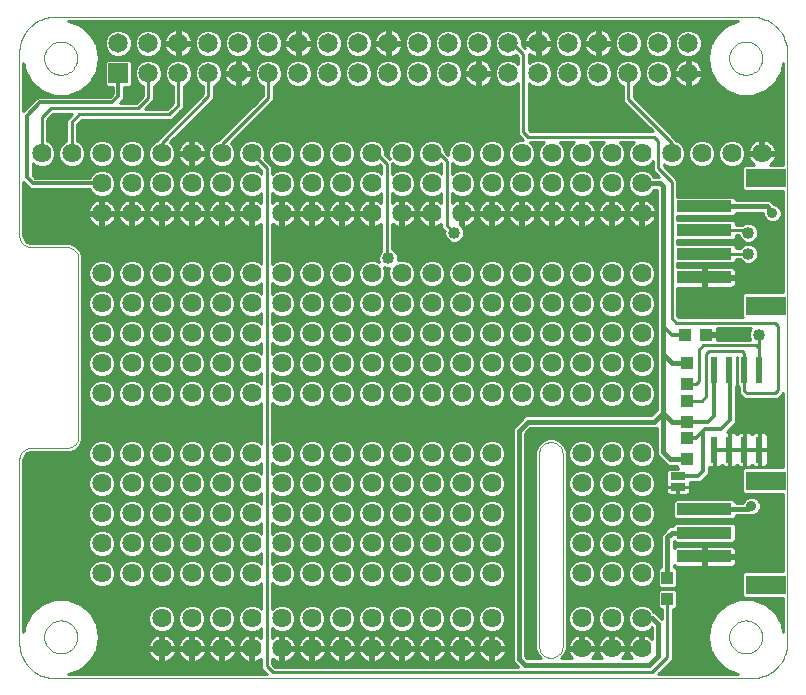
<source format=gtl>
G75*
%MOIN*%
%OFA0B0*%
%FSLAX24Y24*%
%IPPOS*%
%LPD*%
%AMOC8*
5,1,8,0,0,1.08239X$1,22.5*
%
%ADD10C,0.0010*%
%ADD11C,0.0000*%
%ADD12C,0.0650*%
%ADD13R,0.0650X0.0650*%
%ADD14R,0.0240X0.0870*%
%ADD15R,0.0394X0.0433*%
%ADD16R,0.0433X0.0394*%
%ADD17C,0.0640*%
%ADD18R,0.1811X0.0394*%
%ADD19R,0.1339X0.0630*%
%ADD20R,0.0500X0.0250*%
%ADD21C,0.0100*%
%ADD22C,0.0400*%
%ADD23C,0.0120*%
%ADD24C,0.0160*%
%ADD25C,0.0350*%
D10*
X000150Y001331D02*
X000150Y007433D01*
X000152Y007472D01*
X000158Y007510D01*
X000167Y007547D01*
X000180Y007584D01*
X000197Y007619D01*
X000216Y007652D01*
X000239Y007683D01*
X000265Y007712D01*
X000294Y007738D01*
X000325Y007761D01*
X000358Y007780D01*
X000393Y007797D01*
X000430Y007810D01*
X000467Y007819D01*
X000505Y007825D01*
X000544Y007827D01*
X001725Y007827D01*
X001764Y007829D01*
X001802Y007835D01*
X001839Y007844D01*
X001876Y007857D01*
X001911Y007874D01*
X001944Y007893D01*
X001975Y007916D01*
X002004Y007942D01*
X002030Y007971D01*
X002053Y008002D01*
X002072Y008035D01*
X002089Y008070D01*
X002102Y008107D01*
X002111Y008144D01*
X002117Y008182D01*
X002119Y008221D01*
X002119Y014126D01*
X002117Y014165D01*
X002111Y014203D01*
X002102Y014240D01*
X002089Y014277D01*
X002072Y014312D01*
X002053Y014345D01*
X002030Y014376D01*
X002004Y014405D01*
X001975Y014431D01*
X001944Y014454D01*
X001911Y014473D01*
X001876Y014490D01*
X001839Y014503D01*
X001802Y014512D01*
X001764Y014518D01*
X001725Y014520D01*
X000544Y014520D01*
X000505Y014522D01*
X000467Y014528D01*
X000430Y014537D01*
X000393Y014550D01*
X000358Y014567D01*
X000325Y014586D01*
X000294Y014609D01*
X000265Y014635D01*
X000239Y014664D01*
X000216Y014695D01*
X000197Y014728D01*
X000180Y014763D01*
X000167Y014800D01*
X000158Y014837D01*
X000152Y014875D01*
X000150Y014914D01*
X000150Y021016D01*
X000152Y021082D01*
X000157Y021148D01*
X000167Y021214D01*
X000180Y021279D01*
X000196Y021343D01*
X000216Y021406D01*
X000240Y021468D01*
X000267Y021528D01*
X000297Y021587D01*
X000331Y021644D01*
X000368Y021699D01*
X000408Y021752D01*
X000450Y021803D01*
X000496Y021851D01*
X000544Y021897D01*
X000595Y021939D01*
X000648Y021979D01*
X000703Y022016D01*
X000760Y022050D01*
X000819Y022080D01*
X000879Y022107D01*
X000941Y022131D01*
X001004Y022151D01*
X001068Y022167D01*
X001133Y022180D01*
X001199Y022190D01*
X001265Y022195D01*
X001331Y022197D01*
X024559Y022197D01*
X024625Y022195D01*
X024691Y022190D01*
X024757Y022180D01*
X024822Y022167D01*
X024886Y022151D01*
X024949Y022131D01*
X025011Y022107D01*
X025071Y022080D01*
X025130Y022050D01*
X025187Y022016D01*
X025242Y021979D01*
X025295Y021939D01*
X025346Y021897D01*
X025394Y021851D01*
X025440Y021803D01*
X025482Y021752D01*
X025522Y021699D01*
X025559Y021644D01*
X025593Y021587D01*
X025623Y021528D01*
X025650Y021468D01*
X025674Y021406D01*
X025694Y021343D01*
X025710Y021279D01*
X025723Y021214D01*
X025733Y021148D01*
X025738Y021082D01*
X025740Y021016D01*
X025741Y021016D02*
X025741Y001331D01*
X025740Y001331D02*
X025738Y001265D01*
X025733Y001199D01*
X025723Y001133D01*
X025710Y001068D01*
X025694Y001004D01*
X025674Y000941D01*
X025650Y000879D01*
X025623Y000819D01*
X025593Y000760D01*
X025559Y000703D01*
X025522Y000648D01*
X025482Y000595D01*
X025440Y000544D01*
X025394Y000496D01*
X025346Y000450D01*
X025295Y000408D01*
X025242Y000368D01*
X025187Y000331D01*
X025130Y000297D01*
X025071Y000267D01*
X025011Y000240D01*
X024949Y000216D01*
X024886Y000196D01*
X024822Y000180D01*
X024757Y000167D01*
X024691Y000157D01*
X024625Y000152D01*
X024559Y000150D01*
X001331Y000150D01*
X001265Y000152D01*
X001199Y000157D01*
X001133Y000167D01*
X001068Y000180D01*
X001004Y000196D01*
X000941Y000216D01*
X000879Y000240D01*
X000819Y000267D01*
X000760Y000297D01*
X000703Y000331D01*
X000648Y000368D01*
X000595Y000408D01*
X000544Y000450D01*
X000496Y000496D01*
X000450Y000544D01*
X000408Y000595D01*
X000368Y000648D01*
X000331Y000703D01*
X000297Y000760D01*
X000267Y000819D01*
X000240Y000879D01*
X000216Y000941D01*
X000196Y001004D01*
X000180Y001068D01*
X000167Y001133D01*
X000157Y001199D01*
X000152Y001265D01*
X000150Y001331D01*
D11*
X000977Y001528D02*
X000979Y001575D01*
X000985Y001621D01*
X000995Y001667D01*
X001008Y001712D01*
X001026Y001755D01*
X001047Y001797D01*
X001071Y001837D01*
X001099Y001874D01*
X001130Y001909D01*
X001164Y001942D01*
X001200Y001971D01*
X001239Y001997D01*
X001280Y002020D01*
X001323Y002039D01*
X001367Y002055D01*
X001412Y002067D01*
X001458Y002075D01*
X001505Y002079D01*
X001551Y002079D01*
X001598Y002075D01*
X001644Y002067D01*
X001689Y002055D01*
X001733Y002039D01*
X001776Y002020D01*
X001817Y001997D01*
X001856Y001971D01*
X001892Y001942D01*
X001926Y001909D01*
X001957Y001874D01*
X001985Y001837D01*
X002009Y001797D01*
X002030Y001755D01*
X002048Y001712D01*
X002061Y001667D01*
X002071Y001621D01*
X002077Y001575D01*
X002079Y001528D01*
X002077Y001481D01*
X002071Y001435D01*
X002061Y001389D01*
X002048Y001344D01*
X002030Y001301D01*
X002009Y001259D01*
X001985Y001219D01*
X001957Y001182D01*
X001926Y001147D01*
X001892Y001114D01*
X001856Y001085D01*
X001817Y001059D01*
X001776Y001036D01*
X001733Y001017D01*
X001689Y001001D01*
X001644Y000989D01*
X001598Y000981D01*
X001551Y000977D01*
X001505Y000977D01*
X001458Y000981D01*
X001412Y000989D01*
X001367Y001001D01*
X001323Y001017D01*
X001280Y001036D01*
X001239Y001059D01*
X001200Y001085D01*
X001164Y001114D01*
X001130Y001147D01*
X001099Y001182D01*
X001071Y001219D01*
X001047Y001259D01*
X001026Y001301D01*
X001008Y001344D01*
X000995Y001389D01*
X000985Y001435D01*
X000979Y001481D01*
X000977Y001528D01*
X017473Y001225D02*
X017473Y007630D01*
X017475Y007669D01*
X017481Y007707D01*
X017490Y007744D01*
X017503Y007781D01*
X017520Y007816D01*
X017539Y007849D01*
X017562Y007880D01*
X017588Y007909D01*
X017617Y007935D01*
X017648Y007958D01*
X017681Y007977D01*
X017716Y007994D01*
X017753Y008007D01*
X017790Y008016D01*
X017828Y008022D01*
X017867Y008024D01*
X017906Y008022D01*
X017944Y008016D01*
X017981Y008007D01*
X018018Y007994D01*
X018053Y007977D01*
X018086Y007958D01*
X018117Y007935D01*
X018146Y007909D01*
X018172Y007880D01*
X018195Y007849D01*
X018214Y007816D01*
X018231Y007781D01*
X018244Y007744D01*
X018253Y007707D01*
X018259Y007669D01*
X018261Y007630D01*
X018260Y007630D02*
X018260Y001225D01*
X017867Y000831D02*
X017828Y000833D01*
X017790Y000839D01*
X017753Y000848D01*
X017716Y000861D01*
X017681Y000878D01*
X017648Y000897D01*
X017617Y000920D01*
X017588Y000946D01*
X017562Y000975D01*
X017539Y001006D01*
X017520Y001039D01*
X017503Y001074D01*
X017490Y001111D01*
X017481Y001148D01*
X017475Y001186D01*
X017473Y001225D01*
X017867Y000831D02*
X017906Y000833D01*
X017944Y000839D01*
X017981Y000848D01*
X018018Y000861D01*
X018053Y000878D01*
X018086Y000897D01*
X018117Y000920D01*
X018146Y000946D01*
X018172Y000975D01*
X018195Y001006D01*
X018214Y001039D01*
X018231Y001074D01*
X018244Y001111D01*
X018253Y001148D01*
X018259Y001186D01*
X018261Y001225D01*
X023812Y001528D02*
X023814Y001575D01*
X023820Y001621D01*
X023830Y001667D01*
X023843Y001712D01*
X023861Y001755D01*
X023882Y001797D01*
X023906Y001837D01*
X023934Y001874D01*
X023965Y001909D01*
X023999Y001942D01*
X024035Y001971D01*
X024074Y001997D01*
X024115Y002020D01*
X024158Y002039D01*
X024202Y002055D01*
X024247Y002067D01*
X024293Y002075D01*
X024340Y002079D01*
X024386Y002079D01*
X024433Y002075D01*
X024479Y002067D01*
X024524Y002055D01*
X024568Y002039D01*
X024611Y002020D01*
X024652Y001997D01*
X024691Y001971D01*
X024727Y001942D01*
X024761Y001909D01*
X024792Y001874D01*
X024820Y001837D01*
X024844Y001797D01*
X024865Y001755D01*
X024883Y001712D01*
X024896Y001667D01*
X024906Y001621D01*
X024912Y001575D01*
X024914Y001528D01*
X024912Y001481D01*
X024906Y001435D01*
X024896Y001389D01*
X024883Y001344D01*
X024865Y001301D01*
X024844Y001259D01*
X024820Y001219D01*
X024792Y001182D01*
X024761Y001147D01*
X024727Y001114D01*
X024691Y001085D01*
X024652Y001059D01*
X024611Y001036D01*
X024568Y001017D01*
X024524Y001001D01*
X024479Y000989D01*
X024433Y000981D01*
X024386Y000977D01*
X024340Y000977D01*
X024293Y000981D01*
X024247Y000989D01*
X024202Y001001D01*
X024158Y001017D01*
X024115Y001036D01*
X024074Y001059D01*
X024035Y001085D01*
X023999Y001114D01*
X023965Y001147D01*
X023934Y001182D01*
X023906Y001219D01*
X023882Y001259D01*
X023861Y001301D01*
X023843Y001344D01*
X023830Y001389D01*
X023820Y001435D01*
X023814Y001481D01*
X023812Y001528D01*
X023812Y020819D02*
X023814Y020866D01*
X023820Y020912D01*
X023830Y020958D01*
X023843Y021003D01*
X023861Y021046D01*
X023882Y021088D01*
X023906Y021128D01*
X023934Y021165D01*
X023965Y021200D01*
X023999Y021233D01*
X024035Y021262D01*
X024074Y021288D01*
X024115Y021311D01*
X024158Y021330D01*
X024202Y021346D01*
X024247Y021358D01*
X024293Y021366D01*
X024340Y021370D01*
X024386Y021370D01*
X024433Y021366D01*
X024479Y021358D01*
X024524Y021346D01*
X024568Y021330D01*
X024611Y021311D01*
X024652Y021288D01*
X024691Y021262D01*
X024727Y021233D01*
X024761Y021200D01*
X024792Y021165D01*
X024820Y021128D01*
X024844Y021088D01*
X024865Y021046D01*
X024883Y021003D01*
X024896Y020958D01*
X024906Y020912D01*
X024912Y020866D01*
X024914Y020819D01*
X024912Y020772D01*
X024906Y020726D01*
X024896Y020680D01*
X024883Y020635D01*
X024865Y020592D01*
X024844Y020550D01*
X024820Y020510D01*
X024792Y020473D01*
X024761Y020438D01*
X024727Y020405D01*
X024691Y020376D01*
X024652Y020350D01*
X024611Y020327D01*
X024568Y020308D01*
X024524Y020292D01*
X024479Y020280D01*
X024433Y020272D01*
X024386Y020268D01*
X024340Y020268D01*
X024293Y020272D01*
X024247Y020280D01*
X024202Y020292D01*
X024158Y020308D01*
X024115Y020327D01*
X024074Y020350D01*
X024035Y020376D01*
X023999Y020405D01*
X023965Y020438D01*
X023934Y020473D01*
X023906Y020510D01*
X023882Y020550D01*
X023861Y020592D01*
X023843Y020635D01*
X023830Y020680D01*
X023820Y020726D01*
X023814Y020772D01*
X023812Y020819D01*
X000977Y020819D02*
X000979Y020866D01*
X000985Y020912D01*
X000995Y020958D01*
X001008Y021003D01*
X001026Y021046D01*
X001047Y021088D01*
X001071Y021128D01*
X001099Y021165D01*
X001130Y021200D01*
X001164Y021233D01*
X001200Y021262D01*
X001239Y021288D01*
X001280Y021311D01*
X001323Y021330D01*
X001367Y021346D01*
X001412Y021358D01*
X001458Y021366D01*
X001505Y021370D01*
X001551Y021370D01*
X001598Y021366D01*
X001644Y021358D01*
X001689Y021346D01*
X001733Y021330D01*
X001776Y021311D01*
X001817Y021288D01*
X001856Y021262D01*
X001892Y021233D01*
X001926Y021200D01*
X001957Y021165D01*
X001985Y021128D01*
X002009Y021088D01*
X002030Y021046D01*
X002048Y021003D01*
X002061Y020958D01*
X002071Y020912D01*
X002077Y020866D01*
X002079Y020819D01*
X002077Y020772D01*
X002071Y020726D01*
X002061Y020680D01*
X002048Y020635D01*
X002030Y020592D01*
X002009Y020550D01*
X001985Y020510D01*
X001957Y020473D01*
X001926Y020438D01*
X001892Y020405D01*
X001856Y020376D01*
X001817Y020350D01*
X001776Y020327D01*
X001733Y020308D01*
X001689Y020292D01*
X001644Y020280D01*
X001598Y020272D01*
X001551Y020268D01*
X001505Y020268D01*
X001458Y020272D01*
X001412Y020280D01*
X001367Y020292D01*
X001323Y020308D01*
X001280Y020327D01*
X001239Y020350D01*
X001200Y020376D01*
X001164Y020405D01*
X001130Y020438D01*
X001099Y020473D01*
X001071Y020510D01*
X001047Y020550D01*
X001026Y020592D01*
X001008Y020635D01*
X000995Y020680D01*
X000985Y020726D01*
X000979Y020772D01*
X000977Y020819D01*
D12*
X003445Y021319D03*
X004445Y021319D03*
X005445Y021319D03*
X006445Y021319D03*
X007445Y021319D03*
X008445Y021319D03*
X009445Y021319D03*
X010445Y021319D03*
X011445Y021319D03*
X012445Y021319D03*
X013445Y021319D03*
X014445Y021319D03*
X015445Y021319D03*
X016445Y021319D03*
X017445Y021319D03*
X018445Y021319D03*
X019445Y021319D03*
X020445Y021319D03*
X021445Y021319D03*
X022445Y021319D03*
X022445Y020319D03*
X021445Y020319D03*
X020445Y020319D03*
X019445Y020319D03*
X018445Y020319D03*
X017445Y020319D03*
X016445Y020319D03*
X015445Y020319D03*
X014445Y020319D03*
X013445Y020319D03*
X012445Y020319D03*
X011445Y020319D03*
X010445Y020319D03*
X009445Y020319D03*
X008445Y020319D03*
X007445Y020319D03*
X006445Y020319D03*
X005445Y020319D03*
X004445Y020319D03*
D13*
X003445Y020319D03*
D14*
X023319Y010425D03*
X023819Y010425D03*
X024319Y010425D03*
X024819Y010425D03*
X024819Y007775D03*
X024319Y007775D03*
X023819Y007775D03*
X023319Y007775D03*
D15*
X022400Y007446D03*
X022400Y008154D03*
X022400Y008696D03*
X022400Y009404D03*
X022400Y009946D03*
X022400Y010654D03*
X021750Y003504D03*
X021750Y002796D03*
D16*
X022346Y011600D03*
X023054Y011600D03*
D17*
X020900Y011650D03*
X020900Y012650D03*
X019900Y012650D03*
X019900Y011650D03*
X018900Y011650D03*
X017900Y011650D03*
X017900Y012650D03*
X018900Y012650D03*
X018900Y013650D03*
X017900Y013650D03*
X016900Y013650D03*
X015900Y013650D03*
X014900Y013650D03*
X013900Y013650D03*
X012900Y013650D03*
X011900Y013650D03*
X010900Y013650D03*
X009900Y013650D03*
X008900Y013650D03*
X007900Y013650D03*
X006900Y013650D03*
X005900Y013650D03*
X004900Y013650D03*
X003900Y013650D03*
X002900Y013650D03*
X002900Y012650D03*
X002900Y011650D03*
X003900Y011650D03*
X004900Y011650D03*
X004900Y012650D03*
X003900Y012650D03*
X005900Y012650D03*
X005900Y011650D03*
X006900Y011650D03*
X006900Y012650D03*
X007900Y012650D03*
X007900Y011650D03*
X008900Y011650D03*
X008900Y012650D03*
X009900Y012650D03*
X009900Y011650D03*
X010900Y011650D03*
X011900Y011650D03*
X011900Y012650D03*
X010900Y012650D03*
X012900Y012650D03*
X012900Y011650D03*
X013900Y011650D03*
X013900Y012650D03*
X014900Y012650D03*
X014900Y011650D03*
X015900Y011650D03*
X015900Y012650D03*
X016900Y012650D03*
X016900Y011650D03*
X016900Y010650D03*
X016900Y009650D03*
X015900Y009650D03*
X015900Y010650D03*
X014900Y010650D03*
X014900Y009650D03*
X013900Y009650D03*
X013900Y010650D03*
X012900Y010650D03*
X012900Y009650D03*
X011900Y009650D03*
X010900Y009650D03*
X010900Y010650D03*
X011900Y010650D03*
X009900Y010650D03*
X009900Y009650D03*
X008900Y009650D03*
X008900Y010650D03*
X007900Y010650D03*
X007900Y009650D03*
X006900Y009650D03*
X006900Y010650D03*
X005900Y010650D03*
X005900Y009650D03*
X004900Y009650D03*
X003900Y009650D03*
X003900Y010650D03*
X004900Y010650D03*
X002900Y010650D03*
X002900Y009650D03*
X002900Y007650D03*
X003900Y007650D03*
X004900Y007650D03*
X005900Y007650D03*
X006900Y007650D03*
X007900Y007650D03*
X008900Y007650D03*
X009900Y007650D03*
X010900Y007650D03*
X011900Y007650D03*
X012900Y007650D03*
X013900Y007650D03*
X014900Y007650D03*
X015900Y007650D03*
X015900Y006650D03*
X015900Y005650D03*
X014900Y005650D03*
X014900Y006650D03*
X013900Y006650D03*
X013900Y005650D03*
X012900Y005650D03*
X012900Y006650D03*
X011900Y006650D03*
X010900Y006650D03*
X010900Y005650D03*
X011900Y005650D03*
X011900Y004650D03*
X010900Y004650D03*
X010900Y003650D03*
X011900Y003650D03*
X012900Y003650D03*
X012900Y004650D03*
X013900Y004650D03*
X013900Y003650D03*
X014900Y003650D03*
X014900Y004650D03*
X015900Y004650D03*
X015900Y003650D03*
X015900Y002150D03*
X015900Y001150D03*
X014900Y001150D03*
X014900Y002150D03*
X013900Y002150D03*
X013900Y001150D03*
X012900Y001150D03*
X012900Y002150D03*
X011900Y002150D03*
X010900Y002150D03*
X010900Y001150D03*
X011900Y001150D03*
X009900Y001150D03*
X009900Y002150D03*
X008900Y002150D03*
X008900Y001150D03*
X007900Y001150D03*
X007900Y002150D03*
X006900Y002150D03*
X006900Y001150D03*
X005900Y001150D03*
X005900Y002150D03*
X004900Y002150D03*
X004900Y001150D03*
X004900Y003650D03*
X003900Y003650D03*
X003900Y004650D03*
X004900Y004650D03*
X005900Y004650D03*
X005900Y003650D03*
X006900Y003650D03*
X006900Y004650D03*
X007900Y004650D03*
X007900Y003650D03*
X008900Y003650D03*
X008900Y004650D03*
X009900Y004650D03*
X009900Y003650D03*
X009900Y005650D03*
X009900Y006650D03*
X008900Y006650D03*
X008900Y005650D03*
X007900Y005650D03*
X007900Y006650D03*
X006900Y006650D03*
X006900Y005650D03*
X005900Y005650D03*
X005900Y006650D03*
X004900Y006650D03*
X003900Y006650D03*
X003900Y005650D03*
X004900Y005650D03*
X002900Y005650D03*
X002900Y006650D03*
X002900Y004650D03*
X002900Y003650D03*
X002900Y015650D03*
X002900Y016650D03*
X002900Y017650D03*
X001900Y017650D03*
X000900Y017650D03*
X003900Y017650D03*
X004900Y017650D03*
X004900Y016650D03*
X003900Y016650D03*
X003900Y015650D03*
X004900Y015650D03*
X005900Y015650D03*
X005900Y016650D03*
X005900Y017650D03*
X006900Y017650D03*
X006900Y016650D03*
X006900Y015650D03*
X007900Y015650D03*
X007900Y016650D03*
X007900Y017650D03*
X008900Y017650D03*
X008900Y016650D03*
X008900Y015650D03*
X009900Y015650D03*
X009900Y016650D03*
X009900Y017650D03*
X010900Y017650D03*
X011900Y017650D03*
X011900Y016650D03*
X010900Y016650D03*
X010900Y015650D03*
X011900Y015650D03*
X012900Y015650D03*
X012900Y016650D03*
X012900Y017650D03*
X013900Y017650D03*
X013900Y016650D03*
X013900Y015650D03*
X014900Y015650D03*
X014900Y016650D03*
X014900Y017650D03*
X015900Y017650D03*
X015900Y016650D03*
X015900Y015650D03*
X016900Y015650D03*
X016900Y016650D03*
X016900Y017650D03*
X017900Y017650D03*
X018900Y017650D03*
X018900Y016650D03*
X017900Y016650D03*
X017900Y015650D03*
X018900Y015650D03*
X019900Y015650D03*
X019900Y016650D03*
X019900Y017650D03*
X020900Y017650D03*
X020900Y016650D03*
X020900Y015650D03*
X021900Y017650D03*
X022900Y017650D03*
X023900Y017650D03*
X024900Y017650D03*
X020900Y013650D03*
X019900Y013650D03*
X019900Y010650D03*
X019900Y009650D03*
X018900Y009650D03*
X017900Y009650D03*
X017900Y010650D03*
X018900Y010650D03*
X020900Y010650D03*
X020900Y009650D03*
X020900Y007650D03*
X019900Y007650D03*
X018900Y007650D03*
X018900Y006650D03*
X018900Y005650D03*
X019900Y005650D03*
X019900Y006650D03*
X020900Y006650D03*
X020900Y005650D03*
X020900Y004650D03*
X020900Y003650D03*
X019900Y003650D03*
X019900Y004650D03*
X018900Y004650D03*
X018900Y003650D03*
X018900Y002150D03*
X018900Y001150D03*
X019900Y001150D03*
X019900Y002150D03*
X020900Y002150D03*
X020900Y001150D03*
D18*
X022987Y004213D03*
X022987Y005000D03*
X022987Y005787D03*
X022987Y013519D03*
X022987Y014306D03*
X022987Y015094D03*
X022987Y015881D03*
D19*
X025034Y016826D03*
X025034Y012574D03*
X025034Y006732D03*
X025034Y003268D03*
D20*
X022100Y006523D03*
X022100Y006877D03*
D21*
X022116Y007132D02*
X021796Y007132D01*
X021720Y007056D01*
X021720Y006723D01*
X021710Y006706D01*
X021700Y006668D01*
X021700Y006535D01*
X022087Y006535D01*
X022087Y006510D01*
X021700Y006510D01*
X021700Y006378D01*
X021710Y006340D01*
X021730Y006306D01*
X021758Y006278D01*
X021792Y006258D01*
X021830Y006248D01*
X022087Y006248D01*
X022087Y006510D01*
X022113Y006510D01*
X022113Y006535D01*
X022500Y006535D01*
X022500Y006668D01*
X022495Y006687D01*
X022856Y006687D01*
X023029Y006860D01*
X023140Y006971D01*
X023140Y007201D01*
X023141Y007200D01*
X023180Y007190D01*
X023309Y007190D01*
X023309Y007765D01*
X023329Y007765D01*
X023329Y007190D01*
X023459Y007190D01*
X023497Y007200D01*
X023531Y007220D01*
X023559Y007248D01*
X023569Y007265D01*
X023579Y007248D01*
X023607Y007220D01*
X023641Y007200D01*
X023680Y007190D01*
X023809Y007190D01*
X023809Y007765D01*
X023589Y007765D01*
X023329Y007765D01*
X023329Y007785D01*
X023809Y007785D01*
X023809Y008360D01*
X023728Y008360D01*
X023929Y008560D01*
X024040Y008671D01*
X024040Y009907D01*
X024069Y009936D01*
X024069Y010870D01*
X024069Y010870D01*
X024069Y009936D01*
X024139Y009866D01*
X024139Y009656D01*
X024220Y009575D01*
X024325Y009470D01*
X025425Y009470D01*
X025525Y009570D01*
X025606Y009651D01*
X025606Y007177D01*
X024311Y007177D01*
X024235Y007101D01*
X024235Y006363D01*
X024311Y006287D01*
X025606Y006287D01*
X025606Y003713D01*
X024311Y003713D01*
X024235Y003637D01*
X024235Y002899D01*
X024311Y002823D01*
X025606Y002823D01*
X025606Y001684D01*
X025556Y001962D01*
X025336Y002345D01*
X024998Y002628D01*
X024583Y002779D01*
X024142Y002779D01*
X023727Y002628D01*
X023389Y002345D01*
X023169Y001962D01*
X023092Y001528D01*
X023169Y001093D01*
X023389Y000711D01*
X023727Y000428D01*
X024119Y000285D01*
X021440Y000285D01*
X021825Y000670D01*
X021930Y000775D01*
X021930Y002449D01*
X022001Y002449D01*
X022077Y002525D01*
X022077Y003066D01*
X022001Y003142D01*
X021499Y003142D01*
X021423Y003066D01*
X021423Y002525D01*
X021499Y002449D01*
X021570Y002449D01*
X021570Y002127D01*
X021537Y002160D01*
X021337Y002360D01*
X021300Y002360D01*
X021281Y002405D01*
X021155Y002531D01*
X020990Y002600D01*
X020810Y002600D01*
X020645Y002531D01*
X020519Y002405D01*
X020450Y002240D01*
X020450Y002060D01*
X020519Y001895D01*
X020645Y001769D01*
X020810Y001700D01*
X020990Y001700D01*
X021155Y001769D01*
X021240Y001854D01*
X021240Y001475D01*
X021206Y001508D01*
X021146Y001552D01*
X021080Y001586D01*
X021010Y001608D01*
X020950Y001618D01*
X020950Y001200D01*
X020850Y001200D01*
X020850Y001618D01*
X020790Y001608D01*
X020720Y001586D01*
X020654Y001552D01*
X020594Y001508D01*
X020542Y001456D01*
X020498Y001396D01*
X020464Y001330D01*
X020442Y001260D01*
X020432Y001200D01*
X020850Y001200D01*
X020850Y001100D01*
X020432Y001100D01*
X020442Y001040D01*
X020464Y000970D01*
X020498Y000904D01*
X020542Y000844D01*
X020575Y000810D01*
X020225Y000810D01*
X020258Y000844D01*
X020302Y000904D01*
X020336Y000970D01*
X020358Y001040D01*
X020368Y001100D01*
X019950Y001100D01*
X019950Y001200D01*
X019850Y001200D01*
X019850Y001618D01*
X019790Y001608D01*
X019720Y001586D01*
X019654Y001552D01*
X019594Y001508D01*
X019542Y001456D01*
X019498Y001396D01*
X019464Y001330D01*
X019442Y001260D01*
X019432Y001200D01*
X019850Y001200D01*
X019850Y001100D01*
X019432Y001100D01*
X019442Y001040D01*
X019464Y000970D01*
X019498Y000904D01*
X019542Y000844D01*
X019575Y000810D01*
X019225Y000810D01*
X019258Y000844D01*
X019302Y000904D01*
X019336Y000970D01*
X019358Y001040D01*
X019368Y001100D01*
X018950Y001100D01*
X018950Y001200D01*
X018850Y001200D01*
X018850Y001618D01*
X018790Y001608D01*
X018720Y001586D01*
X018654Y001552D01*
X018594Y001508D01*
X018542Y001456D01*
X018498Y001396D01*
X018464Y001330D01*
X018442Y001260D01*
X018432Y001200D01*
X018850Y001200D01*
X018850Y001100D01*
X018432Y001100D01*
X018442Y001040D01*
X018464Y000970D01*
X018498Y000904D01*
X018542Y000844D01*
X018575Y000810D01*
X018192Y000810D01*
X018311Y000928D01*
X018390Y001121D01*
X018390Y007734D01*
X018311Y007927D01*
X018163Y008074D01*
X017971Y008154D01*
X017762Y008154D01*
X017570Y008074D01*
X017570Y008074D01*
X017423Y007927D01*
X017343Y007734D01*
X017343Y001121D01*
X017423Y000928D01*
X017541Y000810D01*
X017087Y000810D01*
X017010Y000887D01*
X017010Y008313D01*
X017187Y008490D01*
X021387Y008490D01*
X021390Y008493D01*
X021390Y007613D01*
X021513Y007490D01*
X021513Y007490D01*
X021644Y007359D01*
X021644Y007359D01*
X021767Y007236D01*
X022073Y007236D01*
X022073Y007175D01*
X022116Y007132D01*
X022105Y007144D02*
X018390Y007144D01*
X018390Y007242D02*
X018709Y007242D01*
X018645Y007269D02*
X018810Y007200D01*
X018990Y007200D01*
X019155Y007269D01*
X019281Y007395D01*
X019350Y007560D01*
X019350Y007740D01*
X019281Y007905D01*
X019155Y008031D01*
X018990Y008100D01*
X018810Y008100D01*
X018645Y008031D01*
X018519Y007905D01*
X018450Y007740D01*
X018450Y007560D01*
X018519Y007395D01*
X018645Y007269D01*
X018573Y007341D02*
X018390Y007341D01*
X018390Y007439D02*
X018500Y007439D01*
X018460Y007538D02*
X018390Y007538D01*
X018390Y007636D02*
X018450Y007636D01*
X018450Y007735D02*
X018390Y007735D01*
X018349Y007833D02*
X018489Y007833D01*
X018545Y007932D02*
X018306Y007932D01*
X018311Y007927D02*
X018311Y007927D01*
X018207Y008030D02*
X018644Y008030D01*
X019156Y008030D02*
X019644Y008030D01*
X019645Y008031D02*
X019519Y007905D01*
X019450Y007740D01*
X019450Y007560D01*
X019519Y007395D01*
X019645Y007269D01*
X019810Y007200D01*
X019990Y007200D01*
X020155Y007269D01*
X020281Y007395D01*
X020350Y007560D01*
X020350Y007740D01*
X020281Y007905D01*
X020155Y008031D01*
X019990Y008100D01*
X019810Y008100D01*
X019645Y008031D01*
X019545Y007932D02*
X019255Y007932D01*
X019311Y007833D02*
X019489Y007833D01*
X019450Y007735D02*
X019350Y007735D01*
X019350Y007636D02*
X019450Y007636D01*
X019460Y007538D02*
X019340Y007538D01*
X019300Y007439D02*
X019500Y007439D01*
X019573Y007341D02*
X019227Y007341D01*
X019091Y007242D02*
X019709Y007242D01*
X019810Y007100D02*
X019645Y007031D01*
X019519Y006905D01*
X019450Y006740D01*
X019450Y006560D01*
X019519Y006395D01*
X019645Y006269D01*
X019810Y006200D01*
X019990Y006200D01*
X020155Y006269D01*
X020281Y006395D01*
X020350Y006560D01*
X020350Y006740D01*
X020281Y006905D01*
X020155Y007031D01*
X019990Y007100D01*
X019810Y007100D01*
X019678Y007045D02*
X019122Y007045D01*
X019155Y007031D02*
X018990Y007100D01*
X018810Y007100D01*
X018645Y007031D01*
X018519Y006905D01*
X018450Y006740D01*
X018450Y006560D01*
X018519Y006395D01*
X018645Y006269D01*
X018810Y006200D01*
X018990Y006200D01*
X019155Y006269D01*
X019281Y006395D01*
X019350Y006560D01*
X019350Y006740D01*
X019281Y006905D01*
X019155Y007031D01*
X019240Y006947D02*
X019560Y006947D01*
X019495Y006848D02*
X019305Y006848D01*
X019346Y006750D02*
X019454Y006750D01*
X019450Y006651D02*
X019350Y006651D01*
X019347Y006553D02*
X019453Y006553D01*
X019494Y006454D02*
X019306Y006454D01*
X019242Y006356D02*
X019558Y006356D01*
X019673Y006257D02*
X019127Y006257D01*
X019086Y006060D02*
X019714Y006060D01*
X019645Y006031D02*
X019810Y006100D01*
X019990Y006100D01*
X020155Y006031D01*
X020281Y005905D01*
X020350Y005740D01*
X020350Y005560D01*
X020281Y005395D01*
X020155Y005269D01*
X019990Y005200D01*
X019810Y005200D01*
X019645Y005269D01*
X019519Y005395D01*
X019450Y005560D01*
X019450Y005740D01*
X019519Y005905D01*
X019645Y006031D01*
X019575Y005962D02*
X019225Y005962D01*
X019281Y005905D02*
X019155Y006031D01*
X018990Y006100D01*
X018810Y006100D01*
X018645Y006031D01*
X018519Y005905D01*
X018450Y005740D01*
X018450Y005560D01*
X018519Y005395D01*
X018645Y005269D01*
X018810Y005200D01*
X018990Y005200D01*
X019155Y005269D01*
X019281Y005395D01*
X019350Y005560D01*
X019350Y005740D01*
X019281Y005905D01*
X019299Y005863D02*
X019501Y005863D01*
X019460Y005765D02*
X019340Y005765D01*
X019350Y005666D02*
X019450Y005666D01*
X019450Y005568D02*
X019350Y005568D01*
X019312Y005469D02*
X019488Y005469D01*
X019543Y005371D02*
X019257Y005371D01*
X019158Y005272D02*
X019642Y005272D01*
X019750Y005075D02*
X019050Y005075D01*
X018990Y005100D02*
X018810Y005100D01*
X018645Y005031D01*
X018519Y004905D01*
X018450Y004740D01*
X018450Y004560D01*
X018519Y004395D01*
X018645Y004269D01*
X018810Y004200D01*
X018990Y004200D01*
X019155Y004269D01*
X019281Y004395D01*
X019350Y004560D01*
X019350Y004740D01*
X019281Y004905D01*
X019155Y005031D01*
X018990Y005100D01*
X018750Y005075D02*
X018390Y005075D01*
X018390Y004977D02*
X018590Y004977D01*
X018507Y004878D02*
X018390Y004878D01*
X018390Y004780D02*
X018467Y004780D01*
X018450Y004681D02*
X018390Y004681D01*
X018390Y004583D02*
X018450Y004583D01*
X018482Y004484D02*
X018390Y004484D01*
X018390Y004386D02*
X018528Y004386D01*
X018627Y004287D02*
X018390Y004287D01*
X018390Y004189D02*
X021540Y004189D01*
X021540Y004287D02*
X021173Y004287D01*
X021155Y004269D02*
X021281Y004395D01*
X021350Y004560D01*
X021350Y004740D01*
X021281Y004905D01*
X021155Y005031D01*
X020990Y005100D01*
X020810Y005100D01*
X020645Y005031D01*
X020519Y004905D01*
X020450Y004740D01*
X020450Y004560D01*
X020519Y004395D01*
X020645Y004269D01*
X020810Y004200D01*
X020990Y004200D01*
X021155Y004269D01*
X021272Y004386D02*
X021540Y004386D01*
X021540Y004484D02*
X021318Y004484D01*
X021350Y004583D02*
X021540Y004583D01*
X021540Y004681D02*
X021350Y004681D01*
X021333Y004780D02*
X021540Y004780D01*
X021540Y004878D02*
X021293Y004878D01*
X021210Y004977D02*
X021580Y004977D01*
X021540Y004937D02*
X021540Y003851D01*
X021499Y003851D01*
X021423Y003775D01*
X021423Y003234D01*
X021499Y003158D01*
X022001Y003158D01*
X022077Y003234D01*
X022077Y003775D01*
X022001Y003851D01*
X021960Y003851D01*
X021960Y003926D01*
X021961Y003924D01*
X021989Y003896D01*
X022024Y003876D01*
X022062Y003866D01*
X022939Y003866D01*
X022939Y004164D01*
X023035Y004164D01*
X023035Y003866D01*
X023912Y003866D01*
X023950Y003876D01*
X023985Y003896D01*
X024013Y003924D01*
X024032Y003958D01*
X024043Y003996D01*
X024043Y004164D01*
X023035Y004164D01*
X023035Y004261D01*
X022939Y004261D01*
X022939Y004559D01*
X022062Y004559D01*
X022024Y004549D01*
X021989Y004529D01*
X021961Y004502D01*
X021960Y004499D01*
X021960Y004741D01*
X022028Y004673D01*
X023946Y004673D01*
X024023Y004749D01*
X024023Y005251D01*
X023946Y005327D01*
X022028Y005327D01*
X021951Y005251D01*
X021951Y005210D01*
X021813Y005210D01*
X021663Y005060D01*
X021540Y004937D01*
X021663Y005060D02*
X021663Y005060D01*
X021678Y005075D02*
X021050Y005075D01*
X020990Y005200D02*
X020810Y005200D01*
X020645Y005269D01*
X020519Y005395D01*
X020450Y005560D01*
X020450Y005740D01*
X020519Y005905D01*
X020645Y006031D01*
X020810Y006100D01*
X020990Y006100D01*
X021155Y006031D01*
X021281Y005905D01*
X021350Y005740D01*
X021350Y005560D01*
X021281Y005395D01*
X021155Y005269D01*
X020990Y005200D01*
X021158Y005272D02*
X021973Y005272D01*
X022028Y005461D02*
X021951Y005537D01*
X021951Y006038D01*
X022028Y006114D01*
X023946Y006114D01*
X024023Y006038D01*
X024023Y005997D01*
X024260Y005997D01*
X024291Y006073D01*
X024377Y006159D01*
X024489Y006205D01*
X024611Y006205D01*
X024723Y006159D01*
X024809Y006073D01*
X024855Y005961D01*
X024855Y005839D01*
X024809Y005727D01*
X024723Y005641D01*
X024611Y005595D01*
X024542Y005595D01*
X024524Y005577D01*
X024023Y005577D01*
X024023Y005537D01*
X023946Y005461D01*
X022028Y005461D01*
X022019Y005469D02*
X021312Y005469D01*
X021350Y005568D02*
X021951Y005568D01*
X021951Y005666D02*
X021350Y005666D01*
X021340Y005765D02*
X021951Y005765D01*
X021951Y005863D02*
X021299Y005863D01*
X021225Y005962D02*
X021951Y005962D01*
X021973Y006060D02*
X021086Y006060D01*
X020990Y006200D02*
X021155Y006269D01*
X021281Y006395D01*
X021350Y006560D01*
X021350Y006740D01*
X021281Y006905D01*
X021155Y007031D01*
X020990Y007100D01*
X020810Y007100D01*
X020645Y007031D01*
X020519Y006905D01*
X020450Y006740D01*
X020450Y006560D01*
X020519Y006395D01*
X020645Y006269D01*
X020810Y006200D01*
X020990Y006200D01*
X021127Y006257D02*
X021796Y006257D01*
X021706Y006356D02*
X021242Y006356D01*
X021306Y006454D02*
X021700Y006454D01*
X021700Y006553D02*
X021347Y006553D01*
X021350Y006651D02*
X021700Y006651D01*
X021720Y006750D02*
X021346Y006750D01*
X021305Y006848D02*
X021720Y006848D01*
X021720Y006947D02*
X021240Y006947D01*
X021122Y007045D02*
X021720Y007045D01*
X021761Y007242D02*
X021091Y007242D01*
X021155Y007269D02*
X021281Y007395D01*
X021350Y007560D01*
X021350Y007740D01*
X021281Y007905D01*
X021155Y008031D01*
X020990Y008100D01*
X020810Y008100D01*
X020645Y008031D01*
X020519Y007905D01*
X020450Y007740D01*
X020450Y007560D01*
X020519Y007395D01*
X020645Y007269D01*
X020810Y007200D01*
X020990Y007200D01*
X021155Y007269D01*
X021227Y007341D02*
X021662Y007341D01*
X021564Y007439D02*
X021300Y007439D01*
X021340Y007538D02*
X021465Y007538D01*
X021390Y007636D02*
X021350Y007636D01*
X021350Y007735D02*
X021390Y007735D01*
X021390Y007833D02*
X021311Y007833D01*
X021255Y007932D02*
X021390Y007932D01*
X021390Y008030D02*
X021156Y008030D01*
X021390Y008129D02*
X018032Y008129D01*
X018163Y008074D02*
X018163Y008074D01*
X017701Y008129D02*
X017010Y008129D01*
X017010Y008227D02*
X021390Y008227D01*
X021390Y008326D02*
X017023Y008326D01*
X017121Y008424D02*
X021390Y008424D01*
X021213Y008910D02*
X017013Y008910D01*
X016890Y008787D01*
X016590Y008487D01*
X016590Y000713D01*
X016713Y000590D01*
X016773Y000530D01*
X008675Y000530D01*
X008580Y000625D01*
X008580Y000805D01*
X008594Y000792D01*
X008654Y000748D01*
X008720Y000714D01*
X008790Y000692D01*
X008850Y000682D01*
X008850Y001100D01*
X008950Y001100D01*
X008950Y001200D01*
X008850Y001200D01*
X008850Y001618D01*
X008790Y001608D01*
X008720Y001586D01*
X008654Y001552D01*
X008594Y001508D01*
X008580Y001495D01*
X008580Y001834D01*
X008645Y001769D01*
X008810Y001700D01*
X008990Y001700D01*
X009155Y001769D01*
X009281Y001895D01*
X009350Y002060D01*
X009350Y002240D01*
X009281Y002405D01*
X009155Y002531D01*
X008990Y002600D01*
X008810Y002600D01*
X008645Y002531D01*
X008580Y002466D01*
X008580Y003334D01*
X008645Y003269D01*
X008810Y003200D01*
X008990Y003200D01*
X009155Y003269D01*
X009281Y003395D01*
X009350Y003560D01*
X009350Y003740D01*
X009281Y003905D01*
X009155Y004031D01*
X008990Y004100D01*
X008810Y004100D01*
X008645Y004031D01*
X008580Y003966D01*
X008580Y004334D01*
X008645Y004269D01*
X008810Y004200D01*
X008990Y004200D01*
X009155Y004269D01*
X009281Y004395D01*
X009350Y004560D01*
X009350Y004740D01*
X009281Y004905D01*
X009155Y005031D01*
X008990Y005100D01*
X008810Y005100D01*
X008645Y005031D01*
X008580Y004966D01*
X008580Y005334D01*
X008645Y005269D01*
X008810Y005200D01*
X008990Y005200D01*
X009155Y005269D01*
X009281Y005395D01*
X009350Y005560D01*
X009350Y005740D01*
X009281Y005905D01*
X009155Y006031D01*
X008990Y006100D01*
X008810Y006100D01*
X008645Y006031D01*
X008580Y005966D01*
X008580Y006334D01*
X008645Y006269D01*
X008810Y006200D01*
X008990Y006200D01*
X009155Y006269D01*
X009281Y006395D01*
X009350Y006560D01*
X009350Y006740D01*
X009281Y006905D01*
X009155Y007031D01*
X008990Y007100D01*
X008810Y007100D01*
X008645Y007031D01*
X008580Y006966D01*
X008580Y007334D01*
X008645Y007269D01*
X008810Y007200D01*
X008990Y007200D01*
X009155Y007269D01*
X009281Y007395D01*
X009350Y007560D01*
X009350Y007740D01*
X009281Y007905D01*
X009155Y008031D01*
X008990Y008100D01*
X008810Y008100D01*
X008645Y008031D01*
X008580Y007966D01*
X008580Y009334D01*
X008645Y009269D01*
X008810Y009200D01*
X008990Y009200D01*
X009155Y009269D01*
X009281Y009395D01*
X009350Y009560D01*
X009350Y009740D01*
X009281Y009905D01*
X009155Y010031D01*
X008990Y010100D01*
X008810Y010100D01*
X008645Y010031D01*
X008580Y009966D01*
X008580Y010334D01*
X008645Y010269D01*
X008810Y010200D01*
X008990Y010200D01*
X009155Y010269D01*
X009281Y010395D01*
X009350Y010560D01*
X009350Y010740D01*
X009281Y010905D01*
X009155Y011031D01*
X008990Y011100D01*
X008810Y011100D01*
X008645Y011031D01*
X008580Y010966D01*
X008580Y011334D01*
X008645Y011269D01*
X008810Y011200D01*
X008990Y011200D01*
X009155Y011269D01*
X009281Y011395D01*
X009350Y011560D01*
X009350Y011740D01*
X009281Y011905D01*
X009155Y012031D01*
X008990Y012100D01*
X008810Y012100D01*
X008645Y012031D01*
X008580Y011966D01*
X008580Y012334D01*
X008645Y012269D01*
X008810Y012200D01*
X008990Y012200D01*
X009155Y012269D01*
X009281Y012395D01*
X009350Y012560D01*
X009350Y012740D01*
X009281Y012905D01*
X009155Y013031D01*
X008990Y013100D01*
X008810Y013100D01*
X008645Y013031D01*
X008580Y012966D01*
X008580Y013334D01*
X008645Y013269D01*
X008810Y013200D01*
X008990Y013200D01*
X009155Y013269D01*
X009281Y013395D01*
X009350Y013560D01*
X009350Y013740D01*
X009281Y013905D01*
X009155Y014031D01*
X008990Y014100D01*
X008810Y014100D01*
X008645Y014031D01*
X008580Y013966D01*
X008580Y015305D01*
X008594Y015292D01*
X008654Y015248D01*
X008720Y015214D01*
X008790Y015192D01*
X008850Y015182D01*
X008850Y015600D01*
X008950Y015600D01*
X008950Y015700D01*
X008850Y015700D01*
X008850Y016118D01*
X008790Y016108D01*
X008720Y016086D01*
X008654Y016052D01*
X008594Y016008D01*
X008580Y015995D01*
X008580Y016334D01*
X008645Y016269D01*
X008810Y016200D01*
X008990Y016200D01*
X009155Y016269D01*
X009281Y016395D01*
X009350Y016560D01*
X009350Y016740D01*
X009281Y016905D01*
X009155Y017031D01*
X008990Y017100D01*
X008810Y017100D01*
X008645Y017031D01*
X008580Y016966D01*
X008580Y017225D01*
X008475Y017330D01*
X008319Y017486D01*
X008481Y017486D01*
X008450Y017560D02*
X008519Y017395D01*
X008645Y017269D01*
X008810Y017200D01*
X008990Y017200D01*
X009155Y017269D01*
X009281Y017395D01*
X009350Y017560D01*
X009350Y017740D01*
X009281Y017905D01*
X009155Y018031D01*
X008990Y018100D01*
X008810Y018100D01*
X008645Y018031D01*
X008519Y017905D01*
X008450Y017740D01*
X008450Y017560D01*
X008450Y017585D02*
X008350Y017585D01*
X008350Y017560D02*
X008350Y017740D01*
X008281Y017905D01*
X008155Y018031D01*
X007990Y018100D01*
X007810Y018100D01*
X007645Y018031D01*
X007519Y017905D01*
X007450Y017740D01*
X007450Y017560D01*
X007519Y017395D01*
X007645Y017269D01*
X007810Y017200D01*
X007990Y017200D01*
X008064Y017231D01*
X008220Y017075D01*
X008220Y016966D01*
X008155Y017031D01*
X007990Y017100D01*
X007810Y017100D01*
X007645Y017031D01*
X007519Y016905D01*
X007450Y016740D01*
X007450Y016560D01*
X007519Y016395D01*
X007645Y016269D01*
X007810Y016200D01*
X007990Y016200D01*
X008155Y016269D01*
X008220Y016334D01*
X008220Y015995D01*
X008206Y016008D01*
X008146Y016052D01*
X008080Y016086D01*
X008010Y016108D01*
X007950Y016118D01*
X007950Y015700D01*
X007850Y015700D01*
X007850Y016118D01*
X007790Y016108D01*
X007720Y016086D01*
X007654Y016052D01*
X007594Y016008D01*
X007542Y015956D01*
X007498Y015896D01*
X007464Y015830D01*
X007442Y015760D01*
X007432Y015700D01*
X007850Y015700D01*
X007850Y015600D01*
X007950Y015600D01*
X007950Y015182D01*
X008010Y015192D01*
X008080Y015214D01*
X008146Y015248D01*
X008206Y015292D01*
X008220Y015305D01*
X008220Y013966D01*
X008155Y014031D01*
X007990Y014100D01*
X007810Y014100D01*
X007645Y014031D01*
X007519Y013905D01*
X007450Y013740D01*
X007450Y013560D01*
X007519Y013395D01*
X007645Y013269D01*
X007810Y013200D01*
X007990Y013200D01*
X008155Y013269D01*
X008220Y013334D01*
X008220Y012966D01*
X008155Y013031D01*
X007990Y013100D01*
X007810Y013100D01*
X007645Y013031D01*
X007519Y012905D01*
X007450Y012740D01*
X007450Y012560D01*
X007519Y012395D01*
X007645Y012269D01*
X007810Y012200D01*
X007990Y012200D01*
X008155Y012269D01*
X008220Y012334D01*
X008220Y011966D01*
X008155Y012031D01*
X007990Y012100D01*
X007810Y012100D01*
X007645Y012031D01*
X007519Y011905D01*
X007450Y011740D01*
X007450Y011560D01*
X007519Y011395D01*
X007645Y011269D01*
X007810Y011200D01*
X007990Y011200D01*
X008155Y011269D01*
X008220Y011334D01*
X008220Y010966D01*
X008155Y011031D01*
X007990Y011100D01*
X007810Y011100D01*
X007645Y011031D01*
X007519Y010905D01*
X007450Y010740D01*
X007450Y010560D01*
X007519Y010395D01*
X007645Y010269D01*
X007810Y010200D01*
X007990Y010200D01*
X008155Y010269D01*
X008220Y010334D01*
X008220Y009966D01*
X008155Y010031D01*
X007990Y010100D01*
X007810Y010100D01*
X007645Y010031D01*
X007519Y009905D01*
X007450Y009740D01*
X007450Y009560D01*
X007519Y009395D01*
X007645Y009269D01*
X007810Y009200D01*
X007990Y009200D01*
X008155Y009269D01*
X008220Y009334D01*
X008220Y007966D01*
X008155Y008031D01*
X007990Y008100D01*
X007810Y008100D01*
X007645Y008031D01*
X007519Y007905D01*
X007450Y007740D01*
X007450Y007560D01*
X007519Y007395D01*
X007645Y007269D01*
X007810Y007200D01*
X007990Y007200D01*
X008155Y007269D01*
X008220Y007334D01*
X008220Y006966D01*
X008155Y007031D01*
X007990Y007100D01*
X007810Y007100D01*
X007645Y007031D01*
X007519Y006905D01*
X007450Y006740D01*
X007450Y006560D01*
X007519Y006395D01*
X007645Y006269D01*
X007810Y006200D01*
X007990Y006200D01*
X008155Y006269D01*
X008220Y006334D01*
X008220Y005966D01*
X008155Y006031D01*
X007990Y006100D01*
X007810Y006100D01*
X007645Y006031D01*
X007519Y005905D01*
X007450Y005740D01*
X007450Y005560D01*
X007519Y005395D01*
X007645Y005269D01*
X007810Y005200D01*
X007990Y005200D01*
X008155Y005269D01*
X008220Y005334D01*
X008220Y004966D01*
X008155Y005031D01*
X007990Y005100D01*
X007810Y005100D01*
X007645Y005031D01*
X007519Y004905D01*
X007450Y004740D01*
X007450Y004560D01*
X007519Y004395D01*
X007645Y004269D01*
X007810Y004200D01*
X007990Y004200D01*
X008155Y004269D01*
X008220Y004334D01*
X008220Y003966D01*
X008155Y004031D01*
X007990Y004100D01*
X007810Y004100D01*
X007645Y004031D01*
X007519Y003905D01*
X007450Y003740D01*
X007450Y003560D01*
X007519Y003395D01*
X007645Y003269D01*
X007810Y003200D01*
X007990Y003200D01*
X008155Y003269D01*
X008220Y003334D01*
X008220Y002466D01*
X008155Y002531D01*
X007990Y002600D01*
X007810Y002600D01*
X007645Y002531D01*
X007519Y002405D01*
X007450Y002240D01*
X007450Y002060D01*
X007519Y001895D01*
X007645Y001769D01*
X007810Y001700D01*
X007990Y001700D01*
X008155Y001769D01*
X008220Y001834D01*
X008220Y001495D01*
X008206Y001508D01*
X008146Y001552D01*
X008080Y001586D01*
X008010Y001608D01*
X007950Y001618D01*
X007950Y001200D01*
X007850Y001200D01*
X007850Y001618D01*
X007790Y001608D01*
X007720Y001586D01*
X007654Y001552D01*
X007594Y001508D01*
X007542Y001456D01*
X007498Y001396D01*
X007464Y001330D01*
X007442Y001260D01*
X007432Y001200D01*
X007850Y001200D01*
X007850Y001100D01*
X007950Y001100D01*
X007950Y000682D01*
X008010Y000692D01*
X008080Y000714D01*
X008146Y000748D01*
X008206Y000792D01*
X008220Y000805D01*
X008220Y000475D01*
X008410Y000285D01*
X001771Y000285D01*
X002163Y000428D01*
X002501Y000711D01*
X002722Y001093D01*
X002798Y001528D01*
X002722Y001962D01*
X002501Y002345D01*
X002163Y002628D01*
X001749Y002779D01*
X001307Y002779D01*
X000893Y002628D01*
X000555Y002345D01*
X000334Y001962D01*
X000285Y001684D01*
X000285Y007433D01*
X000290Y007484D01*
X000329Y007577D01*
X000400Y007649D01*
X000493Y007687D01*
X000544Y007692D01*
X001830Y007692D01*
X002024Y007773D01*
X002173Y007921D01*
X002173Y007921D01*
X002254Y008116D01*
X002254Y014232D01*
X002173Y014426D01*
X002024Y014575D01*
X001830Y014655D01*
X000544Y014655D01*
X000493Y014660D01*
X000400Y014699D01*
X000329Y014770D01*
X000290Y014863D01*
X000285Y014914D01*
X000285Y016696D01*
X000410Y016571D01*
X000521Y016460D01*
X002492Y016460D01*
X002519Y016395D01*
X002645Y016269D01*
X002810Y016200D01*
X002990Y016200D01*
X003155Y016269D01*
X003281Y016395D01*
X003350Y016560D01*
X003350Y016740D01*
X003281Y016905D01*
X003155Y017031D01*
X002990Y017100D01*
X002810Y017100D01*
X002645Y017031D01*
X002519Y016905D01*
X002492Y016840D01*
X000679Y016840D01*
X000590Y016929D01*
X000590Y017324D01*
X000645Y017269D01*
X000810Y017200D01*
X000990Y017200D01*
X001155Y017269D01*
X001281Y017395D01*
X001350Y017560D01*
X001350Y017740D01*
X001281Y017905D01*
X001155Y018031D01*
X001080Y018063D01*
X001080Y018775D01*
X001275Y018970D01*
X001915Y018970D01*
X001720Y018775D01*
X001720Y018063D01*
X001645Y018031D01*
X001519Y017905D01*
X001450Y017740D01*
X001450Y017560D01*
X001519Y017395D01*
X001645Y017269D01*
X001810Y017200D01*
X001990Y017200D01*
X002155Y017269D01*
X002281Y017395D01*
X002350Y017560D01*
X002350Y017740D01*
X002281Y017905D01*
X002155Y018031D01*
X002080Y018063D01*
X002080Y018625D01*
X002225Y018770D01*
X005225Y018770D01*
X005325Y018870D01*
X005520Y019065D01*
X005625Y019171D01*
X005625Y019901D01*
X005703Y019934D01*
X005831Y020062D01*
X005900Y020229D01*
X005900Y020410D01*
X005831Y020577D01*
X005703Y020705D01*
X005536Y020774D01*
X005355Y020774D01*
X005188Y020705D01*
X005060Y020577D01*
X004990Y020410D01*
X004990Y020229D01*
X005060Y020062D01*
X005188Y019934D01*
X005265Y019901D01*
X005265Y019320D01*
X005075Y019130D01*
X004335Y019130D01*
X004525Y019320D01*
X004630Y019425D01*
X004630Y019903D01*
X004703Y019934D01*
X004831Y020062D01*
X004900Y020229D01*
X004900Y020410D01*
X004831Y020577D01*
X004703Y020705D01*
X004536Y020774D01*
X004355Y020774D01*
X004188Y020705D01*
X004060Y020577D01*
X003990Y020410D01*
X003990Y020229D01*
X004060Y020062D01*
X004188Y019934D01*
X004270Y019899D01*
X004270Y019575D01*
X004025Y019330D01*
X003499Y019330D01*
X003635Y019467D01*
X003635Y019864D01*
X003824Y019864D01*
X003900Y019940D01*
X003900Y020698D01*
X003824Y020774D01*
X003066Y020774D01*
X002990Y020698D01*
X002990Y019940D01*
X003066Y019864D01*
X003255Y019864D01*
X003255Y019624D01*
X003171Y019540D01*
X000771Y019540D01*
X000321Y019090D01*
X000285Y019054D01*
X000285Y020663D01*
X000334Y020385D01*
X000555Y020003D01*
X000893Y019719D01*
X001307Y019568D01*
X001749Y019568D01*
X002163Y019719D01*
X002501Y020003D01*
X002722Y020385D01*
X002798Y020819D01*
X002722Y021254D01*
X002501Y021636D01*
X002163Y021920D01*
X001771Y022062D01*
X024119Y022062D01*
X023727Y021920D01*
X023389Y021636D01*
X023169Y021254D01*
X023092Y020819D01*
X023169Y020385D01*
X023389Y020003D01*
X023727Y019719D01*
X024142Y019568D01*
X024583Y019568D01*
X024998Y019719D01*
X025336Y020003D01*
X025556Y020385D01*
X025606Y020663D01*
X025606Y017271D01*
X025178Y017271D01*
X025206Y017292D01*
X025258Y017344D01*
X025302Y017404D01*
X025336Y017470D01*
X025358Y017540D01*
X025368Y017600D01*
X024950Y017600D01*
X024950Y017700D01*
X024850Y017700D01*
X024850Y018118D01*
X024790Y018108D01*
X024720Y018086D01*
X024654Y018052D01*
X024594Y018008D01*
X024542Y017956D01*
X024498Y017896D01*
X024464Y017830D01*
X024442Y017760D01*
X024432Y017700D01*
X024850Y017700D01*
X024850Y017600D01*
X024432Y017600D01*
X024442Y017540D01*
X024464Y017470D01*
X024498Y017404D01*
X024542Y017344D01*
X024594Y017292D01*
X024622Y017271D01*
X024311Y017271D01*
X024235Y017195D01*
X024235Y016457D01*
X024311Y016381D01*
X025606Y016381D01*
X025606Y013019D01*
X024311Y013019D01*
X024235Y012943D01*
X024235Y012205D01*
X024260Y012180D01*
X022125Y012180D01*
X022080Y012225D01*
X022080Y013172D01*
X022939Y013172D01*
X022939Y013470D01*
X023035Y013470D01*
X023035Y013172D01*
X023912Y013172D01*
X023950Y013182D01*
X023985Y013202D01*
X024013Y013230D01*
X024032Y013264D01*
X024043Y013302D01*
X024043Y013470D01*
X023035Y013470D01*
X023035Y013567D01*
X022939Y013567D01*
X022939Y013866D01*
X022080Y013866D01*
X022080Y013979D01*
X023946Y013979D01*
X024023Y014056D01*
X024023Y014120D01*
X024167Y014120D01*
X024170Y014113D01*
X024263Y014020D01*
X024384Y013970D01*
X024516Y013970D01*
X024637Y014020D01*
X024730Y014113D01*
X024780Y014234D01*
X024780Y014366D01*
X024730Y014487D01*
X024637Y014580D01*
X024516Y014630D01*
X024384Y014630D01*
X024263Y014580D01*
X024170Y014487D01*
X024167Y014480D01*
X024023Y014480D01*
X024023Y014557D01*
X023946Y014633D01*
X022080Y014633D01*
X022080Y014767D01*
X023946Y014767D01*
X024023Y014843D01*
X024023Y014914D01*
X024129Y014914D01*
X024170Y014813D01*
X024263Y014720D01*
X024384Y014670D01*
X024516Y014670D01*
X024637Y014720D01*
X024730Y014813D01*
X024780Y014934D01*
X024780Y015066D01*
X024730Y015187D01*
X024637Y015280D01*
X024516Y015330D01*
X024384Y015330D01*
X024263Y015280D01*
X024257Y015274D01*
X024023Y015274D01*
X024023Y015344D01*
X023946Y015421D01*
X022080Y015421D01*
X022080Y015554D01*
X023946Y015554D01*
X024023Y015630D01*
X024023Y015671D01*
X024945Y015671D01*
X024945Y015589D01*
X024991Y015477D01*
X025077Y015391D01*
X025189Y015345D01*
X025311Y015345D01*
X025423Y015391D01*
X025509Y015477D01*
X025555Y015589D01*
X025555Y015711D01*
X025509Y015823D01*
X025423Y015909D01*
X025311Y015955D01*
X025291Y015955D01*
X025291Y015968D01*
X025241Y016018D01*
X025199Y016075D01*
X025181Y016078D01*
X025168Y016091D01*
X025097Y016091D01*
X025027Y016102D01*
X025013Y016091D01*
X024023Y016091D01*
X024023Y016132D01*
X023946Y016208D01*
X022080Y016208D01*
X022080Y016775D01*
X021630Y017225D01*
X021630Y017284D01*
X021645Y017269D01*
X021810Y017200D01*
X021990Y017200D01*
X022155Y017269D01*
X022281Y017395D01*
X022350Y017560D01*
X022350Y017740D01*
X022281Y017905D01*
X022155Y018031D01*
X022080Y018063D01*
X022080Y018075D01*
X020630Y019525D01*
X020630Y019903D01*
X020703Y019934D01*
X020831Y020062D01*
X020900Y020229D01*
X020900Y020410D01*
X020831Y020577D01*
X020703Y020705D01*
X020536Y020774D01*
X020355Y020774D01*
X020188Y020705D01*
X020060Y020577D01*
X019990Y020410D01*
X019990Y020229D01*
X020060Y020062D01*
X020188Y019934D01*
X020270Y019899D01*
X020270Y019375D01*
X020375Y019270D01*
X021265Y018380D01*
X017175Y018380D01*
X017130Y018425D01*
X017130Y019991D01*
X017188Y019934D01*
X017355Y019864D01*
X017536Y019864D01*
X017703Y019934D01*
X017831Y020062D01*
X017900Y020229D01*
X017900Y020410D01*
X017831Y020577D01*
X017703Y020705D01*
X017536Y020774D01*
X017355Y020774D01*
X017188Y020705D01*
X017130Y020647D01*
X017130Y020963D01*
X017136Y020957D01*
X017196Y020913D01*
X017263Y020879D01*
X017334Y020856D01*
X017395Y020846D01*
X017395Y021269D01*
X016972Y021269D01*
X016982Y021208D01*
X016999Y021156D01*
X016900Y021254D01*
X016900Y021410D01*
X016831Y021577D01*
X016703Y021705D01*
X016536Y021774D01*
X016355Y021774D01*
X016188Y021705D01*
X016060Y021577D01*
X015990Y021410D01*
X015990Y021229D01*
X015900Y021229D01*
X015831Y021062D01*
X015703Y020934D01*
X015536Y020864D01*
X015355Y020864D01*
X015188Y020934D01*
X014703Y020934D01*
X014831Y021062D01*
X014900Y021229D01*
X014990Y021229D01*
X015060Y021062D01*
X015188Y020934D01*
X015089Y021032D02*
X014802Y021032D01*
X014860Y021131D02*
X015031Y021131D01*
X014990Y021229D02*
X014990Y021410D01*
X015060Y021577D01*
X015188Y021705D01*
X015355Y021774D01*
X015536Y021774D01*
X015703Y021705D01*
X015831Y021577D01*
X015900Y021410D01*
X015900Y021229D01*
X015990Y021229D02*
X016060Y021062D01*
X016188Y020934D01*
X015703Y020934D01*
X015802Y021032D02*
X016089Y021032D01*
X016031Y021131D02*
X015860Y021131D01*
X015900Y021328D02*
X015990Y021328D01*
X015997Y021426D02*
X015894Y021426D01*
X015853Y021525D02*
X016038Y021525D01*
X016106Y021623D02*
X015785Y021623D01*
X015663Y021722D02*
X016227Y021722D01*
X016663Y021722D02*
X017191Y021722D01*
X017196Y021726D02*
X017136Y021682D01*
X017083Y021629D01*
X017039Y021568D01*
X017005Y021502D01*
X016982Y021431D01*
X016972Y021369D01*
X017395Y021369D01*
X017395Y021269D01*
X017495Y021269D01*
X017495Y020846D01*
X017557Y020856D01*
X017628Y020879D01*
X017694Y020913D01*
X017755Y020957D01*
X017808Y021010D01*
X017852Y021070D01*
X017885Y021137D01*
X017909Y021208D01*
X017918Y021269D01*
X017495Y021269D01*
X017495Y021369D01*
X017395Y021369D01*
X017395Y021792D01*
X017334Y021783D01*
X017263Y021759D01*
X017196Y021726D01*
X017079Y021623D02*
X016785Y021623D01*
X016853Y021525D02*
X017017Y021525D01*
X016981Y021426D02*
X016894Y021426D01*
X016900Y021328D02*
X017395Y021328D01*
X017395Y021426D02*
X017495Y021426D01*
X017495Y021369D02*
X017495Y021792D01*
X017557Y021783D01*
X017628Y021759D01*
X017694Y021726D01*
X017755Y021682D01*
X017808Y021629D01*
X017852Y021568D01*
X017885Y021502D01*
X017909Y021431D01*
X017918Y021369D01*
X017495Y021369D01*
X017495Y021328D02*
X017990Y021328D01*
X017990Y021410D02*
X017990Y021229D01*
X017912Y021229D01*
X017990Y021229D02*
X018060Y021062D01*
X018188Y020934D01*
X017722Y020934D01*
X017824Y021032D02*
X018089Y021032D01*
X018031Y021131D02*
X017882Y021131D01*
X017909Y021426D02*
X017997Y021426D01*
X017990Y021410D02*
X018060Y021577D01*
X018188Y021705D01*
X018355Y021774D01*
X018536Y021774D01*
X018703Y021705D01*
X018831Y021577D01*
X018900Y021410D01*
X018900Y021229D01*
X018979Y021229D01*
X018982Y021208D02*
X019005Y021137D01*
X019039Y021070D01*
X019083Y021010D01*
X019136Y020957D01*
X019196Y020913D01*
X019263Y020879D01*
X019334Y020856D01*
X019395Y020846D01*
X019395Y021269D01*
X019495Y021269D01*
X019495Y020846D01*
X019557Y020856D01*
X019628Y020879D01*
X019694Y020913D01*
X019755Y020957D01*
X019808Y021010D01*
X019852Y021070D01*
X019885Y021137D01*
X019909Y021208D01*
X019918Y021269D01*
X019495Y021269D01*
X019495Y021369D01*
X019918Y021369D01*
X019909Y021431D01*
X019885Y021502D01*
X019852Y021568D01*
X019808Y021629D01*
X019755Y021682D01*
X019694Y021726D01*
X019628Y021759D01*
X019557Y021783D01*
X019495Y021792D01*
X019495Y021369D01*
X019395Y021369D01*
X019395Y021269D01*
X018972Y021269D01*
X018982Y021208D01*
X019008Y021131D02*
X018860Y021131D01*
X018831Y021062D02*
X018900Y021229D01*
X018900Y021328D02*
X019395Y021328D01*
X019395Y021369D02*
X018972Y021369D01*
X018982Y021431D01*
X019005Y021502D01*
X019039Y021568D01*
X019083Y021629D01*
X019136Y021682D01*
X019196Y021726D01*
X019263Y021759D01*
X019334Y021783D01*
X019395Y021792D01*
X019395Y021369D01*
X019395Y021426D02*
X019495Y021426D01*
X019495Y021328D02*
X019990Y021328D01*
X019990Y021410D02*
X019990Y021229D01*
X019912Y021229D01*
X019990Y021229D02*
X020060Y021062D01*
X020188Y020934D01*
X019722Y020934D01*
X019824Y021032D02*
X020089Y021032D01*
X020031Y021131D02*
X019882Y021131D01*
X019909Y021426D02*
X019997Y021426D01*
X019990Y021410D02*
X020060Y021577D01*
X020188Y021705D01*
X020355Y021774D01*
X020536Y021774D01*
X020703Y021705D01*
X020831Y021577D01*
X020900Y021410D01*
X020900Y021229D01*
X020990Y021229D01*
X021060Y021062D01*
X021188Y020934D01*
X020703Y020934D01*
X020831Y021062D01*
X020900Y021229D01*
X020990Y021229D02*
X020990Y021410D01*
X021060Y021577D01*
X021188Y021705D01*
X021355Y021774D01*
X021536Y021774D01*
X021703Y021705D01*
X021831Y021577D01*
X021900Y021410D01*
X021900Y021229D01*
X021990Y021229D01*
X022060Y021062D01*
X022188Y020934D01*
X021703Y020934D01*
X021831Y021062D01*
X021900Y021229D01*
X021990Y021229D02*
X021990Y021410D01*
X022060Y021577D01*
X022188Y021705D01*
X022355Y021774D01*
X022536Y021774D01*
X022703Y021705D01*
X022831Y021577D01*
X022900Y021410D01*
X022900Y021229D01*
X023164Y021229D01*
X023147Y021131D02*
X022860Y021131D01*
X022831Y021062D02*
X022900Y021229D01*
X022900Y021328D02*
X023211Y021328D01*
X023268Y021426D02*
X022894Y021426D01*
X022853Y021525D02*
X023325Y021525D01*
X023382Y021623D02*
X022785Y021623D01*
X022663Y021722D02*
X023491Y021722D01*
X023609Y021820D02*
X002282Y021820D01*
X002399Y021722D02*
X003227Y021722D01*
X003188Y021705D02*
X003060Y021577D01*
X002990Y021410D01*
X002990Y021229D01*
X002726Y021229D01*
X002744Y021131D02*
X003031Y021131D01*
X003060Y021062D02*
X003188Y020934D01*
X002778Y020934D01*
X002761Y021032D02*
X003089Y021032D01*
X003060Y021062D02*
X002990Y021229D01*
X002990Y021328D02*
X002679Y021328D01*
X002622Y021426D02*
X002997Y021426D01*
X003038Y021525D02*
X002565Y021525D01*
X002509Y021623D02*
X003106Y021623D01*
X003188Y021705D02*
X003355Y021774D01*
X003536Y021774D01*
X003703Y021705D01*
X003831Y021577D01*
X003900Y021410D01*
X003900Y021229D01*
X003990Y021229D01*
X004060Y021062D01*
X004188Y020934D01*
X003703Y020934D01*
X003831Y021062D01*
X003900Y021229D01*
X003990Y021229D02*
X003990Y021410D01*
X004060Y021577D01*
X004188Y021705D01*
X004355Y021774D01*
X004536Y021774D01*
X004703Y021705D01*
X004831Y021577D01*
X004900Y021410D01*
X004900Y021229D01*
X004979Y021229D01*
X004982Y021208D02*
X005005Y021137D01*
X005039Y021070D01*
X005083Y021010D01*
X005136Y020957D01*
X005196Y020913D01*
X005263Y020879D01*
X005334Y020856D01*
X005395Y020846D01*
X005395Y021269D01*
X005495Y021269D01*
X005495Y020846D01*
X005557Y020856D01*
X005628Y020879D01*
X005694Y020913D01*
X005755Y020957D01*
X005808Y021010D01*
X005852Y021070D01*
X005885Y021137D01*
X005909Y021208D01*
X005918Y021269D01*
X005495Y021269D01*
X005495Y021369D01*
X005918Y021369D01*
X005909Y021431D01*
X005885Y021502D01*
X005852Y021568D01*
X005808Y021629D01*
X005755Y021682D01*
X005694Y021726D01*
X005628Y021759D01*
X005557Y021783D01*
X005495Y021792D01*
X005495Y021369D01*
X005395Y021369D01*
X005395Y021269D01*
X004972Y021269D01*
X004982Y021208D01*
X005008Y021131D02*
X004860Y021131D01*
X004831Y021062D02*
X004900Y021229D01*
X004900Y021328D02*
X005395Y021328D01*
X005395Y021369D02*
X004972Y021369D01*
X004982Y021431D01*
X005005Y021502D01*
X005039Y021568D01*
X005083Y021629D01*
X005136Y021682D01*
X005196Y021726D01*
X005263Y021759D01*
X005334Y021783D01*
X005395Y021792D01*
X005395Y021369D01*
X005395Y021426D02*
X005495Y021426D01*
X005495Y021328D02*
X005990Y021328D01*
X005990Y021410D02*
X005990Y021229D01*
X005912Y021229D01*
X005990Y021229D02*
X006060Y021062D01*
X006188Y020934D01*
X005722Y020934D01*
X005824Y021032D02*
X006089Y021032D01*
X006031Y021131D02*
X005882Y021131D01*
X005909Y021426D02*
X005997Y021426D01*
X005990Y021410D02*
X006060Y021577D01*
X006188Y021705D01*
X006355Y021774D01*
X006536Y021774D01*
X006703Y021705D01*
X006831Y021577D01*
X006900Y021410D01*
X006900Y021229D01*
X006990Y021229D01*
X007060Y021062D01*
X007188Y020934D01*
X006703Y020934D01*
X006831Y021062D01*
X006900Y021229D01*
X006990Y021229D02*
X006990Y021410D01*
X007060Y021577D01*
X007188Y021705D01*
X007355Y021774D01*
X007536Y021774D01*
X007703Y021705D01*
X007831Y021577D01*
X007900Y021410D01*
X007900Y021229D01*
X007990Y021229D01*
X008060Y021062D01*
X008188Y020934D01*
X007703Y020934D01*
X007831Y021062D01*
X007900Y021229D01*
X007990Y021229D02*
X007990Y021410D01*
X008060Y021577D01*
X008188Y021705D01*
X008355Y021774D01*
X008536Y021774D01*
X008703Y021705D01*
X008831Y021577D01*
X008900Y021410D01*
X008900Y021229D01*
X008979Y021229D01*
X008982Y021208D02*
X009005Y021137D01*
X009039Y021070D01*
X009083Y021010D01*
X009136Y020957D01*
X009196Y020913D01*
X009263Y020879D01*
X009334Y020856D01*
X009395Y020846D01*
X009395Y021269D01*
X009495Y021269D01*
X009495Y020846D01*
X009557Y020856D01*
X009628Y020879D01*
X009694Y020913D01*
X009755Y020957D01*
X009808Y021010D01*
X009852Y021070D01*
X009885Y021137D01*
X009909Y021208D01*
X009918Y021269D01*
X009495Y021269D01*
X009495Y021369D01*
X009918Y021369D01*
X009909Y021431D01*
X009885Y021502D01*
X009852Y021568D01*
X009808Y021629D01*
X009755Y021682D01*
X009694Y021726D01*
X009628Y021759D01*
X009557Y021783D01*
X009495Y021792D01*
X009495Y021369D01*
X009395Y021369D01*
X009395Y021269D01*
X008972Y021269D01*
X008982Y021208D01*
X009008Y021131D02*
X008860Y021131D01*
X008831Y021062D02*
X008900Y021229D01*
X008900Y021328D02*
X009395Y021328D01*
X009395Y021369D02*
X008972Y021369D01*
X008982Y021431D01*
X009005Y021502D01*
X009039Y021568D01*
X009083Y021629D01*
X009136Y021682D01*
X009196Y021726D01*
X009263Y021759D01*
X009334Y021783D01*
X009395Y021792D01*
X009395Y021369D01*
X009395Y021426D02*
X009495Y021426D01*
X009495Y021328D02*
X009990Y021328D01*
X009990Y021410D02*
X009990Y021229D01*
X009912Y021229D01*
X009990Y021229D02*
X010060Y021062D01*
X010188Y020934D01*
X009722Y020934D01*
X009824Y021032D02*
X010089Y021032D01*
X010031Y021131D02*
X009882Y021131D01*
X009909Y021426D02*
X009997Y021426D01*
X009990Y021410D02*
X010060Y021577D01*
X010188Y021705D01*
X010355Y021774D01*
X010536Y021774D01*
X010703Y021705D01*
X010831Y021577D01*
X010900Y021410D01*
X010900Y021229D01*
X010990Y021229D01*
X011060Y021062D01*
X011188Y020934D01*
X010703Y020934D01*
X010831Y021062D01*
X010900Y021229D01*
X010990Y021229D02*
X010990Y021410D01*
X011060Y021577D01*
X011188Y021705D01*
X011355Y021774D01*
X011536Y021774D01*
X011703Y021705D01*
X011831Y021577D01*
X011900Y021410D01*
X011900Y021229D01*
X011979Y021229D01*
X011982Y021208D02*
X012005Y021137D01*
X012039Y021070D01*
X012083Y021010D01*
X012136Y020957D01*
X012196Y020913D01*
X012263Y020879D01*
X012334Y020856D01*
X012395Y020846D01*
X012395Y021269D01*
X012495Y021269D01*
X012495Y020846D01*
X012557Y020856D01*
X012628Y020879D01*
X012694Y020913D01*
X012755Y020957D01*
X012808Y021010D01*
X012852Y021070D01*
X012885Y021137D01*
X012909Y021208D01*
X012918Y021269D01*
X012495Y021269D01*
X012495Y021369D01*
X012918Y021369D01*
X012909Y021431D01*
X012885Y021502D01*
X012852Y021568D01*
X012808Y021629D01*
X012755Y021682D01*
X012694Y021726D01*
X012628Y021759D01*
X012557Y021783D01*
X012495Y021792D01*
X012495Y021369D01*
X012395Y021369D01*
X012395Y021269D01*
X011972Y021269D01*
X011982Y021208D01*
X012008Y021131D02*
X011860Y021131D01*
X011831Y021062D02*
X011900Y021229D01*
X011900Y021328D02*
X012395Y021328D01*
X012395Y021369D02*
X011972Y021369D01*
X011982Y021431D01*
X012005Y021502D01*
X012039Y021568D01*
X012083Y021629D01*
X012136Y021682D01*
X012196Y021726D01*
X012263Y021759D01*
X012334Y021783D01*
X012395Y021792D01*
X012395Y021369D01*
X012395Y021426D02*
X012495Y021426D01*
X012495Y021328D02*
X012990Y021328D01*
X012990Y021410D02*
X012990Y021229D01*
X012912Y021229D01*
X012990Y021229D02*
X013060Y021062D01*
X013188Y020934D01*
X012722Y020934D01*
X012824Y021032D02*
X013089Y021032D01*
X013031Y021131D02*
X012882Y021131D01*
X012909Y021426D02*
X012997Y021426D01*
X012990Y021410D02*
X013060Y021577D01*
X013188Y021705D01*
X013355Y021774D01*
X013536Y021774D01*
X013703Y021705D01*
X013831Y021577D01*
X013900Y021410D01*
X013900Y021229D01*
X013990Y021229D01*
X014060Y021062D01*
X014188Y020934D01*
X013703Y020934D01*
X013831Y021062D01*
X013900Y021229D01*
X013990Y021229D02*
X013990Y021410D01*
X014060Y021577D01*
X014188Y021705D01*
X014355Y021774D01*
X014536Y021774D01*
X014703Y021705D01*
X014831Y021577D01*
X014900Y021410D01*
X014900Y021229D01*
X014900Y021328D02*
X014990Y021328D01*
X014997Y021426D02*
X014894Y021426D01*
X014853Y021525D02*
X015038Y021525D01*
X015106Y021623D02*
X014785Y021623D01*
X014663Y021722D02*
X015227Y021722D01*
X015395Y020792D02*
X015334Y020783D01*
X015263Y020759D01*
X015196Y020726D01*
X015136Y020682D01*
X015083Y020629D01*
X015039Y020568D01*
X015005Y020502D01*
X014982Y020431D01*
X014972Y020369D01*
X015395Y020369D01*
X015395Y020269D01*
X015495Y020269D01*
X015495Y019846D01*
X015557Y019856D01*
X015628Y019879D01*
X015694Y019913D01*
X015755Y019957D01*
X015808Y020010D01*
X015852Y020070D01*
X015885Y020137D01*
X015909Y020208D01*
X015918Y020269D01*
X015495Y020269D01*
X015495Y020369D01*
X015918Y020369D01*
X015909Y020431D01*
X015885Y020502D01*
X015852Y020568D01*
X015808Y020629D01*
X015755Y020682D01*
X015694Y020726D01*
X015628Y020759D01*
X015557Y020783D01*
X015495Y020792D01*
X015495Y020369D01*
X015395Y020369D01*
X015395Y020792D01*
X015395Y020737D02*
X015495Y020737D01*
X015495Y020638D02*
X015395Y020638D01*
X015395Y020540D02*
X015495Y020540D01*
X015495Y020441D02*
X015395Y020441D01*
X015395Y020343D02*
X014900Y020343D01*
X014900Y020410D02*
X014831Y020577D01*
X014703Y020705D01*
X014536Y020774D01*
X014355Y020774D01*
X014188Y020705D01*
X014060Y020577D01*
X013990Y020410D01*
X013990Y020229D01*
X014060Y020062D01*
X014188Y019934D01*
X014355Y019864D01*
X014536Y019864D01*
X014703Y019934D01*
X014831Y020062D01*
X014900Y020229D01*
X014900Y020410D01*
X014887Y020441D02*
X014985Y020441D01*
X015024Y020540D02*
X014847Y020540D01*
X014770Y020638D02*
X015092Y020638D01*
X015218Y020737D02*
X014627Y020737D01*
X014536Y020864D02*
X014355Y020864D01*
X014188Y020934D01*
X014089Y021032D02*
X013802Y021032D01*
X013860Y021131D02*
X014031Y021131D01*
X013990Y021328D02*
X013900Y021328D01*
X013894Y021426D02*
X013997Y021426D01*
X014038Y021525D02*
X013853Y021525D01*
X013785Y021623D02*
X014106Y021623D01*
X014227Y021722D02*
X013663Y021722D01*
X013227Y021722D02*
X012700Y021722D01*
X012812Y021623D02*
X013106Y021623D01*
X013038Y021525D02*
X012874Y021525D01*
X012495Y021525D02*
X012395Y021525D01*
X012395Y021623D02*
X012495Y021623D01*
X012495Y021722D02*
X012395Y021722D01*
X012191Y021722D02*
X011663Y021722D01*
X011785Y021623D02*
X012079Y021623D01*
X012017Y021525D02*
X011853Y021525D01*
X011894Y021426D02*
X011981Y021426D01*
X011831Y021062D02*
X011703Y020934D01*
X011536Y020864D01*
X011355Y020864D01*
X011188Y020934D01*
X011089Y021032D02*
X010802Y021032D01*
X010860Y021131D02*
X011031Y021131D01*
X010990Y021328D02*
X010900Y021328D01*
X010894Y021426D02*
X010997Y021426D01*
X011038Y021525D02*
X010853Y021525D01*
X010785Y021623D02*
X011106Y021623D01*
X011227Y021722D02*
X010663Y021722D01*
X010227Y021722D02*
X009700Y021722D01*
X009812Y021623D02*
X010106Y021623D01*
X010038Y021525D02*
X009874Y021525D01*
X009495Y021525D02*
X009395Y021525D01*
X009395Y021623D02*
X009495Y021623D01*
X009495Y021722D02*
X009395Y021722D01*
X009191Y021722D02*
X008663Y021722D01*
X008785Y021623D02*
X009079Y021623D01*
X009017Y021525D02*
X008853Y021525D01*
X008894Y021426D02*
X008981Y021426D01*
X008831Y021062D02*
X008703Y020934D01*
X008536Y020864D01*
X008355Y020864D01*
X008188Y020934D01*
X008089Y021032D02*
X007802Y021032D01*
X007860Y021131D02*
X008031Y021131D01*
X007990Y021328D02*
X007900Y021328D01*
X007894Y021426D02*
X007997Y021426D01*
X008038Y021525D02*
X007853Y021525D01*
X007785Y021623D02*
X008106Y021623D01*
X008227Y021722D02*
X007663Y021722D01*
X007227Y021722D02*
X006663Y021722D01*
X006785Y021623D02*
X007106Y021623D01*
X007038Y021525D02*
X006853Y021525D01*
X006894Y021426D02*
X006997Y021426D01*
X006990Y021328D02*
X006900Y021328D01*
X006860Y021131D02*
X007031Y021131D01*
X007089Y021032D02*
X006802Y021032D01*
X006703Y020934D02*
X006536Y020864D01*
X006355Y020864D01*
X006188Y020934D01*
X006264Y020737D02*
X005627Y020737D01*
X005770Y020638D02*
X006121Y020638D01*
X006060Y020577D02*
X005990Y020410D01*
X005990Y020229D01*
X006060Y020062D01*
X006188Y019934D01*
X006270Y019899D01*
X006270Y019625D01*
X004720Y018075D01*
X004720Y018063D01*
X004645Y018031D01*
X004519Y017905D01*
X004450Y017740D01*
X004450Y017560D01*
X004519Y017395D01*
X004645Y017269D01*
X004810Y017200D01*
X004990Y017200D01*
X005155Y017269D01*
X005281Y017395D01*
X005350Y017560D01*
X005350Y017740D01*
X005281Y017905D01*
X005170Y018016D01*
X006525Y019370D01*
X006630Y019475D01*
X006630Y019903D01*
X006703Y019934D01*
X006831Y020062D01*
X006900Y020229D01*
X006900Y020410D01*
X006831Y020577D01*
X006703Y020705D01*
X006536Y020774D01*
X006355Y020774D01*
X006188Y020705D01*
X006060Y020577D01*
X006044Y020540D02*
X005847Y020540D01*
X005887Y020441D02*
X006003Y020441D01*
X005990Y020343D02*
X005900Y020343D01*
X005900Y020244D02*
X005990Y020244D01*
X006025Y020146D02*
X005866Y020146D01*
X005817Y020047D02*
X006074Y020047D01*
X006173Y019949D02*
X005718Y019949D01*
X005625Y019850D02*
X006270Y019850D01*
X006270Y019752D02*
X005625Y019752D01*
X005625Y019653D02*
X006270Y019653D01*
X006200Y019555D02*
X005625Y019555D01*
X005625Y019456D02*
X006101Y019456D01*
X006003Y019358D02*
X005625Y019358D01*
X005625Y019259D02*
X005904Y019259D01*
X005806Y019161D02*
X005615Y019161D01*
X005707Y019062D02*
X005517Y019062D01*
X005609Y018964D02*
X005418Y018964D01*
X005510Y018865D02*
X005320Y018865D01*
X005412Y018767D02*
X002221Y018767D01*
X002123Y018668D02*
X005313Y018668D01*
X005215Y018570D02*
X002080Y018570D01*
X002080Y018471D02*
X005116Y018471D01*
X005018Y018373D02*
X002080Y018373D01*
X002080Y018274D02*
X004919Y018274D01*
X004821Y018176D02*
X002080Y018176D01*
X002080Y018077D02*
X002755Y018077D01*
X002810Y018100D02*
X002645Y018031D01*
X002519Y017905D01*
X002450Y017740D01*
X002450Y017560D01*
X002519Y017395D01*
X002645Y017269D01*
X002810Y017200D01*
X002990Y017200D01*
X003155Y017269D01*
X003281Y017395D01*
X003350Y017560D01*
X003350Y017740D01*
X003281Y017905D01*
X003155Y018031D01*
X002990Y018100D01*
X002810Y018100D01*
X003045Y018077D02*
X003755Y018077D01*
X003810Y018100D02*
X003645Y018031D01*
X003519Y017905D01*
X003450Y017740D01*
X003450Y017560D01*
X003519Y017395D01*
X003645Y017269D01*
X003810Y017200D01*
X003990Y017200D01*
X004155Y017269D01*
X004281Y017395D01*
X004350Y017560D01*
X004350Y017740D01*
X004281Y017905D01*
X004155Y018031D01*
X003990Y018100D01*
X003810Y018100D01*
X004045Y018077D02*
X004722Y018077D01*
X004592Y017979D02*
X004208Y017979D01*
X004292Y017880D02*
X004508Y017880D01*
X004467Y017782D02*
X004333Y017782D01*
X004350Y017683D02*
X004450Y017683D01*
X004450Y017585D02*
X004350Y017585D01*
X004319Y017486D02*
X004481Y017486D01*
X004526Y017388D02*
X004274Y017388D01*
X004175Y017289D02*
X004625Y017289D01*
X004791Y017092D02*
X004009Y017092D01*
X003990Y017100D02*
X003810Y017100D01*
X003645Y017031D01*
X003519Y016905D01*
X003450Y016740D01*
X003450Y016560D01*
X003519Y016395D01*
X003645Y016269D01*
X003810Y016200D01*
X003990Y016200D01*
X004155Y016269D01*
X004281Y016395D01*
X004350Y016560D01*
X004350Y016740D01*
X004281Y016905D01*
X004155Y017031D01*
X003990Y017100D01*
X003791Y017092D02*
X003009Y017092D01*
X003193Y016994D02*
X003607Y016994D01*
X003514Y016895D02*
X003286Y016895D01*
X003326Y016797D02*
X003474Y016797D01*
X003450Y016698D02*
X003350Y016698D01*
X003350Y016600D02*
X003450Y016600D01*
X003475Y016501D02*
X003325Y016501D01*
X003285Y016403D02*
X003515Y016403D01*
X003610Y016304D02*
X003190Y016304D01*
X003003Y016206D02*
X003797Y016206D01*
X003790Y016108D02*
X003720Y016086D01*
X003654Y016052D01*
X003594Y016008D01*
X003542Y015956D01*
X003498Y015896D01*
X003464Y015830D01*
X003442Y015760D01*
X003432Y015700D01*
X003850Y015700D01*
X003850Y016118D01*
X003790Y016108D01*
X003786Y016107D02*
X003014Y016107D01*
X003010Y016108D02*
X002950Y016118D01*
X002950Y015700D01*
X002850Y015700D01*
X002850Y016118D01*
X002790Y016108D01*
X002720Y016086D01*
X002654Y016052D01*
X002594Y016008D01*
X002542Y015956D01*
X002498Y015896D01*
X002464Y015830D01*
X002442Y015760D01*
X002432Y015700D01*
X002850Y015700D01*
X002850Y015600D01*
X002432Y015600D01*
X002442Y015540D01*
X002464Y015470D01*
X002498Y015404D01*
X002542Y015344D01*
X002594Y015292D01*
X002654Y015248D01*
X002720Y015214D01*
X002790Y015192D01*
X002850Y015182D01*
X002850Y015600D01*
X002950Y015600D01*
X002950Y015700D01*
X003368Y015700D01*
X003358Y015760D01*
X003336Y015830D01*
X003302Y015896D01*
X003258Y015956D01*
X003206Y016008D01*
X003146Y016052D01*
X003080Y016086D01*
X003010Y016108D01*
X002950Y016107D02*
X002850Y016107D01*
X002786Y016107D02*
X000285Y016107D01*
X000285Y016009D02*
X002594Y016009D01*
X002508Y015910D02*
X000285Y015910D01*
X000285Y015812D02*
X002458Y015812D01*
X002434Y015713D02*
X000285Y015713D01*
X000285Y015615D02*
X002850Y015615D01*
X002850Y015713D02*
X002950Y015713D01*
X002950Y015615D02*
X003850Y015615D01*
X003850Y015600D02*
X003432Y015600D01*
X003442Y015540D01*
X003464Y015470D01*
X003498Y015404D01*
X003542Y015344D01*
X003594Y015292D01*
X003654Y015248D01*
X003720Y015214D01*
X003790Y015192D01*
X003850Y015182D01*
X003850Y015600D01*
X003850Y015700D01*
X003950Y015700D01*
X003950Y016118D01*
X004010Y016108D01*
X004080Y016086D01*
X004146Y016052D01*
X004206Y016008D01*
X004258Y015956D01*
X004302Y015896D01*
X004336Y015830D01*
X004358Y015760D01*
X004368Y015700D01*
X003950Y015700D01*
X003950Y015600D01*
X004368Y015600D01*
X004358Y015540D01*
X004336Y015470D01*
X004302Y015404D01*
X004258Y015344D01*
X004206Y015292D01*
X004146Y015248D01*
X004080Y015214D01*
X004010Y015192D01*
X003950Y015182D01*
X003950Y015600D01*
X003850Y015600D01*
X003850Y015516D02*
X003950Y015516D01*
X003950Y015418D02*
X003850Y015418D01*
X003850Y015319D02*
X003950Y015319D01*
X003950Y015221D02*
X003850Y015221D01*
X003708Y015221D02*
X003092Y015221D01*
X003080Y015214D02*
X003146Y015248D01*
X003206Y015292D01*
X003258Y015344D01*
X003302Y015404D01*
X003336Y015470D01*
X003358Y015540D01*
X003368Y015600D01*
X002950Y015600D01*
X002950Y015182D01*
X003010Y015192D01*
X003080Y015214D01*
X002950Y015221D02*
X002850Y015221D01*
X002850Y015319D02*
X002950Y015319D01*
X002950Y015418D02*
X002850Y015418D01*
X002850Y015516D02*
X002950Y015516D01*
X002950Y015812D02*
X002850Y015812D01*
X002850Y015910D02*
X002950Y015910D01*
X002950Y016009D02*
X002850Y016009D01*
X002797Y016206D02*
X000285Y016206D01*
X000285Y016304D02*
X002610Y016304D01*
X002515Y016403D02*
X000285Y016403D01*
X000285Y016501D02*
X000480Y016501D01*
X000382Y016600D02*
X000285Y016600D01*
X000624Y016895D02*
X002514Y016895D01*
X002607Y016994D02*
X000590Y016994D01*
X000590Y017092D02*
X002791Y017092D01*
X002625Y017289D02*
X002175Y017289D01*
X002274Y017388D02*
X002526Y017388D01*
X002481Y017486D02*
X002319Y017486D01*
X002350Y017585D02*
X002450Y017585D01*
X002450Y017683D02*
X002350Y017683D01*
X002333Y017782D02*
X002467Y017782D01*
X002508Y017880D02*
X002292Y017880D01*
X002208Y017979D02*
X002592Y017979D01*
X003208Y017979D02*
X003592Y017979D01*
X003508Y017880D02*
X003292Y017880D01*
X003333Y017782D02*
X003467Y017782D01*
X003450Y017683D02*
X003350Y017683D01*
X003350Y017585D02*
X003450Y017585D01*
X003481Y017486D02*
X003319Y017486D01*
X003274Y017388D02*
X003526Y017388D01*
X003625Y017289D02*
X003175Y017289D01*
X004193Y016994D02*
X004607Y016994D01*
X004645Y017031D02*
X004519Y016905D01*
X004450Y016740D01*
X004450Y016560D01*
X004519Y016395D01*
X004645Y016269D01*
X004810Y016200D01*
X004990Y016200D01*
X005155Y016269D01*
X005281Y016395D01*
X005350Y016560D01*
X005350Y016740D01*
X005281Y016905D01*
X005155Y017031D01*
X004990Y017100D01*
X004810Y017100D01*
X004645Y017031D01*
X004514Y016895D02*
X004286Y016895D01*
X004326Y016797D02*
X004474Y016797D01*
X004450Y016698D02*
X004350Y016698D01*
X004350Y016600D02*
X004450Y016600D01*
X004475Y016501D02*
X004325Y016501D01*
X004285Y016403D02*
X004515Y016403D01*
X004610Y016304D02*
X004190Y016304D01*
X004003Y016206D02*
X004797Y016206D01*
X004790Y016108D02*
X004720Y016086D01*
X004654Y016052D01*
X004594Y016008D01*
X004542Y015956D01*
X004498Y015896D01*
X004464Y015830D01*
X004442Y015760D01*
X004432Y015700D01*
X004850Y015700D01*
X004850Y016118D01*
X004790Y016108D01*
X004786Y016107D02*
X004014Y016107D01*
X003950Y016107D02*
X003850Y016107D01*
X003850Y016009D02*
X003950Y016009D01*
X003950Y015910D02*
X003850Y015910D01*
X003850Y015812D02*
X003950Y015812D01*
X003950Y015713D02*
X003850Y015713D01*
X003950Y015615D02*
X004850Y015615D01*
X004850Y015600D02*
X004432Y015600D01*
X004442Y015540D01*
X004464Y015470D01*
X004498Y015404D01*
X004542Y015344D01*
X004594Y015292D01*
X004654Y015248D01*
X004720Y015214D01*
X004790Y015192D01*
X004850Y015182D01*
X004850Y015600D01*
X004850Y015700D01*
X004950Y015700D01*
X004950Y016118D01*
X005010Y016108D01*
X005080Y016086D01*
X005146Y016052D01*
X005206Y016008D01*
X005258Y015956D01*
X005302Y015896D01*
X005336Y015830D01*
X005358Y015760D01*
X005368Y015700D01*
X004950Y015700D01*
X004950Y015600D01*
X005368Y015600D01*
X005358Y015540D01*
X005336Y015470D01*
X005302Y015404D01*
X005258Y015344D01*
X005206Y015292D01*
X005146Y015248D01*
X005080Y015214D01*
X005010Y015192D01*
X004950Y015182D01*
X004950Y015600D01*
X004850Y015600D01*
X004850Y015516D02*
X004950Y015516D01*
X004950Y015418D02*
X004850Y015418D01*
X004850Y015319D02*
X004950Y015319D01*
X004950Y015221D02*
X004850Y015221D01*
X004708Y015221D02*
X004092Y015221D01*
X004234Y015319D02*
X004566Y015319D01*
X004491Y015418D02*
X004309Y015418D01*
X004351Y015516D02*
X004449Y015516D01*
X004434Y015713D02*
X004366Y015713D01*
X004342Y015812D02*
X004458Y015812D01*
X004508Y015910D02*
X004292Y015910D01*
X004206Y016009D02*
X004594Y016009D01*
X004850Y016009D02*
X004950Y016009D01*
X004950Y016107D02*
X004850Y016107D01*
X005014Y016107D02*
X005786Y016107D01*
X005790Y016108D02*
X005720Y016086D01*
X005654Y016052D01*
X005594Y016008D01*
X005542Y015956D01*
X005498Y015896D01*
X005464Y015830D01*
X005442Y015760D01*
X005432Y015700D01*
X005850Y015700D01*
X005850Y016118D01*
X005790Y016108D01*
X005850Y016107D02*
X005950Y016107D01*
X005950Y016118D02*
X005950Y015700D01*
X005850Y015700D01*
X005850Y015600D01*
X005432Y015600D01*
X005442Y015540D01*
X005464Y015470D01*
X005498Y015404D01*
X005542Y015344D01*
X005594Y015292D01*
X005654Y015248D01*
X005720Y015214D01*
X005790Y015192D01*
X005850Y015182D01*
X005850Y015600D01*
X005950Y015600D01*
X005950Y015700D01*
X006368Y015700D01*
X006358Y015760D01*
X006336Y015830D01*
X006302Y015896D01*
X006258Y015956D01*
X006206Y016008D01*
X006146Y016052D01*
X006080Y016086D01*
X006010Y016108D01*
X005950Y016118D01*
X006014Y016107D02*
X006786Y016107D01*
X006790Y016108D02*
X006720Y016086D01*
X006654Y016052D01*
X006594Y016008D01*
X006542Y015956D01*
X006498Y015896D01*
X006464Y015830D01*
X006442Y015760D01*
X006432Y015700D01*
X006850Y015700D01*
X006850Y016118D01*
X006790Y016108D01*
X006850Y016107D02*
X006950Y016107D01*
X006950Y016118D02*
X006950Y015700D01*
X006850Y015700D01*
X006850Y015600D01*
X006432Y015600D01*
X006442Y015540D01*
X006464Y015470D01*
X006498Y015404D01*
X006542Y015344D01*
X006594Y015292D01*
X006654Y015248D01*
X006720Y015214D01*
X006790Y015192D01*
X006850Y015182D01*
X006850Y015600D01*
X006950Y015600D01*
X006950Y015700D01*
X007368Y015700D01*
X007358Y015760D01*
X007336Y015830D01*
X007302Y015896D01*
X007258Y015956D01*
X007206Y016008D01*
X007146Y016052D01*
X007080Y016086D01*
X007010Y016108D01*
X006950Y016118D01*
X007014Y016107D02*
X007786Y016107D01*
X007850Y016107D02*
X007950Y016107D01*
X008014Y016107D02*
X008220Y016107D01*
X008206Y016009D02*
X008220Y016009D01*
X008220Y016206D02*
X008003Y016206D01*
X007950Y016009D02*
X007850Y016009D01*
X007850Y015910D02*
X007950Y015910D01*
X007950Y015812D02*
X007850Y015812D01*
X007850Y015713D02*
X007950Y015713D01*
X007850Y015615D02*
X006950Y015615D01*
X006950Y015600D02*
X007368Y015600D01*
X007358Y015540D01*
X007336Y015470D01*
X007302Y015404D01*
X007258Y015344D01*
X007206Y015292D01*
X007146Y015248D01*
X007080Y015214D01*
X007010Y015192D01*
X006950Y015182D01*
X006950Y015600D01*
X006950Y015516D02*
X006850Y015516D01*
X006850Y015418D02*
X006950Y015418D01*
X006950Y015319D02*
X006850Y015319D01*
X006850Y015221D02*
X006950Y015221D01*
X007092Y015221D02*
X007708Y015221D01*
X007720Y015214D02*
X007790Y015192D01*
X007850Y015182D01*
X007850Y015600D01*
X007432Y015600D01*
X007442Y015540D01*
X007464Y015470D01*
X007498Y015404D01*
X007542Y015344D01*
X007594Y015292D01*
X007654Y015248D01*
X007720Y015214D01*
X007850Y015221D02*
X007950Y015221D01*
X007950Y015319D02*
X007850Y015319D01*
X007850Y015418D02*
X007950Y015418D01*
X007950Y015516D02*
X007850Y015516D01*
X007566Y015319D02*
X007234Y015319D01*
X007309Y015418D02*
X007491Y015418D01*
X007449Y015516D02*
X007351Y015516D01*
X007366Y015713D02*
X007434Y015713D01*
X007458Y015812D02*
X007342Y015812D01*
X007292Y015910D02*
X007508Y015910D01*
X007594Y016009D02*
X007206Y016009D01*
X006950Y016009D02*
X006850Y016009D01*
X006850Y015910D02*
X006950Y015910D01*
X006950Y015812D02*
X006850Y015812D01*
X006850Y015713D02*
X006950Y015713D01*
X006850Y015615D02*
X005950Y015615D01*
X005950Y015600D02*
X006368Y015600D01*
X006358Y015540D01*
X006336Y015470D01*
X006302Y015404D01*
X006258Y015344D01*
X006206Y015292D01*
X006146Y015248D01*
X006080Y015214D01*
X006010Y015192D01*
X005950Y015182D01*
X005950Y015600D01*
X005950Y015516D02*
X005850Y015516D01*
X005850Y015418D02*
X005950Y015418D01*
X005950Y015319D02*
X005850Y015319D01*
X005850Y015221D02*
X005950Y015221D01*
X006092Y015221D02*
X006708Y015221D01*
X006566Y015319D02*
X006234Y015319D01*
X006309Y015418D02*
X006491Y015418D01*
X006449Y015516D02*
X006351Y015516D01*
X006366Y015713D02*
X006434Y015713D01*
X006458Y015812D02*
X006342Y015812D01*
X006292Y015910D02*
X006508Y015910D01*
X006594Y016009D02*
X006206Y016009D01*
X005950Y016009D02*
X005850Y016009D01*
X005850Y015910D02*
X005950Y015910D01*
X005950Y015812D02*
X005850Y015812D01*
X005850Y015713D02*
X005950Y015713D01*
X005850Y015615D02*
X004950Y015615D01*
X004950Y015713D02*
X004850Y015713D01*
X004850Y015812D02*
X004950Y015812D01*
X004950Y015910D02*
X004850Y015910D01*
X005003Y016206D02*
X005797Y016206D01*
X005810Y016200D02*
X005990Y016200D01*
X006155Y016269D01*
X006281Y016395D01*
X006350Y016560D01*
X006350Y016740D01*
X006281Y016905D01*
X006155Y017031D01*
X005990Y017100D01*
X005810Y017100D01*
X005645Y017031D01*
X005519Y016905D01*
X005450Y016740D01*
X005450Y016560D01*
X005519Y016395D01*
X005645Y016269D01*
X005810Y016200D01*
X006003Y016206D02*
X006797Y016206D01*
X006810Y016200D02*
X006990Y016200D01*
X007155Y016269D01*
X007281Y016395D01*
X007350Y016560D01*
X007350Y016740D01*
X007281Y016905D01*
X007155Y017031D01*
X006990Y017100D01*
X006810Y017100D01*
X006645Y017031D01*
X006519Y016905D01*
X006450Y016740D01*
X006450Y016560D01*
X006519Y016395D01*
X006645Y016269D01*
X006810Y016200D01*
X007003Y016206D02*
X007797Y016206D01*
X007610Y016304D02*
X007190Y016304D01*
X007285Y016403D02*
X007515Y016403D01*
X007475Y016501D02*
X007325Y016501D01*
X007350Y016600D02*
X007450Y016600D01*
X007450Y016698D02*
X007350Y016698D01*
X007326Y016797D02*
X007474Y016797D01*
X007514Y016895D02*
X007286Y016895D01*
X007193Y016994D02*
X007607Y016994D01*
X007791Y017092D02*
X007009Y017092D01*
X006990Y017200D02*
X007155Y017269D01*
X007281Y017395D01*
X007350Y017560D01*
X007350Y017740D01*
X007281Y017905D01*
X007195Y017991D01*
X008325Y019120D01*
X008475Y019270D01*
X008625Y019421D01*
X008625Y019901D01*
X008703Y019934D01*
X008831Y020062D01*
X008900Y020229D01*
X008900Y020410D01*
X008831Y020577D01*
X008703Y020705D01*
X008536Y020774D01*
X008355Y020774D01*
X008188Y020705D01*
X008060Y020577D01*
X007990Y020410D01*
X007990Y020229D01*
X008060Y020062D01*
X008188Y019934D01*
X008265Y019901D01*
X008265Y019570D01*
X008220Y019525D01*
X008070Y019375D01*
X006785Y018089D01*
X006645Y018031D01*
X006519Y017905D01*
X006450Y017740D01*
X006450Y017560D01*
X006519Y017395D01*
X006645Y017269D01*
X006810Y017200D01*
X006990Y017200D01*
X007175Y017289D02*
X007625Y017289D01*
X007526Y017388D02*
X007274Y017388D01*
X007319Y017486D02*
X007481Y017486D01*
X007450Y017585D02*
X007350Y017585D01*
X007350Y017683D02*
X007450Y017683D01*
X007467Y017782D02*
X007333Y017782D01*
X007292Y017880D02*
X007508Y017880D01*
X007592Y017979D02*
X007208Y017979D01*
X007282Y018077D02*
X007755Y018077D01*
X007479Y018274D02*
X016771Y018274D01*
X016765Y018280D02*
X016920Y018125D01*
X016945Y018100D01*
X016810Y018100D01*
X016645Y018031D01*
X016519Y017905D01*
X016450Y017740D01*
X016450Y017560D01*
X016519Y017395D01*
X016645Y017269D01*
X016810Y017200D01*
X016990Y017200D01*
X017155Y017269D01*
X017281Y017395D01*
X017350Y017560D01*
X017350Y017740D01*
X017281Y017905D01*
X017166Y018020D01*
X017634Y018020D01*
X017519Y017905D01*
X017450Y017740D01*
X017450Y017560D01*
X017519Y017395D01*
X017645Y017269D01*
X017810Y017200D01*
X017990Y017200D01*
X018155Y017269D01*
X018281Y017395D01*
X018350Y017560D01*
X018350Y017740D01*
X018281Y017905D01*
X018166Y018020D01*
X018634Y018020D01*
X018519Y017905D01*
X018450Y017740D01*
X018450Y017560D01*
X018519Y017395D01*
X018645Y017269D01*
X018810Y017200D01*
X018990Y017200D01*
X019155Y017269D01*
X019281Y017395D01*
X019350Y017560D01*
X019350Y017740D01*
X019281Y017905D01*
X019166Y018020D01*
X019634Y018020D01*
X019519Y017905D01*
X019450Y017740D01*
X019450Y017560D01*
X019519Y017395D01*
X019645Y017269D01*
X019810Y017200D01*
X019990Y017200D01*
X020155Y017269D01*
X020281Y017395D01*
X020350Y017560D01*
X020350Y017740D01*
X020281Y017905D01*
X020166Y018020D01*
X020634Y018020D01*
X020519Y017905D01*
X020450Y017740D01*
X020450Y017560D01*
X020519Y017395D01*
X020645Y017269D01*
X020810Y017200D01*
X020990Y017200D01*
X021155Y017269D01*
X021270Y017384D01*
X021270Y017075D01*
X021485Y016860D01*
X021300Y016860D01*
X021281Y016905D01*
X021155Y017031D01*
X020990Y017100D01*
X020810Y017100D01*
X020645Y017031D01*
X020519Y016905D01*
X020450Y016740D01*
X020450Y016560D01*
X020519Y016395D01*
X020645Y016269D01*
X020810Y016200D01*
X020990Y016200D01*
X021155Y016269D01*
X021281Y016395D01*
X021300Y016440D01*
X021390Y016440D01*
X021390Y009087D01*
X021213Y008910D01*
X021220Y008917D02*
X008580Y008917D01*
X008580Y009015D02*
X021318Y009015D01*
X021390Y009114D02*
X008580Y009114D01*
X008580Y009212D02*
X008781Y009212D01*
X008603Y009311D02*
X008580Y009311D01*
X009019Y009212D02*
X009781Y009212D01*
X009810Y009200D02*
X009990Y009200D01*
X010155Y009269D01*
X010281Y009395D01*
X010350Y009560D01*
X010350Y009740D01*
X010281Y009905D01*
X010155Y010031D01*
X009990Y010100D01*
X009810Y010100D01*
X009645Y010031D01*
X009519Y009905D01*
X009450Y009740D01*
X009450Y009560D01*
X009519Y009395D01*
X009645Y009269D01*
X009810Y009200D01*
X010019Y009212D02*
X010781Y009212D01*
X010810Y009200D02*
X010990Y009200D01*
X011155Y009269D01*
X011281Y009395D01*
X011350Y009560D01*
X011350Y009740D01*
X011281Y009905D01*
X011155Y010031D01*
X010990Y010100D01*
X010810Y010100D01*
X010645Y010031D01*
X010519Y009905D01*
X010450Y009740D01*
X010450Y009560D01*
X010519Y009395D01*
X010645Y009269D01*
X010810Y009200D01*
X011019Y009212D02*
X011781Y009212D01*
X011810Y009200D02*
X011990Y009200D01*
X012155Y009269D01*
X012281Y009395D01*
X012350Y009560D01*
X012350Y009740D01*
X012281Y009905D01*
X012155Y010031D01*
X011990Y010100D01*
X011810Y010100D01*
X011645Y010031D01*
X011519Y009905D01*
X011450Y009740D01*
X011450Y009560D01*
X011519Y009395D01*
X011645Y009269D01*
X011810Y009200D01*
X012019Y009212D02*
X012781Y009212D01*
X012810Y009200D02*
X012990Y009200D01*
X013155Y009269D01*
X013281Y009395D01*
X013350Y009560D01*
X013350Y009740D01*
X013281Y009905D01*
X013155Y010031D01*
X012990Y010100D01*
X012810Y010100D01*
X012645Y010031D01*
X012519Y009905D01*
X012450Y009740D01*
X012450Y009560D01*
X012519Y009395D01*
X012645Y009269D01*
X012810Y009200D01*
X013019Y009212D02*
X013781Y009212D01*
X013810Y009200D02*
X013990Y009200D01*
X014155Y009269D01*
X014281Y009395D01*
X014350Y009560D01*
X014350Y009740D01*
X014281Y009905D01*
X014155Y010031D01*
X013990Y010100D01*
X013810Y010100D01*
X013645Y010031D01*
X013519Y009905D01*
X013450Y009740D01*
X013450Y009560D01*
X013519Y009395D01*
X013645Y009269D01*
X013810Y009200D01*
X014019Y009212D02*
X014781Y009212D01*
X014810Y009200D02*
X014990Y009200D01*
X015155Y009269D01*
X015281Y009395D01*
X015350Y009560D01*
X015350Y009740D01*
X015281Y009905D01*
X015155Y010031D01*
X014990Y010100D01*
X014810Y010100D01*
X014645Y010031D01*
X014519Y009905D01*
X014450Y009740D01*
X014450Y009560D01*
X014519Y009395D01*
X014645Y009269D01*
X014810Y009200D01*
X015019Y009212D02*
X015781Y009212D01*
X015810Y009200D02*
X015645Y009269D01*
X015519Y009395D01*
X015450Y009560D01*
X015450Y009740D01*
X015519Y009905D01*
X015645Y010031D01*
X015810Y010100D01*
X015990Y010100D01*
X016155Y010031D01*
X016281Y009905D01*
X016350Y009740D01*
X016350Y009560D01*
X016281Y009395D01*
X016155Y009269D01*
X015990Y009200D01*
X015810Y009200D01*
X016019Y009212D02*
X016781Y009212D01*
X016810Y009200D02*
X016990Y009200D01*
X017155Y009269D01*
X017281Y009395D01*
X017350Y009560D01*
X017350Y009740D01*
X017281Y009905D01*
X017155Y010031D01*
X016990Y010100D01*
X016810Y010100D01*
X016645Y010031D01*
X016519Y009905D01*
X016450Y009740D01*
X016450Y009560D01*
X016519Y009395D01*
X016645Y009269D01*
X016810Y009200D01*
X017019Y009212D02*
X017781Y009212D01*
X017810Y009200D02*
X017990Y009200D01*
X018155Y009269D01*
X018281Y009395D01*
X018350Y009560D01*
X018350Y009740D01*
X018281Y009905D01*
X018155Y010031D01*
X017990Y010100D01*
X017810Y010100D01*
X017645Y010031D01*
X017519Y009905D01*
X017450Y009740D01*
X017450Y009560D01*
X017519Y009395D01*
X017645Y009269D01*
X017810Y009200D01*
X018019Y009212D02*
X018781Y009212D01*
X018810Y009200D02*
X018990Y009200D01*
X019155Y009269D01*
X019281Y009395D01*
X019350Y009560D01*
X019350Y009740D01*
X019281Y009905D01*
X019155Y010031D01*
X018990Y010100D01*
X018810Y010100D01*
X018645Y010031D01*
X018519Y009905D01*
X018450Y009740D01*
X018450Y009560D01*
X018519Y009395D01*
X018645Y009269D01*
X018810Y009200D01*
X019019Y009212D02*
X019781Y009212D01*
X019810Y009200D02*
X019990Y009200D01*
X020155Y009269D01*
X020281Y009395D01*
X020350Y009560D01*
X020350Y009740D01*
X020281Y009905D01*
X020155Y010031D01*
X019990Y010100D01*
X019810Y010100D01*
X019645Y010031D01*
X019519Y009905D01*
X019450Y009740D01*
X019450Y009560D01*
X019519Y009395D01*
X019645Y009269D01*
X019810Y009200D01*
X020019Y009212D02*
X020781Y009212D01*
X020810Y009200D02*
X020990Y009200D01*
X021155Y009269D01*
X021281Y009395D01*
X021350Y009560D01*
X021350Y009740D01*
X021281Y009905D01*
X021155Y010031D01*
X020990Y010100D01*
X020810Y010100D01*
X020645Y010031D01*
X020519Y009905D01*
X020450Y009740D01*
X020450Y009560D01*
X020519Y009395D01*
X020645Y009269D01*
X020810Y009200D01*
X021019Y009212D02*
X021390Y009212D01*
X021390Y009311D02*
X021197Y009311D01*
X021287Y009409D02*
X021390Y009409D01*
X021390Y009508D02*
X021328Y009508D01*
X021350Y009606D02*
X021390Y009606D01*
X021390Y009705D02*
X021350Y009705D01*
X021324Y009803D02*
X021390Y009803D01*
X021390Y009902D02*
X021283Y009902D01*
X021186Y010000D02*
X021390Y010000D01*
X021390Y010099D02*
X020993Y010099D01*
X020990Y010200D02*
X021155Y010269D01*
X021281Y010395D01*
X021350Y010560D01*
X021350Y010740D01*
X021281Y010905D01*
X021155Y011031D01*
X020990Y011100D01*
X020810Y011100D01*
X020645Y011031D01*
X020519Y010905D01*
X020450Y010740D01*
X020450Y010560D01*
X020519Y010395D01*
X020645Y010269D01*
X020810Y010200D01*
X020990Y010200D01*
X020807Y010099D02*
X019993Y010099D01*
X019990Y010200D02*
X020155Y010269D01*
X020281Y010395D01*
X020350Y010560D01*
X020350Y010740D01*
X020281Y010905D01*
X020155Y011031D01*
X019990Y011100D01*
X019810Y011100D01*
X019645Y011031D01*
X019519Y010905D01*
X019450Y010740D01*
X019450Y010560D01*
X019519Y010395D01*
X019645Y010269D01*
X019810Y010200D01*
X019990Y010200D01*
X019807Y010099D02*
X018993Y010099D01*
X018990Y010200D02*
X019155Y010269D01*
X019281Y010395D01*
X019350Y010560D01*
X019350Y010740D01*
X019281Y010905D01*
X019155Y011031D01*
X018990Y011100D01*
X018810Y011100D01*
X018645Y011031D01*
X018519Y010905D01*
X018450Y010740D01*
X018450Y010560D01*
X018519Y010395D01*
X018645Y010269D01*
X018810Y010200D01*
X018990Y010200D01*
X018807Y010099D02*
X017993Y010099D01*
X017990Y010200D02*
X018155Y010269D01*
X018281Y010395D01*
X018350Y010560D01*
X018350Y010740D01*
X018281Y010905D01*
X018155Y011031D01*
X017990Y011100D01*
X017810Y011100D01*
X017645Y011031D01*
X017519Y010905D01*
X017450Y010740D01*
X017450Y010560D01*
X017519Y010395D01*
X017645Y010269D01*
X017810Y010200D01*
X017990Y010200D01*
X017807Y010099D02*
X016993Y010099D01*
X016990Y010200D02*
X017155Y010269D01*
X017281Y010395D01*
X017350Y010560D01*
X017350Y010740D01*
X017281Y010905D01*
X017155Y011031D01*
X016990Y011100D01*
X016810Y011100D01*
X016645Y011031D01*
X016519Y010905D01*
X016450Y010740D01*
X016450Y010560D01*
X016519Y010395D01*
X016645Y010269D01*
X016810Y010200D01*
X016990Y010200D01*
X016807Y010099D02*
X015993Y010099D01*
X015990Y010200D02*
X016155Y010269D01*
X016281Y010395D01*
X016350Y010560D01*
X016350Y010740D01*
X016281Y010905D01*
X016155Y011031D01*
X015990Y011100D01*
X015810Y011100D01*
X015645Y011031D01*
X015519Y010905D01*
X015450Y010740D01*
X015450Y010560D01*
X015519Y010395D01*
X015645Y010269D01*
X015810Y010200D01*
X015990Y010200D01*
X015807Y010099D02*
X014993Y010099D01*
X014990Y010200D02*
X015155Y010269D01*
X015281Y010395D01*
X015350Y010560D01*
X015350Y010740D01*
X015281Y010905D01*
X015155Y011031D01*
X014990Y011100D01*
X014810Y011100D01*
X014645Y011031D01*
X014519Y010905D01*
X014450Y010740D01*
X014450Y010560D01*
X014519Y010395D01*
X014645Y010269D01*
X014810Y010200D01*
X014990Y010200D01*
X014807Y010099D02*
X013993Y010099D01*
X013990Y010200D02*
X014155Y010269D01*
X014281Y010395D01*
X014350Y010560D01*
X014350Y010740D01*
X014281Y010905D01*
X014155Y011031D01*
X013990Y011100D01*
X013810Y011100D01*
X013645Y011031D01*
X013519Y010905D01*
X013450Y010740D01*
X013450Y010560D01*
X013519Y010395D01*
X013645Y010269D01*
X013810Y010200D01*
X013990Y010200D01*
X013807Y010099D02*
X012993Y010099D01*
X012990Y010200D02*
X013155Y010269D01*
X013281Y010395D01*
X013350Y010560D01*
X013350Y010740D01*
X013281Y010905D01*
X013155Y011031D01*
X012990Y011100D01*
X012810Y011100D01*
X012645Y011031D01*
X012519Y010905D01*
X012450Y010740D01*
X012450Y010560D01*
X012519Y010395D01*
X012645Y010269D01*
X012810Y010200D01*
X012990Y010200D01*
X012807Y010099D02*
X011993Y010099D01*
X011990Y010200D02*
X012155Y010269D01*
X012281Y010395D01*
X012350Y010560D01*
X012350Y010740D01*
X012281Y010905D01*
X012155Y011031D01*
X011990Y011100D01*
X011810Y011100D01*
X011645Y011031D01*
X011519Y010905D01*
X011450Y010740D01*
X011450Y010560D01*
X011519Y010395D01*
X011645Y010269D01*
X011810Y010200D01*
X011990Y010200D01*
X011807Y010099D02*
X010993Y010099D01*
X010990Y010200D02*
X011155Y010269D01*
X011281Y010395D01*
X011350Y010560D01*
X011350Y010740D01*
X011281Y010905D01*
X011155Y011031D01*
X010990Y011100D01*
X010810Y011100D01*
X010645Y011031D01*
X010519Y010905D01*
X010450Y010740D01*
X010450Y010560D01*
X010519Y010395D01*
X010645Y010269D01*
X010810Y010200D01*
X010990Y010200D01*
X010807Y010099D02*
X009993Y010099D01*
X009990Y010200D02*
X010155Y010269D01*
X010281Y010395D01*
X010350Y010560D01*
X010350Y010740D01*
X010281Y010905D01*
X010155Y011031D01*
X009990Y011100D01*
X009810Y011100D01*
X009645Y011031D01*
X009519Y010905D01*
X009450Y010740D01*
X009450Y010560D01*
X009519Y010395D01*
X009645Y010269D01*
X009810Y010200D01*
X009990Y010200D01*
X009807Y010099D02*
X008993Y010099D01*
X008807Y010099D02*
X008580Y010099D01*
X008580Y010197D02*
X021390Y010197D01*
X021390Y010296D02*
X021182Y010296D01*
X021280Y010394D02*
X021390Y010394D01*
X021390Y010493D02*
X021322Y010493D01*
X021350Y010591D02*
X021390Y010591D01*
X021390Y010690D02*
X021350Y010690D01*
X021330Y010788D02*
X021390Y010788D01*
X021390Y010887D02*
X021289Y010887D01*
X021201Y010985D02*
X021390Y010985D01*
X021390Y011084D02*
X021029Y011084D01*
X020990Y011200D02*
X020810Y011200D01*
X020645Y011269D01*
X020519Y011395D01*
X020450Y011560D01*
X020450Y011740D01*
X020519Y011905D01*
X020645Y012031D01*
X020810Y012100D01*
X020990Y012100D01*
X021155Y012031D01*
X021281Y011905D01*
X021350Y011740D01*
X021350Y011560D01*
X021281Y011395D01*
X021155Y011269D01*
X020990Y011200D01*
X021167Y011281D02*
X021390Y011281D01*
X021390Y011379D02*
X021265Y011379D01*
X021316Y011478D02*
X021390Y011478D01*
X021390Y011576D02*
X021350Y011576D01*
X021350Y011675D02*
X021390Y011675D01*
X021390Y011773D02*
X021336Y011773D01*
X021295Y011872D02*
X021390Y011872D01*
X021390Y011970D02*
X021216Y011970D01*
X021065Y012069D02*
X021390Y012069D01*
X021390Y012167D02*
X008580Y012167D01*
X008580Y012069D02*
X008735Y012069D01*
X008584Y011970D02*
X008580Y011970D01*
X008580Y012266D02*
X008652Y012266D01*
X008220Y012266D02*
X008148Y012266D01*
X008220Y012167D02*
X002254Y012167D01*
X002254Y012069D02*
X002735Y012069D01*
X002810Y012100D02*
X002645Y012031D01*
X002519Y011905D01*
X002450Y011740D01*
X002450Y011560D01*
X002519Y011395D01*
X002645Y011269D01*
X002810Y011200D01*
X002990Y011200D01*
X003155Y011269D01*
X003281Y011395D01*
X003350Y011560D01*
X003350Y011740D01*
X003281Y011905D01*
X003155Y012031D01*
X002990Y012100D01*
X002810Y012100D01*
X002810Y012200D02*
X002990Y012200D01*
X003155Y012269D01*
X003281Y012395D01*
X003350Y012560D01*
X003350Y012740D01*
X003281Y012905D01*
X003155Y013031D01*
X002990Y013100D01*
X002810Y013100D01*
X002645Y013031D01*
X002519Y012905D01*
X002450Y012740D01*
X002450Y012560D01*
X002519Y012395D01*
X002645Y012269D01*
X002810Y012200D01*
X002652Y012266D02*
X002254Y012266D01*
X002254Y012364D02*
X002550Y012364D01*
X002491Y012463D02*
X002254Y012463D01*
X002254Y012561D02*
X002450Y012561D01*
X002450Y012660D02*
X002254Y012660D01*
X002254Y012758D02*
X002458Y012758D01*
X002498Y012857D02*
X002254Y012857D01*
X002254Y012955D02*
X002569Y012955D01*
X002698Y013054D02*
X002254Y013054D01*
X002254Y013152D02*
X008220Y013152D01*
X008220Y013054D02*
X008102Y013054D01*
X008112Y013251D02*
X008220Y013251D01*
X008580Y013251D02*
X008688Y013251D01*
X008580Y013152D02*
X021390Y013152D01*
X021390Y013054D02*
X021102Y013054D01*
X021155Y013031D02*
X020990Y013100D01*
X020810Y013100D01*
X020645Y013031D01*
X020519Y012905D01*
X020450Y012740D01*
X020450Y012560D01*
X020519Y012395D01*
X020645Y012269D01*
X020810Y012200D01*
X020990Y012200D01*
X021155Y012269D01*
X021281Y012395D01*
X021350Y012560D01*
X021350Y012740D01*
X021281Y012905D01*
X021155Y013031D01*
X021231Y012955D02*
X021390Y012955D01*
X021390Y012857D02*
X021302Y012857D01*
X021342Y012758D02*
X021390Y012758D01*
X021390Y012660D02*
X021350Y012660D01*
X021350Y012561D02*
X021390Y012561D01*
X021390Y012463D02*
X021309Y012463D01*
X021250Y012364D02*
X021390Y012364D01*
X021390Y012266D02*
X021148Y012266D01*
X020735Y012069D02*
X020065Y012069D01*
X019990Y012100D02*
X019810Y012100D01*
X019645Y012031D01*
X019519Y011905D01*
X019450Y011740D01*
X019450Y011560D01*
X019519Y011395D01*
X019645Y011269D01*
X019810Y011200D01*
X019990Y011200D01*
X020155Y011269D01*
X020281Y011395D01*
X020350Y011560D01*
X020350Y011740D01*
X020281Y011905D01*
X020155Y012031D01*
X019990Y012100D01*
X019990Y012200D02*
X020155Y012269D01*
X020281Y012395D01*
X020350Y012560D01*
X020350Y012740D01*
X020281Y012905D01*
X020155Y013031D01*
X019990Y013100D01*
X019810Y013100D01*
X019645Y013031D01*
X019519Y012905D01*
X019450Y012740D01*
X019450Y012560D01*
X019519Y012395D01*
X019645Y012269D01*
X019810Y012200D01*
X019990Y012200D01*
X020148Y012266D02*
X020652Y012266D01*
X020550Y012364D02*
X020250Y012364D01*
X020309Y012463D02*
X020491Y012463D01*
X020450Y012561D02*
X020350Y012561D01*
X020350Y012660D02*
X020450Y012660D01*
X020458Y012758D02*
X020342Y012758D01*
X020302Y012857D02*
X020498Y012857D01*
X020569Y012955D02*
X020231Y012955D01*
X020102Y013054D02*
X020698Y013054D01*
X020810Y013200D02*
X020645Y013269D01*
X020519Y013395D01*
X020450Y013560D01*
X020450Y013740D01*
X020519Y013905D01*
X020645Y014031D01*
X020810Y014100D01*
X020990Y014100D01*
X021155Y014031D01*
X021281Y013905D01*
X021350Y013740D01*
X021350Y013560D01*
X021281Y013395D01*
X021155Y013269D01*
X020990Y013200D01*
X020810Y013200D01*
X020688Y013251D02*
X020112Y013251D01*
X020155Y013269D02*
X020281Y013395D01*
X020350Y013560D01*
X020350Y013740D01*
X020281Y013905D01*
X020155Y014031D01*
X019990Y014100D01*
X019810Y014100D01*
X019645Y014031D01*
X019519Y013905D01*
X019450Y013740D01*
X019450Y013560D01*
X019519Y013395D01*
X019645Y013269D01*
X019810Y013200D01*
X019990Y013200D01*
X020155Y013269D01*
X020235Y013349D02*
X020565Y013349D01*
X020497Y013448D02*
X020303Y013448D01*
X020344Y013546D02*
X020456Y013546D01*
X020450Y013645D02*
X020350Y013645D01*
X020349Y013743D02*
X020451Y013743D01*
X020492Y013842D02*
X020308Y013842D01*
X020246Y013940D02*
X020554Y013940D01*
X020662Y014039D02*
X020138Y014039D01*
X019662Y014039D02*
X019138Y014039D01*
X019155Y014031D02*
X018990Y014100D01*
X018810Y014100D01*
X018645Y014031D01*
X018519Y013905D01*
X018450Y013740D01*
X018450Y013560D01*
X018519Y013395D01*
X018645Y013269D01*
X018810Y013200D01*
X018990Y013200D01*
X019155Y013269D01*
X019281Y013395D01*
X019350Y013560D01*
X019350Y013740D01*
X019281Y013905D01*
X019155Y014031D01*
X019246Y013940D02*
X019554Y013940D01*
X019492Y013842D02*
X019308Y013842D01*
X019349Y013743D02*
X019451Y013743D01*
X019450Y013645D02*
X019350Y013645D01*
X019344Y013546D02*
X019456Y013546D01*
X019497Y013448D02*
X019303Y013448D01*
X019235Y013349D02*
X019565Y013349D01*
X019688Y013251D02*
X019112Y013251D01*
X018990Y013100D02*
X018810Y013100D01*
X018645Y013031D01*
X018519Y012905D01*
X018450Y012740D01*
X018450Y012560D01*
X018519Y012395D01*
X018645Y012269D01*
X018810Y012200D01*
X018990Y012200D01*
X019155Y012269D01*
X019281Y012395D01*
X019350Y012560D01*
X019350Y012740D01*
X019281Y012905D01*
X019155Y013031D01*
X018990Y013100D01*
X019102Y013054D02*
X019698Y013054D01*
X019569Y012955D02*
X019231Y012955D01*
X019302Y012857D02*
X019498Y012857D01*
X019458Y012758D02*
X019342Y012758D01*
X019350Y012660D02*
X019450Y012660D01*
X019450Y012561D02*
X019350Y012561D01*
X019309Y012463D02*
X019491Y012463D01*
X019550Y012364D02*
X019250Y012364D01*
X019148Y012266D02*
X019652Y012266D01*
X019735Y012069D02*
X019065Y012069D01*
X018990Y012100D02*
X018810Y012100D01*
X018645Y012031D01*
X018519Y011905D01*
X018450Y011740D01*
X018450Y011560D01*
X018519Y011395D01*
X018645Y011269D01*
X018810Y011200D01*
X018990Y011200D01*
X019155Y011269D01*
X019281Y011395D01*
X019350Y011560D01*
X019350Y011740D01*
X019281Y011905D01*
X019155Y012031D01*
X018990Y012100D01*
X018735Y012069D02*
X018065Y012069D01*
X017990Y012100D02*
X017810Y012100D01*
X017645Y012031D01*
X017519Y011905D01*
X017450Y011740D01*
X017450Y011560D01*
X017519Y011395D01*
X017645Y011269D01*
X017810Y011200D01*
X017990Y011200D01*
X018155Y011269D01*
X018281Y011395D01*
X018350Y011560D01*
X018350Y011740D01*
X018281Y011905D01*
X018155Y012031D01*
X017990Y012100D01*
X017990Y012200D02*
X018155Y012269D01*
X018281Y012395D01*
X018350Y012560D01*
X018350Y012740D01*
X018281Y012905D01*
X018155Y013031D01*
X017990Y013100D01*
X017810Y013100D01*
X017645Y013031D01*
X017519Y012905D01*
X017450Y012740D01*
X017450Y012560D01*
X017519Y012395D01*
X017645Y012269D01*
X017810Y012200D01*
X017990Y012200D01*
X018148Y012266D02*
X018652Y012266D01*
X018550Y012364D02*
X018250Y012364D01*
X018309Y012463D02*
X018491Y012463D01*
X018450Y012561D02*
X018350Y012561D01*
X018350Y012660D02*
X018450Y012660D01*
X018458Y012758D02*
X018342Y012758D01*
X018302Y012857D02*
X018498Y012857D01*
X018569Y012955D02*
X018231Y012955D01*
X018102Y013054D02*
X018698Y013054D01*
X018688Y013251D02*
X018112Y013251D01*
X018155Y013269D02*
X017990Y013200D01*
X017810Y013200D01*
X017645Y013269D01*
X017519Y013395D01*
X017450Y013560D01*
X017450Y013740D01*
X017519Y013905D01*
X017645Y014031D01*
X017810Y014100D01*
X017990Y014100D01*
X018155Y014031D01*
X018281Y013905D01*
X018350Y013740D01*
X018350Y013560D01*
X018281Y013395D01*
X018155Y013269D01*
X018235Y013349D02*
X018565Y013349D01*
X018497Y013448D02*
X018303Y013448D01*
X018344Y013546D02*
X018456Y013546D01*
X018450Y013645D02*
X018350Y013645D01*
X018349Y013743D02*
X018451Y013743D01*
X018492Y013842D02*
X018308Y013842D01*
X018246Y013940D02*
X018554Y013940D01*
X018662Y014039D02*
X018138Y014039D01*
X017662Y014039D02*
X017138Y014039D01*
X017155Y014031D02*
X016990Y014100D01*
X016810Y014100D01*
X016645Y014031D01*
X016519Y013905D01*
X016450Y013740D01*
X016450Y013560D01*
X016519Y013395D01*
X016645Y013269D01*
X016810Y013200D01*
X016990Y013200D01*
X017155Y013269D01*
X017281Y013395D01*
X017350Y013560D01*
X017350Y013740D01*
X017281Y013905D01*
X017155Y014031D01*
X017246Y013940D02*
X017554Y013940D01*
X017492Y013842D02*
X017308Y013842D01*
X017349Y013743D02*
X017451Y013743D01*
X017450Y013645D02*
X017350Y013645D01*
X017344Y013546D02*
X017456Y013546D01*
X017497Y013448D02*
X017303Y013448D01*
X017235Y013349D02*
X017565Y013349D01*
X017688Y013251D02*
X017112Y013251D01*
X016990Y013100D02*
X016810Y013100D01*
X016645Y013031D01*
X016519Y012905D01*
X016450Y012740D01*
X016450Y012560D01*
X016519Y012395D01*
X016645Y012269D01*
X016810Y012200D01*
X016990Y012200D01*
X017155Y012269D01*
X017281Y012395D01*
X017350Y012560D01*
X017350Y012740D01*
X017281Y012905D01*
X017155Y013031D01*
X016990Y013100D01*
X017102Y013054D02*
X017698Y013054D01*
X017569Y012955D02*
X017231Y012955D01*
X017302Y012857D02*
X017498Y012857D01*
X017458Y012758D02*
X017342Y012758D01*
X017350Y012660D02*
X017450Y012660D01*
X017450Y012561D02*
X017350Y012561D01*
X017309Y012463D02*
X017491Y012463D01*
X017550Y012364D02*
X017250Y012364D01*
X017148Y012266D02*
X017652Y012266D01*
X017735Y012069D02*
X017065Y012069D01*
X016990Y012100D02*
X016810Y012100D01*
X016645Y012031D01*
X016519Y011905D01*
X016450Y011740D01*
X016450Y011560D01*
X016519Y011395D01*
X016645Y011269D01*
X016810Y011200D01*
X016990Y011200D01*
X017155Y011269D01*
X017281Y011395D01*
X017350Y011560D01*
X017350Y011740D01*
X017281Y011905D01*
X017155Y012031D01*
X016990Y012100D01*
X016735Y012069D02*
X016065Y012069D01*
X015990Y012100D02*
X016155Y012031D01*
X016281Y011905D01*
X016350Y011740D01*
X016350Y011560D01*
X016281Y011395D01*
X016155Y011269D01*
X015990Y011200D01*
X015810Y011200D01*
X015645Y011269D01*
X015519Y011395D01*
X015450Y011560D01*
X015450Y011740D01*
X015519Y011905D01*
X015645Y012031D01*
X015810Y012100D01*
X015990Y012100D01*
X015990Y012200D02*
X016155Y012269D01*
X016281Y012395D01*
X016350Y012560D01*
X016350Y012740D01*
X016281Y012905D01*
X016155Y013031D01*
X015990Y013100D01*
X015810Y013100D01*
X015645Y013031D01*
X015519Y012905D01*
X015450Y012740D01*
X015450Y012560D01*
X015519Y012395D01*
X015645Y012269D01*
X015810Y012200D01*
X015990Y012200D01*
X016148Y012266D02*
X016652Y012266D01*
X016550Y012364D02*
X016250Y012364D01*
X016309Y012463D02*
X016491Y012463D01*
X016450Y012561D02*
X016350Y012561D01*
X016350Y012660D02*
X016450Y012660D01*
X016458Y012758D02*
X016342Y012758D01*
X016302Y012857D02*
X016498Y012857D01*
X016569Y012955D02*
X016231Y012955D01*
X016102Y013054D02*
X016698Y013054D01*
X016688Y013251D02*
X016112Y013251D01*
X016155Y013269D02*
X016281Y013395D01*
X016350Y013560D01*
X016350Y013740D01*
X016281Y013905D01*
X016155Y014031D01*
X015990Y014100D01*
X015810Y014100D01*
X015645Y014031D01*
X015519Y013905D01*
X015450Y013740D01*
X015450Y013560D01*
X015519Y013395D01*
X015645Y013269D01*
X015810Y013200D01*
X015990Y013200D01*
X016155Y013269D01*
X016235Y013349D02*
X016565Y013349D01*
X016497Y013448D02*
X016303Y013448D01*
X016344Y013546D02*
X016456Y013546D01*
X016450Y013645D02*
X016350Y013645D01*
X016349Y013743D02*
X016451Y013743D01*
X016492Y013842D02*
X016308Y013842D01*
X016246Y013940D02*
X016554Y013940D01*
X016662Y014039D02*
X016138Y014039D01*
X015662Y014039D02*
X015138Y014039D01*
X015155Y014031D02*
X014990Y014100D01*
X014810Y014100D01*
X014645Y014031D01*
X014519Y013905D01*
X014450Y013740D01*
X014450Y013560D01*
X014519Y013395D01*
X014645Y013269D01*
X014810Y013200D01*
X014990Y013200D01*
X015155Y013269D01*
X015281Y013395D01*
X015350Y013560D01*
X015350Y013740D01*
X015281Y013905D01*
X015155Y014031D01*
X015246Y013940D02*
X015554Y013940D01*
X015492Y013842D02*
X015308Y013842D01*
X015349Y013743D02*
X015451Y013743D01*
X015450Y013645D02*
X015350Y013645D01*
X015344Y013546D02*
X015456Y013546D01*
X015497Y013448D02*
X015303Y013448D01*
X015235Y013349D02*
X015565Y013349D01*
X015688Y013251D02*
X015112Y013251D01*
X014990Y013100D02*
X014810Y013100D01*
X014645Y013031D01*
X014519Y012905D01*
X014450Y012740D01*
X014450Y012560D01*
X014519Y012395D01*
X014645Y012269D01*
X014810Y012200D01*
X014990Y012200D01*
X015155Y012269D01*
X015281Y012395D01*
X015350Y012560D01*
X015350Y012740D01*
X015281Y012905D01*
X015155Y013031D01*
X014990Y013100D01*
X015102Y013054D02*
X015698Y013054D01*
X015569Y012955D02*
X015231Y012955D01*
X015302Y012857D02*
X015498Y012857D01*
X015458Y012758D02*
X015342Y012758D01*
X015350Y012660D02*
X015450Y012660D01*
X015450Y012561D02*
X015350Y012561D01*
X015309Y012463D02*
X015491Y012463D01*
X015550Y012364D02*
X015250Y012364D01*
X015148Y012266D02*
X015652Y012266D01*
X015735Y012069D02*
X015065Y012069D01*
X014990Y012100D02*
X015155Y012031D01*
X015281Y011905D01*
X015350Y011740D01*
X015350Y011560D01*
X015281Y011395D01*
X015155Y011269D01*
X014990Y011200D01*
X014810Y011200D01*
X014645Y011269D01*
X014519Y011395D01*
X014450Y011560D01*
X014450Y011740D01*
X014519Y011905D01*
X014645Y012031D01*
X014810Y012100D01*
X014990Y012100D01*
X014735Y012069D02*
X014065Y012069D01*
X013990Y012100D02*
X013810Y012100D01*
X013645Y012031D01*
X013519Y011905D01*
X013450Y011740D01*
X013450Y011560D01*
X013519Y011395D01*
X013645Y011269D01*
X013810Y011200D01*
X013990Y011200D01*
X014155Y011269D01*
X014281Y011395D01*
X014350Y011560D01*
X014350Y011740D01*
X014281Y011905D01*
X014155Y012031D01*
X013990Y012100D01*
X013990Y012200D02*
X014155Y012269D01*
X014281Y012395D01*
X014350Y012560D01*
X014350Y012740D01*
X014281Y012905D01*
X014155Y013031D01*
X013990Y013100D01*
X013810Y013100D01*
X013645Y013031D01*
X013519Y012905D01*
X013450Y012740D01*
X013450Y012560D01*
X013519Y012395D01*
X013645Y012269D01*
X013810Y012200D01*
X013990Y012200D01*
X014148Y012266D02*
X014652Y012266D01*
X014550Y012364D02*
X014250Y012364D01*
X014309Y012463D02*
X014491Y012463D01*
X014450Y012561D02*
X014350Y012561D01*
X014350Y012660D02*
X014450Y012660D01*
X014458Y012758D02*
X014342Y012758D01*
X014302Y012857D02*
X014498Y012857D01*
X014569Y012955D02*
X014231Y012955D01*
X014102Y013054D02*
X014698Y013054D01*
X014688Y013251D02*
X014112Y013251D01*
X014155Y013269D02*
X014281Y013395D01*
X014350Y013560D01*
X014350Y013740D01*
X014281Y013905D01*
X014155Y014031D01*
X013990Y014100D01*
X013810Y014100D01*
X013645Y014031D01*
X013519Y013905D01*
X013450Y013740D01*
X013450Y013560D01*
X013519Y013395D01*
X013645Y013269D01*
X013810Y013200D01*
X013990Y013200D01*
X014155Y013269D01*
X014235Y013349D02*
X014565Y013349D01*
X014497Y013448D02*
X014303Y013448D01*
X014344Y013546D02*
X014456Y013546D01*
X014450Y013645D02*
X014350Y013645D01*
X014349Y013743D02*
X014451Y013743D01*
X014492Y013842D02*
X014308Y013842D01*
X014246Y013940D02*
X014554Y013940D01*
X014662Y014039D02*
X014138Y014039D01*
X013662Y014039D02*
X013138Y014039D01*
X013155Y014031D02*
X012990Y014100D01*
X012810Y014100D01*
X012780Y014087D01*
X012780Y014216D01*
X012730Y014337D01*
X012637Y014430D01*
X012580Y014453D01*
X012580Y015305D01*
X012594Y015292D01*
X012654Y015248D01*
X012720Y015214D01*
X012790Y015192D01*
X012850Y015182D01*
X012850Y015600D01*
X012950Y015600D01*
X012950Y015700D01*
X012850Y015700D01*
X012850Y016118D01*
X012790Y016108D01*
X012720Y016086D01*
X012654Y016052D01*
X012594Y016008D01*
X012580Y015995D01*
X012580Y016334D01*
X012645Y016269D01*
X012810Y016200D01*
X012990Y016200D01*
X013155Y016269D01*
X013281Y016395D01*
X013350Y016560D01*
X013350Y016740D01*
X013281Y016905D01*
X013155Y017031D01*
X012990Y017100D01*
X012810Y017100D01*
X012645Y017031D01*
X012580Y016966D01*
X012580Y017334D01*
X012645Y017269D01*
X012810Y017200D01*
X012990Y017200D01*
X013155Y017269D01*
X013281Y017395D01*
X013350Y017560D01*
X013350Y017740D01*
X013281Y017905D01*
X013155Y018031D01*
X012990Y018100D01*
X012810Y018100D01*
X012645Y018031D01*
X012519Y017905D01*
X012450Y017740D01*
X012450Y017560D01*
X012490Y017465D01*
X012350Y017605D01*
X012350Y017740D01*
X012281Y017905D01*
X012155Y018031D01*
X011990Y018100D01*
X011810Y018100D01*
X011645Y018031D01*
X011519Y017905D01*
X011450Y017740D01*
X011450Y017560D01*
X011519Y017395D01*
X011645Y017269D01*
X011810Y017200D01*
X011990Y017200D01*
X012155Y017269D01*
X012166Y017280D01*
X012220Y017225D01*
X012220Y016966D01*
X012155Y017031D01*
X011990Y017100D01*
X011810Y017100D01*
X011645Y017031D01*
X011519Y016905D01*
X011450Y016740D01*
X011450Y016560D01*
X011519Y016395D01*
X011645Y016269D01*
X011810Y016200D01*
X011990Y016200D01*
X012155Y016269D01*
X012220Y016334D01*
X012220Y015995D01*
X012206Y016008D01*
X012146Y016052D01*
X012080Y016086D01*
X012010Y016108D01*
X011950Y016118D01*
X011950Y015700D01*
X011850Y015700D01*
X011850Y016118D01*
X011790Y016108D01*
X011720Y016086D01*
X011654Y016052D01*
X011594Y016008D01*
X011542Y015956D01*
X011498Y015896D01*
X011464Y015830D01*
X011442Y015760D01*
X011432Y015700D01*
X011850Y015700D01*
X011850Y015600D01*
X011950Y015600D01*
X011950Y015182D01*
X012010Y015192D01*
X012080Y015214D01*
X012146Y015248D01*
X012206Y015292D01*
X012220Y015305D01*
X012220Y014387D01*
X012170Y014337D01*
X012120Y014216D01*
X012120Y014084D01*
X012139Y014038D01*
X011990Y014100D01*
X011810Y014100D01*
X011645Y014031D01*
X011519Y013905D01*
X011450Y013740D01*
X011450Y013560D01*
X011519Y013395D01*
X011645Y013269D01*
X011810Y013200D01*
X011990Y013200D01*
X012155Y013269D01*
X012281Y013395D01*
X012350Y013560D01*
X012350Y013740D01*
X012303Y013854D01*
X012384Y013820D01*
X012483Y013820D01*
X012450Y013740D01*
X012450Y013560D01*
X012519Y013395D01*
X012645Y013269D01*
X012810Y013200D01*
X012990Y013200D01*
X013155Y013269D01*
X013281Y013395D01*
X013350Y013560D01*
X013350Y013740D01*
X013281Y013905D01*
X013155Y014031D01*
X013246Y013940D02*
X013554Y013940D01*
X013492Y013842D02*
X013308Y013842D01*
X013349Y013743D02*
X013451Y013743D01*
X013450Y013645D02*
X013350Y013645D01*
X013344Y013546D02*
X013456Y013546D01*
X013497Y013448D02*
X013303Y013448D01*
X013235Y013349D02*
X013565Y013349D01*
X013688Y013251D02*
X013112Y013251D01*
X012990Y013100D02*
X012810Y013100D01*
X012645Y013031D01*
X012519Y012905D01*
X012450Y012740D01*
X012450Y012560D01*
X012519Y012395D01*
X012645Y012269D01*
X012810Y012200D01*
X012990Y012200D01*
X013155Y012269D01*
X013281Y012395D01*
X013350Y012560D01*
X013350Y012740D01*
X013281Y012905D01*
X013155Y013031D01*
X012990Y013100D01*
X013102Y013054D02*
X013698Y013054D01*
X013569Y012955D02*
X013231Y012955D01*
X013302Y012857D02*
X013498Y012857D01*
X013458Y012758D02*
X013342Y012758D01*
X013350Y012660D02*
X013450Y012660D01*
X013450Y012561D02*
X013350Y012561D01*
X013309Y012463D02*
X013491Y012463D01*
X013550Y012364D02*
X013250Y012364D01*
X013148Y012266D02*
X013652Y012266D01*
X013735Y012069D02*
X013065Y012069D01*
X012990Y012100D02*
X012810Y012100D01*
X012645Y012031D01*
X012519Y011905D01*
X012450Y011740D01*
X012450Y011560D01*
X012519Y011395D01*
X012645Y011269D01*
X012810Y011200D01*
X012990Y011200D01*
X013155Y011269D01*
X013281Y011395D01*
X013350Y011560D01*
X013350Y011740D01*
X013281Y011905D01*
X013155Y012031D01*
X012990Y012100D01*
X012735Y012069D02*
X012065Y012069D01*
X011990Y012100D02*
X011810Y012100D01*
X011645Y012031D01*
X011519Y011905D01*
X011450Y011740D01*
X011450Y011560D01*
X011519Y011395D01*
X011645Y011269D01*
X011810Y011200D01*
X011990Y011200D01*
X012155Y011269D01*
X012281Y011395D01*
X012350Y011560D01*
X012350Y011740D01*
X012281Y011905D01*
X012155Y012031D01*
X011990Y012100D01*
X011990Y012200D02*
X012155Y012269D01*
X012281Y012395D01*
X012350Y012560D01*
X012350Y012740D01*
X012281Y012905D01*
X012155Y013031D01*
X011990Y013100D01*
X011810Y013100D01*
X011645Y013031D01*
X011519Y012905D01*
X011450Y012740D01*
X011450Y012560D01*
X011519Y012395D01*
X011645Y012269D01*
X011810Y012200D01*
X011990Y012200D01*
X012148Y012266D02*
X012652Y012266D01*
X012550Y012364D02*
X012250Y012364D01*
X012309Y012463D02*
X012491Y012463D01*
X012450Y012561D02*
X012350Y012561D01*
X012350Y012660D02*
X012450Y012660D01*
X012458Y012758D02*
X012342Y012758D01*
X012302Y012857D02*
X012498Y012857D01*
X012569Y012955D02*
X012231Y012955D01*
X012102Y013054D02*
X012698Y013054D01*
X012688Y013251D02*
X012112Y013251D01*
X012235Y013349D02*
X012565Y013349D01*
X012497Y013448D02*
X012303Y013448D01*
X012344Y013546D02*
X012456Y013546D01*
X012450Y013645D02*
X012350Y013645D01*
X012349Y013743D02*
X012451Y013743D01*
X012332Y013842D02*
X012308Y013842D01*
X012139Y014039D02*
X012138Y014039D01*
X012120Y014137D02*
X008580Y014137D01*
X008580Y014039D02*
X008662Y014039D01*
X008580Y014236D02*
X012128Y014236D01*
X012169Y014334D02*
X008580Y014334D01*
X008580Y014433D02*
X012220Y014433D01*
X012220Y014531D02*
X008580Y014531D01*
X008580Y014630D02*
X012220Y014630D01*
X012220Y014728D02*
X008580Y014728D01*
X008580Y014827D02*
X012220Y014827D01*
X012220Y014925D02*
X008580Y014925D01*
X008580Y015024D02*
X012220Y015024D01*
X012220Y015122D02*
X008580Y015122D01*
X008580Y015221D02*
X008708Y015221D01*
X008850Y015221D02*
X008950Y015221D01*
X008950Y015182D02*
X009010Y015192D01*
X009080Y015214D01*
X009146Y015248D01*
X009206Y015292D01*
X009258Y015344D01*
X009302Y015404D01*
X009336Y015470D01*
X009358Y015540D01*
X009368Y015600D01*
X008950Y015600D01*
X008950Y015182D01*
X008950Y015319D02*
X008850Y015319D01*
X008850Y015418D02*
X008950Y015418D01*
X008950Y015516D02*
X008850Y015516D01*
X008950Y015615D02*
X009850Y015615D01*
X009850Y015600D02*
X009432Y015600D01*
X009442Y015540D01*
X009464Y015470D01*
X009498Y015404D01*
X009542Y015344D01*
X009594Y015292D01*
X009654Y015248D01*
X009720Y015214D01*
X009790Y015192D01*
X009850Y015182D01*
X009850Y015600D01*
X009850Y015700D01*
X009850Y016118D01*
X009790Y016108D01*
X009720Y016086D01*
X009654Y016052D01*
X009594Y016008D01*
X009542Y015956D01*
X009498Y015896D01*
X009464Y015830D01*
X009442Y015760D01*
X009432Y015700D01*
X009850Y015700D01*
X009950Y015700D01*
X009950Y016118D01*
X010010Y016108D01*
X010080Y016086D01*
X010146Y016052D01*
X010206Y016008D01*
X010258Y015956D01*
X010302Y015896D01*
X010336Y015830D01*
X010358Y015760D01*
X010368Y015700D01*
X009950Y015700D01*
X009950Y015600D01*
X010368Y015600D01*
X010358Y015540D01*
X010336Y015470D01*
X010302Y015404D01*
X010258Y015344D01*
X010206Y015292D01*
X010146Y015248D01*
X010080Y015214D01*
X010010Y015192D01*
X009950Y015182D01*
X009950Y015600D01*
X009850Y015600D01*
X009850Y015516D02*
X009950Y015516D01*
X009950Y015418D02*
X009850Y015418D01*
X009850Y015319D02*
X009950Y015319D01*
X009950Y015221D02*
X009850Y015221D01*
X009708Y015221D02*
X009092Y015221D01*
X009234Y015319D02*
X009566Y015319D01*
X009491Y015418D02*
X009309Y015418D01*
X009351Y015516D02*
X009449Y015516D01*
X009434Y015713D02*
X009366Y015713D01*
X009368Y015700D02*
X009358Y015760D01*
X009336Y015830D01*
X009302Y015896D01*
X009258Y015956D01*
X009206Y016008D01*
X009146Y016052D01*
X009080Y016086D01*
X009010Y016108D01*
X008950Y016118D01*
X008950Y015700D01*
X009368Y015700D01*
X009342Y015812D02*
X009458Y015812D01*
X009508Y015910D02*
X009292Y015910D01*
X009206Y016009D02*
X009594Y016009D01*
X009786Y016107D02*
X009014Y016107D01*
X008950Y016107D02*
X008850Y016107D01*
X008786Y016107D02*
X008580Y016107D01*
X008580Y016009D02*
X008594Y016009D01*
X008580Y016206D02*
X008797Y016206D01*
X008850Y016009D02*
X008950Y016009D01*
X008950Y015910D02*
X008850Y015910D01*
X008850Y015812D02*
X008950Y015812D01*
X008950Y015713D02*
X008850Y015713D01*
X009003Y016206D02*
X009797Y016206D01*
X009810Y016200D02*
X009990Y016200D01*
X010155Y016269D01*
X010281Y016395D01*
X010350Y016560D01*
X010350Y016740D01*
X010281Y016905D01*
X010155Y017031D01*
X009990Y017100D01*
X009810Y017100D01*
X009645Y017031D01*
X009519Y016905D01*
X009450Y016740D01*
X009450Y016560D01*
X009519Y016395D01*
X009645Y016269D01*
X009810Y016200D01*
X009850Y016107D02*
X009950Y016107D01*
X010014Y016107D02*
X010786Y016107D01*
X010790Y016108D02*
X010720Y016086D01*
X010654Y016052D01*
X010594Y016008D01*
X010542Y015956D01*
X010498Y015896D01*
X010464Y015830D01*
X010442Y015760D01*
X010432Y015700D01*
X010850Y015700D01*
X010850Y016118D01*
X010790Y016108D01*
X010850Y016107D02*
X010950Y016107D01*
X010950Y016118D02*
X010950Y015700D01*
X010850Y015700D01*
X010850Y015600D01*
X010432Y015600D01*
X010442Y015540D01*
X010464Y015470D01*
X010498Y015404D01*
X010542Y015344D01*
X010594Y015292D01*
X010654Y015248D01*
X010720Y015214D01*
X010790Y015192D01*
X010850Y015182D01*
X010850Y015600D01*
X010950Y015600D01*
X010950Y015700D01*
X011368Y015700D01*
X011358Y015760D01*
X011336Y015830D01*
X011302Y015896D01*
X011258Y015956D01*
X011206Y016008D01*
X011146Y016052D01*
X011080Y016086D01*
X011010Y016108D01*
X010950Y016118D01*
X011014Y016107D02*
X011786Y016107D01*
X011850Y016107D02*
X011950Y016107D01*
X012014Y016107D02*
X012220Y016107D01*
X012206Y016009D02*
X012220Y016009D01*
X012220Y016206D02*
X012003Y016206D01*
X011950Y016009D02*
X011850Y016009D01*
X011850Y015910D02*
X011950Y015910D01*
X011950Y015812D02*
X011850Y015812D01*
X011850Y015713D02*
X011950Y015713D01*
X011850Y015615D02*
X010950Y015615D01*
X010950Y015600D02*
X011368Y015600D01*
X011358Y015540D01*
X011336Y015470D01*
X011302Y015404D01*
X011258Y015344D01*
X011206Y015292D01*
X011146Y015248D01*
X011080Y015214D01*
X011010Y015192D01*
X010950Y015182D01*
X010950Y015600D01*
X010950Y015516D02*
X010850Y015516D01*
X010850Y015418D02*
X010950Y015418D01*
X010950Y015319D02*
X010850Y015319D01*
X010850Y015221D02*
X010950Y015221D01*
X011092Y015221D02*
X011708Y015221D01*
X011720Y015214D02*
X011790Y015192D01*
X011850Y015182D01*
X011850Y015600D01*
X011432Y015600D01*
X011442Y015540D01*
X011464Y015470D01*
X011498Y015404D01*
X011542Y015344D01*
X011594Y015292D01*
X011654Y015248D01*
X011720Y015214D01*
X011850Y015221D02*
X011950Y015221D01*
X011950Y015319D02*
X011850Y015319D01*
X011850Y015418D02*
X011950Y015418D01*
X011950Y015516D02*
X011850Y015516D01*
X011566Y015319D02*
X011234Y015319D01*
X011309Y015418D02*
X011491Y015418D01*
X011449Y015516D02*
X011351Y015516D01*
X011366Y015713D02*
X011434Y015713D01*
X011458Y015812D02*
X011342Y015812D01*
X011292Y015910D02*
X011508Y015910D01*
X011594Y016009D02*
X011206Y016009D01*
X010950Y016009D02*
X010850Y016009D01*
X010850Y015910D02*
X010950Y015910D01*
X010950Y015812D02*
X010850Y015812D01*
X010850Y015713D02*
X010950Y015713D01*
X010850Y015615D02*
X009950Y015615D01*
X009950Y015713D02*
X009850Y015713D01*
X009850Y015812D02*
X009950Y015812D01*
X009950Y015910D02*
X009850Y015910D01*
X009850Y016009D02*
X009950Y016009D01*
X010003Y016206D02*
X010797Y016206D01*
X010810Y016200D02*
X010990Y016200D01*
X011155Y016269D01*
X011281Y016395D01*
X011350Y016560D01*
X011350Y016740D01*
X011281Y016905D01*
X011155Y017031D01*
X010990Y017100D01*
X010810Y017100D01*
X010645Y017031D01*
X010519Y016905D01*
X010450Y016740D01*
X010450Y016560D01*
X010519Y016395D01*
X010645Y016269D01*
X010810Y016200D01*
X011003Y016206D02*
X011797Y016206D01*
X011610Y016304D02*
X011190Y016304D01*
X011285Y016403D02*
X011515Y016403D01*
X011475Y016501D02*
X011325Y016501D01*
X011350Y016600D02*
X011450Y016600D01*
X011450Y016698D02*
X011350Y016698D01*
X011326Y016797D02*
X011474Y016797D01*
X011514Y016895D02*
X011286Y016895D01*
X011193Y016994D02*
X011607Y016994D01*
X011791Y017092D02*
X011009Y017092D01*
X010990Y017200D02*
X011155Y017269D01*
X011281Y017395D01*
X011350Y017560D01*
X011350Y017740D01*
X011281Y017905D01*
X011155Y018031D01*
X010990Y018100D01*
X010810Y018100D01*
X010645Y018031D01*
X010519Y017905D01*
X010450Y017740D01*
X010450Y017560D01*
X010519Y017395D01*
X010645Y017269D01*
X010810Y017200D01*
X010990Y017200D01*
X011175Y017289D02*
X011625Y017289D01*
X011526Y017388D02*
X011274Y017388D01*
X011319Y017486D02*
X011481Y017486D01*
X011450Y017585D02*
X011350Y017585D01*
X011350Y017683D02*
X011450Y017683D01*
X011467Y017782D02*
X011333Y017782D01*
X011292Y017880D02*
X011508Y017880D01*
X011592Y017979D02*
X011208Y017979D01*
X011045Y018077D02*
X011755Y018077D01*
X012045Y018077D02*
X012755Y018077D01*
X012592Y017979D02*
X012208Y017979D01*
X012292Y017880D02*
X012508Y017880D01*
X012467Y017782D02*
X012333Y017782D01*
X012350Y017683D02*
X012450Y017683D01*
X012450Y017585D02*
X012370Y017585D01*
X012469Y017486D02*
X012481Y017486D01*
X012400Y017300D02*
X012050Y017650D01*
X011900Y017650D01*
X012220Y017191D02*
X008580Y017191D01*
X008580Y017092D02*
X008791Y017092D01*
X008607Y016994D02*
X008580Y016994D01*
X008400Y017150D02*
X008400Y000550D01*
X008600Y000350D01*
X021250Y000350D01*
X021750Y000850D01*
X021750Y002796D01*
X022077Y002810D02*
X025606Y002810D01*
X025606Y002711D02*
X024770Y002711D01*
X025017Y002613D02*
X025606Y002613D01*
X025606Y002514D02*
X025134Y002514D01*
X025251Y002416D02*
X025606Y002416D01*
X025606Y002317D02*
X025352Y002317D01*
X025409Y002219D02*
X025606Y002219D01*
X025606Y002120D02*
X025466Y002120D01*
X025522Y002022D02*
X025606Y002022D01*
X025606Y001923D02*
X025563Y001923D01*
X025581Y001825D02*
X025606Y001825D01*
X025598Y001726D02*
X025606Y001726D01*
X024235Y002908D02*
X022077Y002908D01*
X022077Y003007D02*
X024235Y003007D01*
X024235Y003105D02*
X022038Y003105D01*
X022046Y003204D02*
X024235Y003204D01*
X024235Y003302D02*
X022077Y003302D01*
X022077Y003401D02*
X024235Y003401D01*
X024235Y003499D02*
X022077Y003499D01*
X022077Y003598D02*
X024235Y003598D01*
X024294Y003696D02*
X022077Y003696D01*
X022057Y003795D02*
X025606Y003795D01*
X025606Y003893D02*
X023980Y003893D01*
X024041Y003992D02*
X025606Y003992D01*
X025606Y004090D02*
X024043Y004090D01*
X024043Y004261D02*
X024043Y004429D01*
X024032Y004467D01*
X024013Y004502D01*
X023985Y004529D01*
X023950Y004549D01*
X023912Y004559D01*
X023035Y004559D01*
X023035Y004261D01*
X024043Y004261D01*
X024043Y004287D02*
X025606Y004287D01*
X025606Y004189D02*
X023035Y004189D01*
X023035Y004287D02*
X022939Y004287D01*
X022939Y004386D02*
X023035Y004386D01*
X023035Y004484D02*
X022939Y004484D01*
X022939Y004090D02*
X023035Y004090D01*
X023035Y003992D02*
X022939Y003992D01*
X022939Y003893D02*
X023035Y003893D01*
X022020Y004681D02*
X021960Y004681D01*
X021960Y004583D02*
X025606Y004583D01*
X025606Y004681D02*
X023954Y004681D01*
X024023Y004780D02*
X025606Y004780D01*
X025606Y004878D02*
X024023Y004878D01*
X024023Y004977D02*
X025606Y004977D01*
X025606Y005075D02*
X024023Y005075D01*
X024023Y005174D02*
X025606Y005174D01*
X025606Y005272D02*
X024001Y005272D01*
X023955Y005469D02*
X025606Y005469D01*
X025606Y005371D02*
X021257Y005371D01*
X021777Y005174D02*
X018390Y005174D01*
X018390Y005272D02*
X018642Y005272D01*
X018543Y005371D02*
X018390Y005371D01*
X018390Y005469D02*
X018488Y005469D01*
X018450Y005568D02*
X018390Y005568D01*
X018390Y005666D02*
X018450Y005666D01*
X018460Y005765D02*
X018390Y005765D01*
X018390Y005863D02*
X018501Y005863D01*
X018575Y005962D02*
X018390Y005962D01*
X018390Y006060D02*
X018714Y006060D01*
X018673Y006257D02*
X018390Y006257D01*
X018390Y006159D02*
X024377Y006159D01*
X024286Y006060D02*
X024001Y006060D01*
X024243Y006356D02*
X022494Y006356D01*
X022490Y006340D02*
X022500Y006378D01*
X022500Y006510D01*
X022113Y006510D01*
X022113Y006248D01*
X022370Y006248D01*
X022408Y006258D01*
X022442Y006278D01*
X022470Y006306D01*
X022490Y006340D01*
X022500Y006454D02*
X024235Y006454D01*
X024235Y006553D02*
X022500Y006553D01*
X022500Y006651D02*
X024235Y006651D01*
X024235Y006750D02*
X022918Y006750D01*
X023017Y006848D02*
X024235Y006848D01*
X024235Y006947D02*
X023115Y006947D01*
X023140Y007045D02*
X024235Y007045D01*
X024277Y007144D02*
X023140Y007144D01*
X023309Y007242D02*
X023329Y007242D01*
X023329Y007341D02*
X023309Y007341D01*
X023309Y007439D02*
X023329Y007439D01*
X023329Y007538D02*
X023309Y007538D01*
X023309Y007636D02*
X023329Y007636D01*
X023329Y007735D02*
X023309Y007735D01*
X023809Y007735D02*
X023829Y007735D01*
X023829Y007765D02*
X023829Y007190D01*
X023959Y007190D01*
X023997Y007200D01*
X024031Y007220D01*
X024059Y007248D01*
X024069Y007265D01*
X024079Y007248D01*
X024107Y007220D01*
X024141Y007200D01*
X024180Y007190D01*
X024309Y007190D01*
X024309Y007765D01*
X024049Y007765D01*
X023829Y007765D01*
X023809Y007765D01*
X023809Y007785D01*
X023829Y007785D01*
X023829Y008360D01*
X023959Y008360D01*
X023997Y008350D01*
X024031Y008330D01*
X024059Y008302D01*
X024069Y008285D01*
X024079Y008302D01*
X024107Y008330D01*
X024141Y008350D01*
X024180Y008360D01*
X024309Y008360D01*
X024309Y007785D01*
X024329Y007785D01*
X024329Y008360D01*
X024459Y008360D01*
X024497Y008350D01*
X024531Y008330D01*
X024559Y008302D01*
X024569Y008285D01*
X024579Y008302D01*
X024607Y008330D01*
X024641Y008350D01*
X024680Y008360D01*
X024809Y008360D01*
X024809Y007785D01*
X024829Y007785D01*
X024829Y008360D01*
X024959Y008360D01*
X024997Y008350D01*
X025031Y008330D01*
X025059Y008302D01*
X025079Y008268D01*
X025089Y008229D01*
X025089Y007785D01*
X024829Y007785D01*
X024829Y007765D01*
X024829Y007190D01*
X024959Y007190D01*
X024997Y007200D01*
X025031Y007220D01*
X025059Y007248D01*
X025079Y007282D01*
X025089Y007320D01*
X025089Y007765D01*
X024829Y007765D01*
X024809Y007765D01*
X024549Y007765D01*
X024329Y007765D01*
X024329Y007190D01*
X024459Y007190D01*
X024497Y007200D01*
X024531Y007220D01*
X024559Y007248D01*
X024569Y007265D01*
X024579Y007248D01*
X024607Y007220D01*
X024641Y007200D01*
X024680Y007190D01*
X024809Y007190D01*
X024809Y007765D01*
X024809Y007785D01*
X024329Y007785D01*
X024329Y007765D01*
X024309Y007765D01*
X024309Y007785D01*
X023829Y007785D01*
X023829Y007765D01*
X023829Y007833D02*
X023809Y007833D01*
X023809Y007932D02*
X023829Y007932D01*
X023829Y008030D02*
X023809Y008030D01*
X023809Y008129D02*
X023829Y008129D01*
X023829Y008227D02*
X023809Y008227D01*
X023809Y008326D02*
X023829Y008326D01*
X023793Y008424D02*
X025606Y008424D01*
X025606Y008326D02*
X025036Y008326D01*
X025089Y008227D02*
X025606Y008227D01*
X025606Y008129D02*
X025089Y008129D01*
X025089Y008030D02*
X025606Y008030D01*
X025606Y007932D02*
X025089Y007932D01*
X025089Y007833D02*
X025606Y007833D01*
X025606Y007735D02*
X025089Y007735D01*
X025089Y007636D02*
X025606Y007636D01*
X025606Y007538D02*
X025089Y007538D01*
X025089Y007439D02*
X025606Y007439D01*
X025606Y007341D02*
X025089Y007341D01*
X025054Y007242D02*
X025606Y007242D01*
X024829Y007242D02*
X024809Y007242D01*
X024809Y007341D02*
X024829Y007341D01*
X024829Y007439D02*
X024809Y007439D01*
X024809Y007538D02*
X024829Y007538D01*
X024829Y007636D02*
X024809Y007636D01*
X024809Y007735D02*
X024829Y007735D01*
X024829Y007833D02*
X024809Y007833D01*
X024809Y007932D02*
X024829Y007932D01*
X024829Y008030D02*
X024809Y008030D01*
X024809Y008129D02*
X024829Y008129D01*
X024829Y008227D02*
X024809Y008227D01*
X024809Y008326D02*
X024829Y008326D01*
X024603Y008326D02*
X024536Y008326D01*
X024329Y008326D02*
X024309Y008326D01*
X024309Y008227D02*
X024329Y008227D01*
X024329Y008129D02*
X024309Y008129D01*
X024309Y008030D02*
X024329Y008030D01*
X024329Y007932D02*
X024309Y007932D01*
X024309Y007833D02*
X024329Y007833D01*
X024329Y007735D02*
X024309Y007735D01*
X024309Y007636D02*
X024329Y007636D01*
X024329Y007538D02*
X024309Y007538D01*
X024309Y007439D02*
X024329Y007439D01*
X024329Y007341D02*
X024309Y007341D01*
X024309Y007242D02*
X024329Y007242D01*
X024554Y007242D02*
X024585Y007242D01*
X024085Y007242D02*
X024054Y007242D01*
X023829Y007242D02*
X023809Y007242D01*
X023809Y007341D02*
X023829Y007341D01*
X023829Y007439D02*
X023809Y007439D01*
X023809Y007538D02*
X023829Y007538D01*
X023829Y007636D02*
X023809Y007636D01*
X023585Y007242D02*
X023554Y007242D01*
X024036Y008326D02*
X024103Y008326D01*
X023891Y008523D02*
X025606Y008523D01*
X025606Y008621D02*
X023990Y008621D01*
X024040Y008720D02*
X025606Y008720D01*
X025606Y008818D02*
X024040Y008818D01*
X024040Y008917D02*
X025606Y008917D01*
X025606Y009015D02*
X024040Y009015D01*
X024040Y009114D02*
X025606Y009114D01*
X025606Y009212D02*
X024040Y009212D01*
X024040Y009311D02*
X025606Y009311D01*
X025606Y009409D02*
X024040Y009409D01*
X024040Y009508D02*
X024288Y009508D01*
X024189Y009606D02*
X024040Y009606D01*
X024040Y009705D02*
X024139Y009705D01*
X024139Y009803D02*
X024040Y009803D01*
X024040Y009902D02*
X024104Y009902D01*
X024069Y010000D02*
X024069Y010000D01*
X024069Y010099D02*
X024069Y010099D01*
X024069Y010197D02*
X024069Y010197D01*
X024069Y010296D02*
X024069Y010296D01*
X024069Y010394D02*
X024069Y010394D01*
X024069Y010493D02*
X024069Y010493D01*
X024069Y010591D02*
X024069Y010591D01*
X024069Y010690D02*
X024069Y010690D01*
X024069Y010788D02*
X024069Y010788D01*
X024319Y010981D02*
X024319Y010425D01*
X024319Y009731D01*
X024400Y009650D01*
X025350Y009650D01*
X025450Y009750D01*
X025450Y011900D01*
X025350Y012000D01*
X022050Y012000D01*
X021900Y012150D01*
X021900Y016700D01*
X021450Y017150D01*
X021450Y018050D01*
X021300Y018200D01*
X017100Y018200D01*
X016945Y018355D01*
X016950Y018359D01*
X016950Y020950D01*
X016581Y021319D01*
X016445Y021319D01*
X016707Y020938D02*
X016770Y020875D01*
X016770Y020638D01*
X016703Y020705D01*
X016536Y020774D01*
X016355Y020774D01*
X016188Y020705D01*
X016060Y020577D01*
X015990Y020410D01*
X015990Y020229D01*
X016060Y020062D01*
X016188Y019934D01*
X016355Y019864D01*
X016536Y019864D01*
X016703Y019934D01*
X016770Y020001D01*
X016770Y018434D01*
X016765Y018429D01*
X016765Y018280D01*
X016765Y018373D02*
X007577Y018373D01*
X007676Y018471D02*
X016770Y018471D01*
X016770Y018570D02*
X007774Y018570D01*
X007873Y018668D02*
X016770Y018668D01*
X016770Y018767D02*
X007971Y018767D01*
X008070Y018865D02*
X016770Y018865D01*
X016770Y018964D02*
X008168Y018964D01*
X008267Y019062D02*
X016770Y019062D01*
X016770Y019161D02*
X008365Y019161D01*
X008464Y019259D02*
X016770Y019259D01*
X016770Y019358D02*
X008562Y019358D01*
X008625Y019456D02*
X016770Y019456D01*
X016770Y019555D02*
X008625Y019555D01*
X008625Y019653D02*
X016770Y019653D01*
X016770Y019752D02*
X008625Y019752D01*
X008625Y019850D02*
X015372Y019850D01*
X015395Y019850D02*
X015495Y019850D01*
X015519Y019850D02*
X016770Y019850D01*
X016770Y019949D02*
X016718Y019949D01*
X017130Y019949D02*
X017173Y019949D01*
X017130Y019850D02*
X020270Y019850D01*
X020270Y019752D02*
X017130Y019752D01*
X017130Y019653D02*
X020270Y019653D01*
X020270Y019555D02*
X017130Y019555D01*
X017130Y019456D02*
X020270Y019456D01*
X020288Y019358D02*
X017130Y019358D01*
X017130Y019259D02*
X020386Y019259D01*
X020485Y019161D02*
X017130Y019161D01*
X017130Y019062D02*
X020583Y019062D01*
X020682Y018964D02*
X017130Y018964D01*
X017130Y018865D02*
X020780Y018865D01*
X020879Y018767D02*
X017130Y018767D01*
X017130Y018668D02*
X020977Y018668D01*
X021076Y018570D02*
X017130Y018570D01*
X017130Y018471D02*
X021174Y018471D01*
X021388Y018767D02*
X025606Y018767D01*
X025606Y018865D02*
X021290Y018865D01*
X021191Y018964D02*
X025606Y018964D01*
X025606Y019062D02*
X021093Y019062D01*
X020994Y019161D02*
X025606Y019161D01*
X025606Y019259D02*
X020896Y019259D01*
X020797Y019358D02*
X025606Y019358D01*
X025606Y019456D02*
X020699Y019456D01*
X020630Y019555D02*
X025606Y019555D01*
X025606Y019653D02*
X024817Y019653D01*
X025037Y019752D02*
X025606Y019752D01*
X025606Y019850D02*
X025154Y019850D01*
X025271Y019949D02*
X025606Y019949D01*
X025606Y020047D02*
X025361Y020047D01*
X025418Y020146D02*
X025606Y020146D01*
X025606Y020244D02*
X025475Y020244D01*
X025532Y020343D02*
X025606Y020343D01*
X025606Y020441D02*
X025566Y020441D01*
X025584Y020540D02*
X025606Y020540D01*
X025601Y020638D02*
X025606Y020638D01*
X023909Y019653D02*
X020630Y019653D01*
X020630Y019752D02*
X023689Y019752D01*
X023571Y019850D02*
X022519Y019850D01*
X022495Y019850D02*
X022395Y019850D01*
X022395Y019846D02*
X022395Y020269D01*
X022495Y020269D01*
X022495Y019846D01*
X022557Y019856D01*
X022628Y019879D01*
X022694Y019913D01*
X022755Y019957D01*
X022808Y020010D01*
X022852Y020070D01*
X022885Y020137D01*
X022909Y020208D01*
X022918Y020269D01*
X022495Y020269D01*
X022495Y020369D01*
X022918Y020369D01*
X022909Y020431D01*
X022885Y020502D01*
X022852Y020568D01*
X022808Y020629D01*
X022755Y020682D01*
X022694Y020726D01*
X022628Y020759D01*
X022557Y020783D01*
X022495Y020792D01*
X022495Y020369D01*
X022395Y020369D01*
X022395Y020269D01*
X021972Y020269D01*
X021982Y020208D01*
X022005Y020137D01*
X022039Y020070D01*
X022083Y020010D01*
X022136Y019957D01*
X022196Y019913D01*
X022263Y019879D01*
X022334Y019856D01*
X022395Y019846D01*
X022372Y019850D02*
X020630Y019850D01*
X020718Y019949D02*
X021173Y019949D01*
X021188Y019934D02*
X021355Y019864D01*
X021536Y019864D01*
X021703Y019934D01*
X021831Y020062D01*
X021900Y020229D01*
X021900Y020410D01*
X021831Y020577D01*
X021703Y020705D01*
X021536Y020774D01*
X021355Y020774D01*
X021188Y020705D01*
X021060Y020577D01*
X020990Y020410D01*
X020990Y020229D01*
X021060Y020062D01*
X021188Y019934D01*
X021074Y020047D02*
X020817Y020047D01*
X020866Y020146D02*
X021025Y020146D01*
X020990Y020244D02*
X020900Y020244D01*
X020900Y020343D02*
X020990Y020343D01*
X021003Y020441D02*
X020887Y020441D01*
X020847Y020540D02*
X021044Y020540D01*
X021121Y020638D02*
X020770Y020638D01*
X020627Y020737D02*
X021264Y020737D01*
X021355Y020864D02*
X021188Y020934D01*
X021089Y021032D02*
X020802Y021032D01*
X020860Y021131D02*
X021031Y021131D01*
X020990Y021328D02*
X020900Y021328D01*
X020894Y021426D02*
X020997Y021426D01*
X021038Y021525D02*
X020853Y021525D01*
X020785Y021623D02*
X021106Y021623D01*
X021227Y021722D02*
X020663Y021722D01*
X020227Y021722D02*
X019700Y021722D01*
X019812Y021623D02*
X020106Y021623D01*
X020038Y021525D02*
X019874Y021525D01*
X019495Y021525D02*
X019395Y021525D01*
X019395Y021623D02*
X019495Y021623D01*
X019495Y021722D02*
X019395Y021722D01*
X019191Y021722D02*
X018663Y021722D01*
X018785Y021623D02*
X019079Y021623D01*
X019017Y021525D02*
X018853Y021525D01*
X018894Y021426D02*
X018981Y021426D01*
X018831Y021062D02*
X018703Y020934D01*
X018536Y020864D01*
X018355Y020864D01*
X018188Y020934D01*
X018264Y020737D02*
X017627Y020737D01*
X017770Y020638D02*
X018121Y020638D01*
X018060Y020577D02*
X017990Y020410D01*
X017990Y020229D01*
X018060Y020062D01*
X018188Y019934D01*
X018355Y019864D01*
X018536Y019864D01*
X018703Y019934D01*
X018831Y020062D01*
X018900Y020229D01*
X018900Y020410D01*
X018831Y020577D01*
X018703Y020705D01*
X018536Y020774D01*
X018355Y020774D01*
X018188Y020705D01*
X018060Y020577D01*
X018044Y020540D02*
X017847Y020540D01*
X017887Y020441D02*
X018003Y020441D01*
X017990Y020343D02*
X017900Y020343D01*
X017900Y020244D02*
X017990Y020244D01*
X018025Y020146D02*
X017866Y020146D01*
X017817Y020047D02*
X018074Y020047D01*
X018173Y019949D02*
X017718Y019949D01*
X017264Y020737D02*
X017130Y020737D01*
X017130Y020835D02*
X023095Y020835D01*
X023107Y020737D02*
X022673Y020737D01*
X022798Y020638D02*
X023124Y020638D01*
X023141Y020540D02*
X022866Y020540D01*
X022905Y020441D02*
X023159Y020441D01*
X023193Y020343D02*
X022495Y020343D01*
X022495Y020441D02*
X022395Y020441D01*
X022395Y020369D02*
X022395Y020792D01*
X022334Y020783D01*
X022263Y020759D01*
X022196Y020726D01*
X022136Y020682D01*
X022083Y020629D01*
X022039Y020568D01*
X022005Y020502D01*
X021982Y020431D01*
X021972Y020369D01*
X022395Y020369D01*
X022395Y020343D02*
X021900Y020343D01*
X021887Y020441D02*
X021985Y020441D01*
X022024Y020540D02*
X021847Y020540D01*
X021770Y020638D02*
X022092Y020638D01*
X022218Y020737D02*
X021627Y020737D01*
X021536Y020864D02*
X021355Y020864D01*
X021536Y020864D02*
X021703Y020934D01*
X021802Y021032D02*
X022089Y021032D01*
X022031Y021131D02*
X021860Y021131D01*
X021900Y021328D02*
X021990Y021328D01*
X021997Y021426D02*
X021894Y021426D01*
X021853Y021525D02*
X022038Y021525D01*
X022106Y021623D02*
X021785Y021623D01*
X021663Y021722D02*
X022227Y021722D01*
X022831Y021062D02*
X022703Y020934D01*
X022536Y020864D01*
X022355Y020864D01*
X022188Y020934D01*
X022395Y020737D02*
X022495Y020737D01*
X022495Y020638D02*
X022395Y020638D01*
X022395Y020540D02*
X022495Y020540D01*
X022495Y020244D02*
X022395Y020244D01*
X022395Y020146D02*
X022495Y020146D01*
X022495Y020047D02*
X022395Y020047D01*
X022395Y019949D02*
X022495Y019949D01*
X022743Y019949D02*
X023454Y019949D01*
X023364Y020047D02*
X022835Y020047D01*
X022888Y020146D02*
X023307Y020146D01*
X023250Y020244D02*
X022914Y020244D01*
X023112Y020934D02*
X022703Y020934D01*
X022802Y021032D02*
X023130Y021032D01*
X023726Y021919D02*
X002164Y021919D01*
X001895Y022017D02*
X023995Y022017D01*
X021976Y020244D02*
X021900Y020244D01*
X021866Y020146D02*
X022002Y020146D01*
X022056Y020047D02*
X021817Y020047D01*
X021718Y019949D02*
X022147Y019949D01*
X021487Y018668D02*
X025606Y018668D01*
X025606Y018570D02*
X021585Y018570D01*
X021684Y018471D02*
X025606Y018471D01*
X025606Y018373D02*
X021782Y018373D01*
X021881Y018274D02*
X025606Y018274D01*
X025606Y018176D02*
X021979Y018176D01*
X022078Y018077D02*
X022755Y018077D01*
X022810Y018100D02*
X022645Y018031D01*
X022519Y017905D01*
X022450Y017740D01*
X022450Y017560D01*
X022519Y017395D01*
X022645Y017269D01*
X022810Y017200D01*
X022990Y017200D01*
X023155Y017269D01*
X023281Y017395D01*
X023350Y017560D01*
X023350Y017740D01*
X023281Y017905D01*
X023155Y018031D01*
X022990Y018100D01*
X022810Y018100D01*
X023045Y018077D02*
X023755Y018077D01*
X023810Y018100D02*
X023645Y018031D01*
X023519Y017905D01*
X023450Y017740D01*
X023450Y017560D01*
X023519Y017395D01*
X023645Y017269D01*
X023810Y017200D01*
X023990Y017200D01*
X024155Y017269D01*
X024281Y017395D01*
X024350Y017560D01*
X024350Y017740D01*
X024281Y017905D01*
X024155Y018031D01*
X023990Y018100D01*
X023810Y018100D01*
X024045Y018077D02*
X024703Y018077D01*
X024850Y018077D02*
X024950Y018077D01*
X024950Y018118D02*
X024950Y017700D01*
X025368Y017700D01*
X025358Y017760D01*
X025336Y017830D01*
X025302Y017896D01*
X025258Y017956D01*
X025206Y018008D01*
X025146Y018052D01*
X025080Y018086D01*
X025010Y018108D01*
X024950Y018118D01*
X024950Y017979D02*
X024850Y017979D01*
X024850Y017880D02*
X024950Y017880D01*
X024950Y017782D02*
X024850Y017782D01*
X024850Y017683D02*
X024350Y017683D01*
X024350Y017585D02*
X024435Y017585D01*
X024459Y017486D02*
X024319Y017486D01*
X024274Y017388D02*
X024510Y017388D01*
X024597Y017289D02*
X024175Y017289D01*
X024235Y017191D02*
X021664Y017191D01*
X021763Y017092D02*
X024235Y017092D01*
X024235Y016994D02*
X021861Y016994D01*
X021960Y016895D02*
X024235Y016895D01*
X024235Y016797D02*
X022058Y016797D01*
X022080Y016698D02*
X024235Y016698D01*
X024235Y016600D02*
X022080Y016600D01*
X022080Y016501D02*
X024235Y016501D01*
X024290Y016403D02*
X022080Y016403D01*
X022080Y016304D02*
X025606Y016304D01*
X025606Y016206D02*
X023949Y016206D01*
X024023Y016107D02*
X025606Y016107D01*
X025606Y016009D02*
X025251Y016009D01*
X025419Y015910D02*
X025606Y015910D01*
X025606Y015812D02*
X025513Y015812D01*
X025554Y015713D02*
X025606Y015713D01*
X025606Y015615D02*
X025555Y015615D01*
X025525Y015516D02*
X025606Y015516D01*
X025606Y015418D02*
X025449Y015418D01*
X025606Y015319D02*
X024542Y015319D01*
X024696Y015221D02*
X025606Y015221D01*
X025606Y015122D02*
X024757Y015122D01*
X024780Y015024D02*
X025606Y015024D01*
X025606Y014925D02*
X024776Y014925D01*
X024735Y014827D02*
X025606Y014827D01*
X025606Y014728D02*
X024645Y014728D01*
X024517Y014630D02*
X025606Y014630D01*
X025606Y014531D02*
X024686Y014531D01*
X024752Y014433D02*
X025606Y014433D01*
X025606Y014334D02*
X024780Y014334D01*
X024780Y014236D02*
X025606Y014236D01*
X025606Y014137D02*
X024740Y014137D01*
X024655Y014039D02*
X025606Y014039D01*
X025606Y013940D02*
X022080Y013940D01*
X021390Y013940D02*
X021246Y013940D01*
X021308Y013842D02*
X021390Y013842D01*
X021390Y013743D02*
X021349Y013743D01*
X021350Y013645D02*
X021390Y013645D01*
X021390Y013546D02*
X021344Y013546D01*
X021303Y013448D02*
X021390Y013448D01*
X021390Y013349D02*
X021235Y013349D01*
X021112Y013251D02*
X021390Y013251D01*
X022080Y013152D02*
X025606Y013152D01*
X025606Y013054D02*
X022080Y013054D01*
X022080Y012955D02*
X024247Y012955D01*
X024235Y012857D02*
X022080Y012857D01*
X022080Y012758D02*
X024235Y012758D01*
X024235Y012660D02*
X022080Y012660D01*
X022080Y012561D02*
X024235Y012561D01*
X024235Y012463D02*
X022080Y012463D01*
X022080Y012364D02*
X024235Y012364D01*
X024235Y012266D02*
X022080Y012266D01*
X023103Y011648D02*
X023103Y011552D01*
X023421Y011552D01*
X023421Y011430D01*
X024513Y011430D01*
X024470Y011534D01*
X024470Y011666D01*
X024520Y011787D01*
X024553Y011820D01*
X023420Y011820D01*
X023421Y011817D01*
X023421Y011648D01*
X023103Y011648D01*
X023103Y011576D02*
X024470Y011576D01*
X024474Y011675D02*
X023421Y011675D01*
X023421Y011773D02*
X024514Y011773D01*
X024494Y011478D02*
X023421Y011478D01*
X023150Y011050D02*
X024250Y011050D01*
X024319Y010981D01*
X024700Y011250D02*
X024800Y011150D01*
X024800Y011600D01*
X024700Y011250D02*
X022950Y011250D01*
X022800Y011100D01*
X022800Y010050D01*
X022696Y009946D01*
X022400Y009946D01*
X022400Y009404D02*
X022904Y009404D01*
X023050Y009550D01*
X023050Y010950D01*
X023150Y011050D01*
X024800Y011150D02*
X024800Y010435D01*
X024819Y010425D01*
X025561Y009606D02*
X025606Y009606D01*
X025606Y009508D02*
X025462Y009508D01*
X022400Y008696D02*
X022396Y008700D01*
X020644Y008030D02*
X020156Y008030D01*
X020255Y007932D02*
X020545Y007932D01*
X020489Y007833D02*
X020311Y007833D01*
X020350Y007735D02*
X020450Y007735D01*
X020450Y007636D02*
X020350Y007636D01*
X020340Y007538D02*
X020460Y007538D01*
X020500Y007439D02*
X020300Y007439D01*
X020227Y007341D02*
X020573Y007341D01*
X020709Y007242D02*
X020091Y007242D01*
X020122Y007045D02*
X020678Y007045D01*
X020560Y006947D02*
X020240Y006947D01*
X020305Y006848D02*
X020495Y006848D01*
X020454Y006750D02*
X020346Y006750D01*
X020350Y006651D02*
X020450Y006651D01*
X020453Y006553D02*
X020347Y006553D01*
X020306Y006454D02*
X020494Y006454D01*
X020558Y006356D02*
X020242Y006356D01*
X020127Y006257D02*
X020673Y006257D01*
X020714Y006060D02*
X020086Y006060D01*
X020225Y005962D02*
X020575Y005962D01*
X020501Y005863D02*
X020299Y005863D01*
X020340Y005765D02*
X020460Y005765D01*
X020450Y005666D02*
X020350Y005666D01*
X020350Y005568D02*
X020450Y005568D01*
X020488Y005469D02*
X020312Y005469D01*
X020257Y005371D02*
X020543Y005371D01*
X020642Y005272D02*
X020158Y005272D01*
X020050Y005075D02*
X020750Y005075D01*
X020590Y004977D02*
X020210Y004977D01*
X020155Y005031D02*
X020281Y004905D01*
X020350Y004740D01*
X020350Y004560D01*
X020281Y004395D01*
X020155Y004269D01*
X019990Y004200D01*
X019810Y004200D01*
X019645Y004269D01*
X019519Y004395D01*
X019450Y004560D01*
X019450Y004740D01*
X019519Y004905D01*
X019645Y005031D01*
X019810Y005100D01*
X019990Y005100D01*
X020155Y005031D01*
X020293Y004878D02*
X020507Y004878D01*
X020467Y004780D02*
X020333Y004780D01*
X020350Y004681D02*
X020450Y004681D01*
X020450Y004583D02*
X020350Y004583D01*
X020318Y004484D02*
X020482Y004484D01*
X020528Y004386D02*
X020272Y004386D01*
X020173Y004287D02*
X020627Y004287D01*
X020786Y004090D02*
X020014Y004090D01*
X019990Y004100D02*
X019810Y004100D01*
X019645Y004031D01*
X019519Y003905D01*
X019450Y003740D01*
X019450Y003560D01*
X019519Y003395D01*
X019645Y003269D01*
X019810Y003200D01*
X019990Y003200D01*
X020155Y003269D01*
X020281Y003395D01*
X020350Y003560D01*
X020350Y003740D01*
X020281Y003905D01*
X020155Y004031D01*
X019990Y004100D01*
X019786Y004090D02*
X019014Y004090D01*
X018990Y004100D02*
X018810Y004100D01*
X018645Y004031D01*
X018519Y003905D01*
X018450Y003740D01*
X018450Y003560D01*
X018519Y003395D01*
X018645Y003269D01*
X018810Y003200D01*
X018990Y003200D01*
X019155Y003269D01*
X019281Y003395D01*
X019350Y003560D01*
X019350Y003740D01*
X019281Y003905D01*
X019155Y004031D01*
X018990Y004100D01*
X018786Y004090D02*
X018390Y004090D01*
X018390Y003992D02*
X018605Y003992D01*
X018514Y003893D02*
X018390Y003893D01*
X018390Y003795D02*
X018473Y003795D01*
X018450Y003696D02*
X018390Y003696D01*
X018390Y003598D02*
X018450Y003598D01*
X018475Y003499D02*
X018390Y003499D01*
X018390Y003401D02*
X018516Y003401D01*
X018612Y003302D02*
X018390Y003302D01*
X018390Y003204D02*
X018802Y003204D01*
X018998Y003204D02*
X019802Y003204D01*
X019998Y003204D02*
X020802Y003204D01*
X020810Y003200D02*
X020990Y003200D01*
X021155Y003269D01*
X021281Y003395D01*
X021350Y003560D01*
X021350Y003740D01*
X021281Y003905D01*
X021155Y004031D01*
X020990Y004100D01*
X020810Y004100D01*
X020645Y004031D01*
X020519Y003905D01*
X020450Y003740D01*
X020450Y003560D01*
X020519Y003395D01*
X020645Y003269D01*
X020810Y003200D01*
X020998Y003204D02*
X021454Y003204D01*
X021462Y003105D02*
X018390Y003105D01*
X018390Y003007D02*
X021423Y003007D01*
X021423Y002908D02*
X018390Y002908D01*
X018390Y002810D02*
X021423Y002810D01*
X021423Y002711D02*
X018390Y002711D01*
X018390Y002613D02*
X021423Y002613D01*
X021434Y002514D02*
X021172Y002514D01*
X021271Y002416D02*
X021570Y002416D01*
X021570Y002317D02*
X021380Y002317D01*
X021478Y002219D02*
X021570Y002219D01*
X021930Y002219D02*
X023317Y002219D01*
X023373Y002317D02*
X021930Y002317D01*
X021930Y002416D02*
X023474Y002416D01*
X023591Y002514D02*
X022066Y002514D01*
X022077Y002613D02*
X023709Y002613D01*
X023955Y002711D02*
X022077Y002711D01*
X021930Y002120D02*
X023260Y002120D01*
X023203Y002022D02*
X021930Y002022D01*
X021930Y001923D02*
X023162Y001923D01*
X023144Y001825D02*
X021930Y001825D01*
X021930Y001726D02*
X023127Y001726D01*
X023110Y001628D02*
X021930Y001628D01*
X021930Y001529D02*
X023092Y001529D01*
X023109Y001431D02*
X021930Y001431D01*
X021930Y001332D02*
X023127Y001332D01*
X023144Y001234D02*
X021930Y001234D01*
X021930Y001135D02*
X023161Y001135D01*
X023202Y001037D02*
X021930Y001037D01*
X021930Y000938D02*
X023258Y000938D01*
X023315Y000840D02*
X021930Y000840D01*
X021896Y000741D02*
X023372Y000741D01*
X023471Y000643D02*
X021797Y000643D01*
X021699Y000544D02*
X023589Y000544D01*
X023706Y000446D02*
X021600Y000446D01*
X021502Y000347D02*
X023949Y000347D01*
X021240Y001529D02*
X021178Y001529D01*
X021240Y001628D02*
X018390Y001628D01*
X018390Y001726D02*
X018748Y001726D01*
X018810Y001700D02*
X018990Y001700D01*
X019155Y001769D01*
X019281Y001895D01*
X019350Y002060D01*
X019350Y002240D01*
X019281Y002405D01*
X019155Y002531D01*
X018990Y002600D01*
X018810Y002600D01*
X018645Y002531D01*
X018519Y002405D01*
X018450Y002240D01*
X018450Y002060D01*
X018519Y001895D01*
X018645Y001769D01*
X018810Y001700D01*
X018950Y001618D02*
X018950Y001200D01*
X019368Y001200D01*
X019358Y001260D01*
X019336Y001330D01*
X019302Y001396D01*
X019258Y001456D01*
X019206Y001508D01*
X019146Y001552D01*
X019080Y001586D01*
X019010Y001608D01*
X018950Y001618D01*
X018950Y001529D02*
X018850Y001529D01*
X018850Y001431D02*
X018950Y001431D01*
X018950Y001332D02*
X018850Y001332D01*
X018850Y001234D02*
X018950Y001234D01*
X018950Y001135D02*
X019850Y001135D01*
X019850Y001234D02*
X019950Y001234D01*
X019950Y001200D02*
X019950Y001618D01*
X020010Y001608D01*
X020080Y001586D01*
X020146Y001552D01*
X020206Y001508D01*
X020258Y001456D01*
X020302Y001396D01*
X020336Y001330D01*
X020358Y001260D01*
X020368Y001200D01*
X019950Y001200D01*
X019950Y001135D02*
X020850Y001135D01*
X020850Y001234D02*
X020950Y001234D01*
X020950Y001332D02*
X020850Y001332D01*
X020850Y001431D02*
X020950Y001431D01*
X020950Y001529D02*
X020850Y001529D01*
X020748Y001726D02*
X020052Y001726D01*
X019990Y001700D02*
X020155Y001769D01*
X020281Y001895D01*
X020350Y002060D01*
X020350Y002240D01*
X020281Y002405D01*
X020155Y002531D01*
X019990Y002600D01*
X019810Y002600D01*
X019645Y002531D01*
X019519Y002405D01*
X019450Y002240D01*
X019450Y002060D01*
X019519Y001895D01*
X019645Y001769D01*
X019810Y001700D01*
X019990Y001700D01*
X019950Y001529D02*
X019850Y001529D01*
X019850Y001431D02*
X019950Y001431D01*
X019950Y001332D02*
X019850Y001332D01*
X019622Y001529D02*
X019178Y001529D01*
X019277Y001431D02*
X019523Y001431D01*
X019465Y001332D02*
X019335Y001332D01*
X019363Y001234D02*
X019437Y001234D01*
X019443Y001037D02*
X019357Y001037D01*
X019319Y000938D02*
X019481Y000938D01*
X019546Y000840D02*
X019254Y000840D01*
X018850Y001135D02*
X018390Y001135D01*
X018390Y001234D02*
X018437Y001234D01*
X018465Y001332D02*
X018390Y001332D01*
X018390Y001431D02*
X018523Y001431D01*
X018622Y001529D02*
X018390Y001529D01*
X018390Y001825D02*
X018589Y001825D01*
X018507Y001923D02*
X018390Y001923D01*
X018390Y002022D02*
X018466Y002022D01*
X018450Y002120D02*
X018390Y002120D01*
X018390Y002219D02*
X018450Y002219D01*
X018482Y002317D02*
X018390Y002317D01*
X018390Y002416D02*
X018529Y002416D01*
X018628Y002514D02*
X018390Y002514D01*
X019172Y002514D02*
X019628Y002514D01*
X019529Y002416D02*
X019271Y002416D01*
X019318Y002317D02*
X019482Y002317D01*
X019450Y002219D02*
X019350Y002219D01*
X019350Y002120D02*
X019450Y002120D01*
X019466Y002022D02*
X019334Y002022D01*
X019293Y001923D02*
X019507Y001923D01*
X019589Y001825D02*
X019211Y001825D01*
X019052Y001726D02*
X019748Y001726D01*
X020178Y001529D02*
X020622Y001529D01*
X020523Y001431D02*
X020277Y001431D01*
X020335Y001332D02*
X020465Y001332D01*
X020437Y001234D02*
X020363Y001234D01*
X020357Y001037D02*
X020443Y001037D01*
X020481Y000938D02*
X020319Y000938D01*
X020254Y000840D02*
X020546Y000840D01*
X021052Y001726D02*
X021240Y001726D01*
X021240Y001825D02*
X021211Y001825D01*
X020589Y001825D02*
X020211Y001825D01*
X020293Y001923D02*
X020507Y001923D01*
X020466Y002022D02*
X020334Y002022D01*
X020350Y002120D02*
X020450Y002120D01*
X020450Y002219D02*
X020350Y002219D01*
X020318Y002317D02*
X020482Y002317D01*
X020529Y002416D02*
X020271Y002416D01*
X020172Y002514D02*
X020628Y002514D01*
X020612Y003302D02*
X020188Y003302D01*
X020284Y003401D02*
X020516Y003401D01*
X020475Y003499D02*
X020325Y003499D01*
X020350Y003598D02*
X020450Y003598D01*
X020450Y003696D02*
X020350Y003696D01*
X020327Y003795D02*
X020473Y003795D01*
X020514Y003893D02*
X020286Y003893D01*
X020195Y003992D02*
X020605Y003992D01*
X021014Y004090D02*
X021540Y004090D01*
X021540Y003992D02*
X021195Y003992D01*
X021286Y003893D02*
X021540Y003893D01*
X021443Y003795D02*
X021327Y003795D01*
X021350Y003696D02*
X021423Y003696D01*
X021423Y003598D02*
X021350Y003598D01*
X021325Y003499D02*
X021423Y003499D01*
X021423Y003401D02*
X021284Y003401D01*
X021188Y003302D02*
X021423Y003302D01*
X021960Y003893D02*
X021994Y003893D01*
X024043Y004386D02*
X025606Y004386D01*
X025606Y004484D02*
X024023Y004484D01*
X024023Y005568D02*
X025606Y005568D01*
X025606Y005666D02*
X024747Y005666D01*
X024824Y005765D02*
X025606Y005765D01*
X025606Y005863D02*
X024855Y005863D01*
X024855Y005962D02*
X025606Y005962D01*
X025606Y006060D02*
X024814Y006060D01*
X024723Y006159D02*
X025606Y006159D01*
X025606Y006257D02*
X022404Y006257D01*
X022113Y006257D02*
X022087Y006257D01*
X022087Y006356D02*
X022113Y006356D01*
X022113Y006454D02*
X022087Y006454D01*
X019590Y004977D02*
X019210Y004977D01*
X019293Y004878D02*
X019507Y004878D01*
X019467Y004780D02*
X019333Y004780D01*
X019350Y004681D02*
X019450Y004681D01*
X019450Y004583D02*
X019350Y004583D01*
X019318Y004484D02*
X019482Y004484D01*
X019528Y004386D02*
X019272Y004386D01*
X019173Y004287D02*
X019627Y004287D01*
X019605Y003992D02*
X019195Y003992D01*
X019286Y003893D02*
X019514Y003893D01*
X019473Y003795D02*
X019327Y003795D01*
X019350Y003696D02*
X019450Y003696D01*
X019450Y003598D02*
X019350Y003598D01*
X019325Y003499D02*
X019475Y003499D01*
X019516Y003401D02*
X019284Y003401D01*
X019188Y003302D02*
X019612Y003302D01*
X017343Y003302D02*
X017010Y003302D01*
X017010Y003204D02*
X017343Y003204D01*
X017343Y003105D02*
X017010Y003105D01*
X017010Y003007D02*
X017343Y003007D01*
X017343Y002908D02*
X017010Y002908D01*
X017010Y002810D02*
X017343Y002810D01*
X017343Y002711D02*
X017010Y002711D01*
X017010Y002613D02*
X017343Y002613D01*
X017343Y002514D02*
X017010Y002514D01*
X017010Y002416D02*
X017343Y002416D01*
X017343Y002317D02*
X017010Y002317D01*
X017010Y002219D02*
X017343Y002219D01*
X017343Y002120D02*
X017010Y002120D01*
X017010Y002022D02*
X017343Y002022D01*
X017343Y001923D02*
X017010Y001923D01*
X017010Y001825D02*
X017343Y001825D01*
X017343Y001726D02*
X017010Y001726D01*
X017010Y001628D02*
X017343Y001628D01*
X017343Y001529D02*
X017010Y001529D01*
X017010Y001431D02*
X017343Y001431D01*
X017343Y001332D02*
X017010Y001332D01*
X017010Y001234D02*
X017343Y001234D01*
X017343Y001135D02*
X017010Y001135D01*
X017010Y001037D02*
X017378Y001037D01*
X017418Y000938D02*
X017010Y000938D01*
X017057Y000840D02*
X017511Y000840D01*
X017423Y000928D02*
X017423Y000928D01*
X016759Y000544D02*
X008661Y000544D01*
X008580Y000643D02*
X016661Y000643D01*
X016590Y000741D02*
X016133Y000741D01*
X016146Y000748D02*
X016206Y000792D01*
X016258Y000844D01*
X016302Y000904D01*
X016336Y000970D01*
X016358Y001040D01*
X016368Y001100D01*
X015950Y001100D01*
X015950Y001200D01*
X015850Y001200D01*
X015850Y001618D01*
X015790Y001608D01*
X015720Y001586D01*
X015654Y001552D01*
X015594Y001508D01*
X015542Y001456D01*
X015498Y001396D01*
X015464Y001330D01*
X015442Y001260D01*
X015432Y001200D01*
X015850Y001200D01*
X015850Y001100D01*
X015432Y001100D01*
X015442Y001040D01*
X015464Y000970D01*
X015498Y000904D01*
X015542Y000844D01*
X015594Y000792D01*
X015654Y000748D01*
X015720Y000714D01*
X015790Y000692D01*
X015850Y000682D01*
X015850Y001100D01*
X015950Y001100D01*
X015950Y000682D01*
X016010Y000692D01*
X016080Y000714D01*
X016146Y000748D01*
X016254Y000840D02*
X016590Y000840D01*
X016590Y000938D02*
X016319Y000938D01*
X016357Y001037D02*
X016590Y001037D01*
X016590Y001135D02*
X015950Y001135D01*
X015950Y001200D02*
X016368Y001200D01*
X016358Y001260D01*
X016336Y001330D01*
X016302Y001396D01*
X016258Y001456D01*
X016206Y001508D01*
X016146Y001552D01*
X016080Y001586D01*
X016010Y001608D01*
X015950Y001618D01*
X015950Y001200D01*
X015950Y001234D02*
X015850Y001234D01*
X015850Y001332D02*
X015950Y001332D01*
X015950Y001431D02*
X015850Y001431D01*
X015850Y001529D02*
X015950Y001529D01*
X015990Y001700D02*
X016155Y001769D01*
X016281Y001895D01*
X016350Y002060D01*
X016350Y002240D01*
X016281Y002405D01*
X016155Y002531D01*
X015990Y002600D01*
X015810Y002600D01*
X015645Y002531D01*
X015519Y002405D01*
X015450Y002240D01*
X015450Y002060D01*
X015519Y001895D01*
X015645Y001769D01*
X015810Y001700D01*
X015990Y001700D01*
X016052Y001726D02*
X016590Y001726D01*
X016590Y001628D02*
X008580Y001628D01*
X008580Y001726D02*
X008748Y001726D01*
X008589Y001825D02*
X008580Y001825D01*
X008950Y001618D02*
X008950Y001200D01*
X009368Y001200D01*
X009358Y001260D01*
X009336Y001330D01*
X009302Y001396D01*
X009258Y001456D01*
X009206Y001508D01*
X009146Y001552D01*
X009080Y001586D01*
X009010Y001608D01*
X008950Y001618D01*
X008950Y001529D02*
X008850Y001529D01*
X008850Y001431D02*
X008950Y001431D01*
X008950Y001332D02*
X008850Y001332D01*
X008850Y001234D02*
X008950Y001234D01*
X008950Y001135D02*
X009850Y001135D01*
X009850Y001100D02*
X009850Y001200D01*
X009850Y001618D01*
X009790Y001608D01*
X009720Y001586D01*
X009654Y001552D01*
X009594Y001508D01*
X009542Y001456D01*
X009498Y001396D01*
X009464Y001330D01*
X009442Y001260D01*
X009432Y001200D01*
X009850Y001200D01*
X009950Y001200D01*
X009950Y001618D01*
X010010Y001608D01*
X010080Y001586D01*
X010146Y001552D01*
X010206Y001508D01*
X010258Y001456D01*
X010302Y001396D01*
X010336Y001330D01*
X010358Y001260D01*
X010368Y001200D01*
X009950Y001200D01*
X009950Y001100D01*
X010368Y001100D01*
X010358Y001040D01*
X010336Y000970D01*
X010302Y000904D01*
X010258Y000844D01*
X010206Y000792D01*
X010146Y000748D01*
X010080Y000714D01*
X010010Y000692D01*
X009950Y000682D01*
X009950Y001100D01*
X009850Y001100D01*
X009432Y001100D01*
X009442Y001040D01*
X009464Y000970D01*
X009498Y000904D01*
X009542Y000844D01*
X009594Y000792D01*
X009654Y000748D01*
X009720Y000714D01*
X009790Y000692D01*
X009850Y000682D01*
X009850Y001100D01*
X009850Y001037D02*
X009950Y001037D01*
X009950Y001135D02*
X010850Y001135D01*
X010850Y001100D02*
X010850Y001200D01*
X010850Y001618D01*
X010790Y001608D01*
X010720Y001586D01*
X010654Y001552D01*
X010594Y001508D01*
X010542Y001456D01*
X010498Y001396D01*
X010464Y001330D01*
X010442Y001260D01*
X010432Y001200D01*
X010850Y001200D01*
X010950Y001200D01*
X010950Y001618D01*
X011010Y001608D01*
X011080Y001586D01*
X011146Y001552D01*
X011206Y001508D01*
X011258Y001456D01*
X011302Y001396D01*
X011336Y001330D01*
X011358Y001260D01*
X011368Y001200D01*
X010950Y001200D01*
X010950Y001100D01*
X011368Y001100D01*
X011358Y001040D01*
X011336Y000970D01*
X011302Y000904D01*
X011258Y000844D01*
X011206Y000792D01*
X011146Y000748D01*
X011080Y000714D01*
X011010Y000692D01*
X010950Y000682D01*
X010950Y001100D01*
X010850Y001100D01*
X010432Y001100D01*
X010442Y001040D01*
X010464Y000970D01*
X010498Y000904D01*
X010542Y000844D01*
X010594Y000792D01*
X010654Y000748D01*
X010720Y000714D01*
X010790Y000692D01*
X010850Y000682D01*
X010850Y001100D01*
X010850Y001037D02*
X010950Y001037D01*
X010950Y001135D02*
X011850Y001135D01*
X011850Y001100D02*
X011850Y001200D01*
X011850Y001618D01*
X011790Y001608D01*
X011720Y001586D01*
X011654Y001552D01*
X011594Y001508D01*
X011542Y001456D01*
X011498Y001396D01*
X011464Y001330D01*
X011442Y001260D01*
X011432Y001200D01*
X011850Y001200D01*
X011950Y001200D01*
X011950Y001618D01*
X012010Y001608D01*
X012080Y001586D01*
X012146Y001552D01*
X012206Y001508D01*
X012258Y001456D01*
X012302Y001396D01*
X012336Y001330D01*
X012358Y001260D01*
X012368Y001200D01*
X011950Y001200D01*
X011950Y001100D01*
X012368Y001100D01*
X012358Y001040D01*
X012336Y000970D01*
X012302Y000904D01*
X012258Y000844D01*
X012206Y000792D01*
X012146Y000748D01*
X012080Y000714D01*
X012010Y000692D01*
X011950Y000682D01*
X011950Y001100D01*
X011850Y001100D01*
X011432Y001100D01*
X011442Y001040D01*
X011464Y000970D01*
X011498Y000904D01*
X011542Y000844D01*
X011594Y000792D01*
X011654Y000748D01*
X011720Y000714D01*
X011790Y000692D01*
X011850Y000682D01*
X011850Y001100D01*
X011850Y001037D02*
X011950Y001037D01*
X011950Y001135D02*
X012850Y001135D01*
X012850Y001100D02*
X012850Y001200D01*
X012850Y001618D01*
X012790Y001608D01*
X012720Y001586D01*
X012654Y001552D01*
X012594Y001508D01*
X012542Y001456D01*
X012498Y001396D01*
X012464Y001330D01*
X012442Y001260D01*
X012432Y001200D01*
X012850Y001200D01*
X012950Y001200D01*
X012950Y001618D01*
X013010Y001608D01*
X013080Y001586D01*
X013146Y001552D01*
X013206Y001508D01*
X013258Y001456D01*
X013302Y001396D01*
X013336Y001330D01*
X013358Y001260D01*
X013368Y001200D01*
X012950Y001200D01*
X012950Y001100D01*
X013368Y001100D01*
X013358Y001040D01*
X013336Y000970D01*
X013302Y000904D01*
X013258Y000844D01*
X013206Y000792D01*
X013146Y000748D01*
X013080Y000714D01*
X013010Y000692D01*
X012950Y000682D01*
X012950Y001100D01*
X012850Y001100D01*
X012432Y001100D01*
X012442Y001040D01*
X012464Y000970D01*
X012498Y000904D01*
X012542Y000844D01*
X012594Y000792D01*
X012654Y000748D01*
X012720Y000714D01*
X012790Y000692D01*
X012850Y000682D01*
X012850Y001100D01*
X012850Y001037D02*
X012950Y001037D01*
X012950Y001135D02*
X013850Y001135D01*
X013850Y001100D02*
X013850Y001200D01*
X013850Y001618D01*
X013790Y001608D01*
X013720Y001586D01*
X013654Y001552D01*
X013594Y001508D01*
X013542Y001456D01*
X013498Y001396D01*
X013464Y001330D01*
X013442Y001260D01*
X013432Y001200D01*
X013850Y001200D01*
X013950Y001200D01*
X013950Y001618D01*
X014010Y001608D01*
X014080Y001586D01*
X014146Y001552D01*
X014206Y001508D01*
X014258Y001456D01*
X014302Y001396D01*
X014336Y001330D01*
X014358Y001260D01*
X014368Y001200D01*
X013950Y001200D01*
X013950Y001100D01*
X014368Y001100D01*
X014358Y001040D01*
X014336Y000970D01*
X014302Y000904D01*
X014258Y000844D01*
X014206Y000792D01*
X014146Y000748D01*
X014080Y000714D01*
X014010Y000692D01*
X013950Y000682D01*
X013950Y001100D01*
X013850Y001100D01*
X013432Y001100D01*
X013442Y001040D01*
X013464Y000970D01*
X013498Y000904D01*
X013542Y000844D01*
X013594Y000792D01*
X013654Y000748D01*
X013720Y000714D01*
X013790Y000692D01*
X013850Y000682D01*
X013850Y001100D01*
X013850Y001037D02*
X013950Y001037D01*
X013950Y001135D02*
X014850Y001135D01*
X014850Y001100D02*
X014850Y001200D01*
X014850Y001618D01*
X014790Y001608D01*
X014720Y001586D01*
X014654Y001552D01*
X014594Y001508D01*
X014542Y001456D01*
X014498Y001396D01*
X014464Y001330D01*
X014442Y001260D01*
X014432Y001200D01*
X014850Y001200D01*
X014950Y001200D01*
X014950Y001618D01*
X015010Y001608D01*
X015080Y001586D01*
X015146Y001552D01*
X015206Y001508D01*
X015258Y001456D01*
X015302Y001396D01*
X015336Y001330D01*
X015358Y001260D01*
X015368Y001200D01*
X014950Y001200D01*
X014950Y001100D01*
X015368Y001100D01*
X015358Y001040D01*
X015336Y000970D01*
X015302Y000904D01*
X015258Y000844D01*
X015206Y000792D01*
X015146Y000748D01*
X015080Y000714D01*
X015010Y000692D01*
X014950Y000682D01*
X014950Y001100D01*
X014850Y001100D01*
X014432Y001100D01*
X014442Y001040D01*
X014464Y000970D01*
X014498Y000904D01*
X014542Y000844D01*
X014594Y000792D01*
X014654Y000748D01*
X014720Y000714D01*
X014790Y000692D01*
X014850Y000682D01*
X014850Y001100D01*
X014850Y001037D02*
X014950Y001037D01*
X014950Y001135D02*
X015850Y001135D01*
X015850Y001037D02*
X015950Y001037D01*
X015950Y000938D02*
X015850Y000938D01*
X015850Y000840D02*
X015950Y000840D01*
X015950Y000741D02*
X015850Y000741D01*
X015667Y000741D02*
X015133Y000741D01*
X015254Y000840D02*
X015546Y000840D01*
X015481Y000938D02*
X015319Y000938D01*
X015357Y001037D02*
X015443Y001037D01*
X015437Y001234D02*
X015363Y001234D01*
X015335Y001332D02*
X015465Y001332D01*
X015523Y001431D02*
X015277Y001431D01*
X015178Y001529D02*
X015622Y001529D01*
X015748Y001726D02*
X015052Y001726D01*
X014990Y001700D02*
X015155Y001769D01*
X015281Y001895D01*
X015350Y002060D01*
X015350Y002240D01*
X015281Y002405D01*
X015155Y002531D01*
X014990Y002600D01*
X014810Y002600D01*
X014645Y002531D01*
X014519Y002405D01*
X014450Y002240D01*
X014450Y002060D01*
X014519Y001895D01*
X014645Y001769D01*
X014810Y001700D01*
X014990Y001700D01*
X014950Y001529D02*
X014850Y001529D01*
X014850Y001431D02*
X014950Y001431D01*
X014950Y001332D02*
X014850Y001332D01*
X014850Y001234D02*
X014950Y001234D01*
X014950Y000938D02*
X014850Y000938D01*
X014850Y000840D02*
X014950Y000840D01*
X014950Y000741D02*
X014850Y000741D01*
X014667Y000741D02*
X014133Y000741D01*
X014254Y000840D02*
X014546Y000840D01*
X014481Y000938D02*
X014319Y000938D01*
X014357Y001037D02*
X014443Y001037D01*
X014437Y001234D02*
X014363Y001234D01*
X014335Y001332D02*
X014465Y001332D01*
X014523Y001431D02*
X014277Y001431D01*
X014178Y001529D02*
X014622Y001529D01*
X014748Y001726D02*
X014052Y001726D01*
X013990Y001700D02*
X014155Y001769D01*
X014281Y001895D01*
X014350Y002060D01*
X014350Y002240D01*
X014281Y002405D01*
X014155Y002531D01*
X013990Y002600D01*
X013810Y002600D01*
X013645Y002531D01*
X013519Y002405D01*
X013450Y002240D01*
X013450Y002060D01*
X013519Y001895D01*
X013645Y001769D01*
X013810Y001700D01*
X013990Y001700D01*
X013950Y001529D02*
X013850Y001529D01*
X013850Y001431D02*
X013950Y001431D01*
X013950Y001332D02*
X013850Y001332D01*
X013850Y001234D02*
X013950Y001234D01*
X013950Y000938D02*
X013850Y000938D01*
X013850Y000840D02*
X013950Y000840D01*
X013950Y000741D02*
X013850Y000741D01*
X013667Y000741D02*
X013133Y000741D01*
X013254Y000840D02*
X013546Y000840D01*
X013481Y000938D02*
X013319Y000938D01*
X013357Y001037D02*
X013443Y001037D01*
X013437Y001234D02*
X013363Y001234D01*
X013335Y001332D02*
X013465Y001332D01*
X013523Y001431D02*
X013277Y001431D01*
X013178Y001529D02*
X013622Y001529D01*
X013748Y001726D02*
X013052Y001726D01*
X012990Y001700D02*
X013155Y001769D01*
X013281Y001895D01*
X013350Y002060D01*
X013350Y002240D01*
X013281Y002405D01*
X013155Y002531D01*
X012990Y002600D01*
X012810Y002600D01*
X012645Y002531D01*
X012519Y002405D01*
X012450Y002240D01*
X012450Y002060D01*
X012519Y001895D01*
X012645Y001769D01*
X012810Y001700D01*
X012990Y001700D01*
X012950Y001529D02*
X012850Y001529D01*
X012850Y001431D02*
X012950Y001431D01*
X012950Y001332D02*
X012850Y001332D01*
X012850Y001234D02*
X012950Y001234D01*
X012950Y000938D02*
X012850Y000938D01*
X012850Y000840D02*
X012950Y000840D01*
X012950Y000741D02*
X012850Y000741D01*
X012667Y000741D02*
X012133Y000741D01*
X012254Y000840D02*
X012546Y000840D01*
X012481Y000938D02*
X012319Y000938D01*
X012357Y001037D02*
X012443Y001037D01*
X012437Y001234D02*
X012363Y001234D01*
X012335Y001332D02*
X012465Y001332D01*
X012523Y001431D02*
X012277Y001431D01*
X012178Y001529D02*
X012622Y001529D01*
X012748Y001726D02*
X012052Y001726D01*
X011990Y001700D02*
X012155Y001769D01*
X012281Y001895D01*
X012350Y002060D01*
X012350Y002240D01*
X012281Y002405D01*
X012155Y002531D01*
X011990Y002600D01*
X011810Y002600D01*
X011645Y002531D01*
X011519Y002405D01*
X011450Y002240D01*
X011450Y002060D01*
X011519Y001895D01*
X011645Y001769D01*
X011810Y001700D01*
X011990Y001700D01*
X011950Y001529D02*
X011850Y001529D01*
X011850Y001431D02*
X011950Y001431D01*
X011950Y001332D02*
X011850Y001332D01*
X011850Y001234D02*
X011950Y001234D01*
X011950Y000938D02*
X011850Y000938D01*
X011850Y000840D02*
X011950Y000840D01*
X011950Y000741D02*
X011850Y000741D01*
X011667Y000741D02*
X011133Y000741D01*
X011254Y000840D02*
X011546Y000840D01*
X011481Y000938D02*
X011319Y000938D01*
X011357Y001037D02*
X011443Y001037D01*
X011437Y001234D02*
X011363Y001234D01*
X011335Y001332D02*
X011465Y001332D01*
X011523Y001431D02*
X011277Y001431D01*
X011178Y001529D02*
X011622Y001529D01*
X011748Y001726D02*
X011052Y001726D01*
X010990Y001700D02*
X011155Y001769D01*
X011281Y001895D01*
X011350Y002060D01*
X011350Y002240D01*
X011281Y002405D01*
X011155Y002531D01*
X010990Y002600D01*
X010810Y002600D01*
X010645Y002531D01*
X010519Y002405D01*
X010450Y002240D01*
X010450Y002060D01*
X010519Y001895D01*
X010645Y001769D01*
X010810Y001700D01*
X010990Y001700D01*
X010950Y001529D02*
X010850Y001529D01*
X010850Y001431D02*
X010950Y001431D01*
X010950Y001332D02*
X010850Y001332D01*
X010850Y001234D02*
X010950Y001234D01*
X010950Y000938D02*
X010850Y000938D01*
X010850Y000840D02*
X010950Y000840D01*
X010950Y000741D02*
X010850Y000741D01*
X010667Y000741D02*
X010133Y000741D01*
X010254Y000840D02*
X010546Y000840D01*
X010481Y000938D02*
X010319Y000938D01*
X010357Y001037D02*
X010443Y001037D01*
X010437Y001234D02*
X010363Y001234D01*
X010335Y001332D02*
X010465Y001332D01*
X010523Y001431D02*
X010277Y001431D01*
X010178Y001529D02*
X010622Y001529D01*
X010748Y001726D02*
X010052Y001726D01*
X009990Y001700D02*
X010155Y001769D01*
X010281Y001895D01*
X010350Y002060D01*
X010350Y002240D01*
X010281Y002405D01*
X010155Y002531D01*
X009990Y002600D01*
X009810Y002600D01*
X009645Y002531D01*
X009519Y002405D01*
X009450Y002240D01*
X009450Y002060D01*
X009519Y001895D01*
X009645Y001769D01*
X009810Y001700D01*
X009990Y001700D01*
X009950Y001529D02*
X009850Y001529D01*
X009850Y001431D02*
X009950Y001431D01*
X009950Y001332D02*
X009850Y001332D01*
X009850Y001234D02*
X009950Y001234D01*
X009950Y000938D02*
X009850Y000938D01*
X009850Y000840D02*
X009950Y000840D01*
X009950Y000741D02*
X009850Y000741D01*
X009667Y000741D02*
X009133Y000741D01*
X009146Y000748D02*
X009206Y000792D01*
X009258Y000844D01*
X009302Y000904D01*
X009336Y000970D01*
X009358Y001040D01*
X009368Y001100D01*
X008950Y001100D01*
X008950Y000682D01*
X009010Y000692D01*
X009080Y000714D01*
X009146Y000748D01*
X009254Y000840D02*
X009546Y000840D01*
X009481Y000938D02*
X009319Y000938D01*
X009357Y001037D02*
X009443Y001037D01*
X009437Y001234D02*
X009363Y001234D01*
X009335Y001332D02*
X009465Y001332D01*
X009523Y001431D02*
X009277Y001431D01*
X009178Y001529D02*
X009622Y001529D01*
X009748Y001726D02*
X009052Y001726D01*
X009211Y001825D02*
X009589Y001825D01*
X009507Y001923D02*
X009293Y001923D01*
X009334Y002022D02*
X009466Y002022D01*
X009450Y002120D02*
X009350Y002120D01*
X009350Y002219D02*
X009450Y002219D01*
X009482Y002317D02*
X009318Y002317D01*
X009271Y002416D02*
X009529Y002416D01*
X009628Y002514D02*
X009172Y002514D01*
X008628Y002514D02*
X008580Y002514D01*
X008580Y002613D02*
X016590Y002613D01*
X016590Y002711D02*
X008580Y002711D01*
X008580Y002810D02*
X016590Y002810D01*
X016590Y002908D02*
X008580Y002908D01*
X008580Y003007D02*
X016590Y003007D01*
X016590Y003105D02*
X008580Y003105D01*
X008580Y003204D02*
X008802Y003204D01*
X008998Y003204D02*
X009802Y003204D01*
X009810Y003200D02*
X009990Y003200D01*
X010155Y003269D01*
X010281Y003395D01*
X010350Y003560D01*
X010350Y003740D01*
X010281Y003905D01*
X010155Y004031D01*
X009990Y004100D01*
X009810Y004100D01*
X009645Y004031D01*
X009519Y003905D01*
X009450Y003740D01*
X009450Y003560D01*
X009519Y003395D01*
X009645Y003269D01*
X009810Y003200D01*
X009998Y003204D02*
X010802Y003204D01*
X010810Y003200D02*
X010990Y003200D01*
X011155Y003269D01*
X011281Y003395D01*
X011350Y003560D01*
X011350Y003740D01*
X011281Y003905D01*
X011155Y004031D01*
X010990Y004100D01*
X010810Y004100D01*
X010645Y004031D01*
X010519Y003905D01*
X010450Y003740D01*
X010450Y003560D01*
X010519Y003395D01*
X010645Y003269D01*
X010810Y003200D01*
X010998Y003204D02*
X011802Y003204D01*
X011810Y003200D02*
X011990Y003200D01*
X012155Y003269D01*
X012281Y003395D01*
X012350Y003560D01*
X012350Y003740D01*
X012281Y003905D01*
X012155Y004031D01*
X011990Y004100D01*
X011810Y004100D01*
X011645Y004031D01*
X011519Y003905D01*
X011450Y003740D01*
X011450Y003560D01*
X011519Y003395D01*
X011645Y003269D01*
X011810Y003200D01*
X011998Y003204D02*
X012802Y003204D01*
X012810Y003200D02*
X012990Y003200D01*
X013155Y003269D01*
X013281Y003395D01*
X013350Y003560D01*
X013350Y003740D01*
X013281Y003905D01*
X013155Y004031D01*
X012990Y004100D01*
X012810Y004100D01*
X012645Y004031D01*
X012519Y003905D01*
X012450Y003740D01*
X012450Y003560D01*
X012519Y003395D01*
X012645Y003269D01*
X012810Y003200D01*
X012998Y003204D02*
X013802Y003204D01*
X013810Y003200D02*
X013990Y003200D01*
X014155Y003269D01*
X014281Y003395D01*
X014350Y003560D01*
X014350Y003740D01*
X014281Y003905D01*
X014155Y004031D01*
X013990Y004100D01*
X013810Y004100D01*
X013645Y004031D01*
X013519Y003905D01*
X013450Y003740D01*
X013450Y003560D01*
X013519Y003395D01*
X013645Y003269D01*
X013810Y003200D01*
X013998Y003204D02*
X014802Y003204D01*
X014810Y003200D02*
X014990Y003200D01*
X015155Y003269D01*
X015281Y003395D01*
X015350Y003560D01*
X015350Y003740D01*
X015281Y003905D01*
X015155Y004031D01*
X014990Y004100D01*
X014810Y004100D01*
X014645Y004031D01*
X014519Y003905D01*
X014450Y003740D01*
X014450Y003560D01*
X014519Y003395D01*
X014645Y003269D01*
X014810Y003200D01*
X014998Y003204D02*
X015802Y003204D01*
X015810Y003200D02*
X015990Y003200D01*
X016155Y003269D01*
X016281Y003395D01*
X016350Y003560D01*
X016350Y003740D01*
X016281Y003905D01*
X016155Y004031D01*
X015990Y004100D01*
X015810Y004100D01*
X015645Y004031D01*
X015519Y003905D01*
X015450Y003740D01*
X015450Y003560D01*
X015519Y003395D01*
X015645Y003269D01*
X015810Y003200D01*
X015998Y003204D02*
X016590Y003204D01*
X016590Y003302D02*
X016188Y003302D01*
X016284Y003401D02*
X016590Y003401D01*
X016590Y003499D02*
X016325Y003499D01*
X016350Y003598D02*
X016590Y003598D01*
X016590Y003696D02*
X016350Y003696D01*
X016327Y003795D02*
X016590Y003795D01*
X016590Y003893D02*
X016286Y003893D01*
X016195Y003992D02*
X016590Y003992D01*
X016590Y004090D02*
X016014Y004090D01*
X015990Y004200D02*
X016155Y004269D01*
X016281Y004395D01*
X016350Y004560D01*
X016350Y004740D01*
X016281Y004905D01*
X016155Y005031D01*
X015990Y005100D01*
X015810Y005100D01*
X015645Y005031D01*
X015519Y004905D01*
X015450Y004740D01*
X015450Y004560D01*
X015519Y004395D01*
X015645Y004269D01*
X015810Y004200D01*
X015990Y004200D01*
X016173Y004287D02*
X016590Y004287D01*
X016590Y004189D02*
X008580Y004189D01*
X008580Y004287D02*
X008627Y004287D01*
X008580Y004090D02*
X008786Y004090D01*
X008605Y003992D02*
X008580Y003992D01*
X009014Y004090D02*
X009786Y004090D01*
X009810Y004200D02*
X009990Y004200D01*
X010155Y004269D01*
X010281Y004395D01*
X010350Y004560D01*
X010350Y004740D01*
X010281Y004905D01*
X010155Y005031D01*
X009990Y005100D01*
X009810Y005100D01*
X009645Y005031D01*
X009519Y004905D01*
X009450Y004740D01*
X009450Y004560D01*
X009519Y004395D01*
X009645Y004269D01*
X009810Y004200D01*
X009627Y004287D02*
X009173Y004287D01*
X009272Y004386D02*
X009528Y004386D01*
X009482Y004484D02*
X009318Y004484D01*
X009350Y004583D02*
X009450Y004583D01*
X009450Y004681D02*
X009350Y004681D01*
X009333Y004780D02*
X009467Y004780D01*
X009507Y004878D02*
X009293Y004878D01*
X009210Y004977D02*
X009590Y004977D01*
X009750Y005075D02*
X009050Y005075D01*
X009158Y005272D02*
X009642Y005272D01*
X009645Y005269D02*
X009810Y005200D01*
X009990Y005200D01*
X010155Y005269D01*
X010281Y005395D01*
X010350Y005560D01*
X010350Y005740D01*
X010281Y005905D01*
X010155Y006031D01*
X009990Y006100D01*
X009810Y006100D01*
X009645Y006031D01*
X009519Y005905D01*
X009450Y005740D01*
X009450Y005560D01*
X009519Y005395D01*
X009645Y005269D01*
X009543Y005371D02*
X009257Y005371D01*
X009312Y005469D02*
X009488Y005469D01*
X009450Y005568D02*
X009350Y005568D01*
X009350Y005666D02*
X009450Y005666D01*
X009460Y005765D02*
X009340Y005765D01*
X009299Y005863D02*
X009501Y005863D01*
X009575Y005962D02*
X009225Y005962D01*
X009086Y006060D02*
X009714Y006060D01*
X009810Y006200D02*
X009990Y006200D01*
X010155Y006269D01*
X010281Y006395D01*
X010350Y006560D01*
X010350Y006740D01*
X010281Y006905D01*
X010155Y007031D01*
X009990Y007100D01*
X009810Y007100D01*
X009645Y007031D01*
X009519Y006905D01*
X009450Y006740D01*
X009450Y006560D01*
X009519Y006395D01*
X009645Y006269D01*
X009810Y006200D01*
X009673Y006257D02*
X009127Y006257D01*
X009242Y006356D02*
X009558Y006356D01*
X009494Y006454D02*
X009306Y006454D01*
X009347Y006553D02*
X009453Y006553D01*
X009450Y006651D02*
X009350Y006651D01*
X009346Y006750D02*
X009454Y006750D01*
X009495Y006848D02*
X009305Y006848D01*
X009240Y006947D02*
X009560Y006947D01*
X009678Y007045D02*
X009122Y007045D01*
X009091Y007242D02*
X009709Y007242D01*
X009645Y007269D02*
X009810Y007200D01*
X009990Y007200D01*
X010155Y007269D01*
X010281Y007395D01*
X010350Y007560D01*
X010350Y007740D01*
X010281Y007905D01*
X010155Y008031D01*
X009990Y008100D01*
X009810Y008100D01*
X009645Y008031D01*
X009519Y007905D01*
X009450Y007740D01*
X009450Y007560D01*
X009519Y007395D01*
X009645Y007269D01*
X009573Y007341D02*
X009227Y007341D01*
X009300Y007439D02*
X009500Y007439D01*
X009460Y007538D02*
X009340Y007538D01*
X009350Y007636D02*
X009450Y007636D01*
X009450Y007735D02*
X009350Y007735D01*
X009311Y007833D02*
X009489Y007833D01*
X009545Y007932D02*
X009255Y007932D01*
X009156Y008030D02*
X009644Y008030D01*
X010156Y008030D02*
X010644Y008030D01*
X010645Y008031D02*
X010519Y007905D01*
X010450Y007740D01*
X010450Y007560D01*
X010519Y007395D01*
X010645Y007269D01*
X010810Y007200D01*
X010990Y007200D01*
X011155Y007269D01*
X011281Y007395D01*
X011350Y007560D01*
X011350Y007740D01*
X011281Y007905D01*
X011155Y008031D01*
X010990Y008100D01*
X010810Y008100D01*
X010645Y008031D01*
X010545Y007932D02*
X010255Y007932D01*
X010311Y007833D02*
X010489Y007833D01*
X010450Y007735D02*
X010350Y007735D01*
X010350Y007636D02*
X010450Y007636D01*
X010460Y007538D02*
X010340Y007538D01*
X010300Y007439D02*
X010500Y007439D01*
X010573Y007341D02*
X010227Y007341D01*
X010091Y007242D02*
X010709Y007242D01*
X010810Y007100D02*
X010645Y007031D01*
X010519Y006905D01*
X010450Y006740D01*
X010450Y006560D01*
X010519Y006395D01*
X010645Y006269D01*
X010810Y006200D01*
X010990Y006200D01*
X011155Y006269D01*
X011281Y006395D01*
X011350Y006560D01*
X011350Y006740D01*
X011281Y006905D01*
X011155Y007031D01*
X010990Y007100D01*
X010810Y007100D01*
X010678Y007045D02*
X010122Y007045D01*
X010240Y006947D02*
X010560Y006947D01*
X010495Y006848D02*
X010305Y006848D01*
X010346Y006750D02*
X010454Y006750D01*
X010450Y006651D02*
X010350Y006651D01*
X010347Y006553D02*
X010453Y006553D01*
X010494Y006454D02*
X010306Y006454D01*
X010242Y006356D02*
X010558Y006356D01*
X010673Y006257D02*
X010127Y006257D01*
X010086Y006060D02*
X010714Y006060D01*
X010645Y006031D02*
X010810Y006100D01*
X010990Y006100D01*
X011155Y006031D01*
X011281Y005905D01*
X011350Y005740D01*
X011350Y005560D01*
X011281Y005395D01*
X011155Y005269D01*
X010990Y005200D01*
X010810Y005200D01*
X010645Y005269D01*
X010519Y005395D01*
X010450Y005560D01*
X010450Y005740D01*
X010519Y005905D01*
X010645Y006031D01*
X010575Y005962D02*
X010225Y005962D01*
X010299Y005863D02*
X010501Y005863D01*
X010460Y005765D02*
X010340Y005765D01*
X010350Y005666D02*
X010450Y005666D01*
X010450Y005568D02*
X010350Y005568D01*
X010312Y005469D02*
X010488Y005469D01*
X010543Y005371D02*
X010257Y005371D01*
X010158Y005272D02*
X010642Y005272D01*
X010750Y005075D02*
X010050Y005075D01*
X010210Y004977D02*
X010590Y004977D01*
X010645Y005031D02*
X010519Y004905D01*
X010450Y004740D01*
X010450Y004560D01*
X010519Y004395D01*
X010645Y004269D01*
X010810Y004200D01*
X010990Y004200D01*
X011155Y004269D01*
X011281Y004395D01*
X011350Y004560D01*
X011350Y004740D01*
X011281Y004905D01*
X011155Y005031D01*
X010990Y005100D01*
X010810Y005100D01*
X010645Y005031D01*
X010507Y004878D02*
X010293Y004878D01*
X010333Y004780D02*
X010467Y004780D01*
X010450Y004681D02*
X010350Y004681D01*
X010350Y004583D02*
X010450Y004583D01*
X010482Y004484D02*
X010318Y004484D01*
X010272Y004386D02*
X010528Y004386D01*
X010627Y004287D02*
X010173Y004287D01*
X010014Y004090D02*
X010786Y004090D01*
X010605Y003992D02*
X010195Y003992D01*
X010286Y003893D02*
X010514Y003893D01*
X010473Y003795D02*
X010327Y003795D01*
X010350Y003696D02*
X010450Y003696D01*
X010450Y003598D02*
X010350Y003598D01*
X010325Y003499D02*
X010475Y003499D01*
X010516Y003401D02*
X010284Y003401D01*
X010188Y003302D02*
X010612Y003302D01*
X011188Y003302D02*
X011612Y003302D01*
X011516Y003401D02*
X011284Y003401D01*
X011325Y003499D02*
X011475Y003499D01*
X011450Y003598D02*
X011350Y003598D01*
X011350Y003696D02*
X011450Y003696D01*
X011473Y003795D02*
X011327Y003795D01*
X011286Y003893D02*
X011514Y003893D01*
X011605Y003992D02*
X011195Y003992D01*
X011014Y004090D02*
X011786Y004090D01*
X011810Y004200D02*
X011990Y004200D01*
X012155Y004269D01*
X012281Y004395D01*
X012350Y004560D01*
X012350Y004740D01*
X012281Y004905D01*
X012155Y005031D01*
X011990Y005100D01*
X011810Y005100D01*
X011645Y005031D01*
X011519Y004905D01*
X011450Y004740D01*
X011450Y004560D01*
X011519Y004395D01*
X011645Y004269D01*
X011810Y004200D01*
X011627Y004287D02*
X011173Y004287D01*
X011272Y004386D02*
X011528Y004386D01*
X011482Y004484D02*
X011318Y004484D01*
X011350Y004583D02*
X011450Y004583D01*
X011450Y004681D02*
X011350Y004681D01*
X011333Y004780D02*
X011467Y004780D01*
X011507Y004878D02*
X011293Y004878D01*
X011210Y004977D02*
X011590Y004977D01*
X011750Y005075D02*
X011050Y005075D01*
X011158Y005272D02*
X011642Y005272D01*
X011645Y005269D02*
X011810Y005200D01*
X011990Y005200D01*
X012155Y005269D01*
X012281Y005395D01*
X012350Y005560D01*
X012350Y005740D01*
X012281Y005905D01*
X012155Y006031D01*
X011990Y006100D01*
X011810Y006100D01*
X011645Y006031D01*
X011519Y005905D01*
X011450Y005740D01*
X011450Y005560D01*
X011519Y005395D01*
X011645Y005269D01*
X011543Y005371D02*
X011257Y005371D01*
X011312Y005469D02*
X011488Y005469D01*
X011450Y005568D02*
X011350Y005568D01*
X011350Y005666D02*
X011450Y005666D01*
X011460Y005765D02*
X011340Y005765D01*
X011299Y005863D02*
X011501Y005863D01*
X011575Y005962D02*
X011225Y005962D01*
X011086Y006060D02*
X011714Y006060D01*
X011810Y006200D02*
X011990Y006200D01*
X012155Y006269D01*
X012281Y006395D01*
X012350Y006560D01*
X012350Y006740D01*
X012281Y006905D01*
X012155Y007031D01*
X011990Y007100D01*
X011810Y007100D01*
X011645Y007031D01*
X011519Y006905D01*
X011450Y006740D01*
X011450Y006560D01*
X011519Y006395D01*
X011645Y006269D01*
X011810Y006200D01*
X011673Y006257D02*
X011127Y006257D01*
X011242Y006356D02*
X011558Y006356D01*
X011494Y006454D02*
X011306Y006454D01*
X011347Y006553D02*
X011453Y006553D01*
X011450Y006651D02*
X011350Y006651D01*
X011346Y006750D02*
X011454Y006750D01*
X011495Y006848D02*
X011305Y006848D01*
X011240Y006947D02*
X011560Y006947D01*
X011678Y007045D02*
X011122Y007045D01*
X011091Y007242D02*
X011709Y007242D01*
X011645Y007269D02*
X011810Y007200D01*
X011990Y007200D01*
X012155Y007269D01*
X012281Y007395D01*
X012350Y007560D01*
X012350Y007740D01*
X012281Y007905D01*
X012155Y008031D01*
X011990Y008100D01*
X011810Y008100D01*
X011645Y008031D01*
X011519Y007905D01*
X011450Y007740D01*
X011450Y007560D01*
X011519Y007395D01*
X011645Y007269D01*
X011573Y007341D02*
X011227Y007341D01*
X011300Y007439D02*
X011500Y007439D01*
X011460Y007538D02*
X011340Y007538D01*
X011350Y007636D02*
X011450Y007636D01*
X011450Y007735D02*
X011350Y007735D01*
X011311Y007833D02*
X011489Y007833D01*
X011545Y007932D02*
X011255Y007932D01*
X011156Y008030D02*
X011644Y008030D01*
X012156Y008030D02*
X012644Y008030D01*
X012645Y008031D02*
X012519Y007905D01*
X012450Y007740D01*
X012450Y007560D01*
X012519Y007395D01*
X012645Y007269D01*
X012810Y007200D01*
X012990Y007200D01*
X013155Y007269D01*
X013281Y007395D01*
X013350Y007560D01*
X013350Y007740D01*
X013281Y007905D01*
X013155Y008031D01*
X012990Y008100D01*
X012810Y008100D01*
X012645Y008031D01*
X012545Y007932D02*
X012255Y007932D01*
X012311Y007833D02*
X012489Y007833D01*
X012450Y007735D02*
X012350Y007735D01*
X012350Y007636D02*
X012450Y007636D01*
X012460Y007538D02*
X012340Y007538D01*
X012300Y007439D02*
X012500Y007439D01*
X012573Y007341D02*
X012227Y007341D01*
X012091Y007242D02*
X012709Y007242D01*
X012810Y007100D02*
X012645Y007031D01*
X012519Y006905D01*
X012450Y006740D01*
X012450Y006560D01*
X012519Y006395D01*
X012645Y006269D01*
X012810Y006200D01*
X012990Y006200D01*
X013155Y006269D01*
X013281Y006395D01*
X013350Y006560D01*
X013350Y006740D01*
X013281Y006905D01*
X013155Y007031D01*
X012990Y007100D01*
X012810Y007100D01*
X012678Y007045D02*
X012122Y007045D01*
X012240Y006947D02*
X012560Y006947D01*
X012495Y006848D02*
X012305Y006848D01*
X012346Y006750D02*
X012454Y006750D01*
X012450Y006651D02*
X012350Y006651D01*
X012347Y006553D02*
X012453Y006553D01*
X012494Y006454D02*
X012306Y006454D01*
X012242Y006356D02*
X012558Y006356D01*
X012673Y006257D02*
X012127Y006257D01*
X012086Y006060D02*
X012714Y006060D01*
X012645Y006031D02*
X012810Y006100D01*
X012990Y006100D01*
X013155Y006031D01*
X013281Y005905D01*
X013350Y005740D01*
X013350Y005560D01*
X013281Y005395D01*
X013155Y005269D01*
X012990Y005200D01*
X012810Y005200D01*
X012645Y005269D01*
X012519Y005395D01*
X012450Y005560D01*
X012450Y005740D01*
X012519Y005905D01*
X012645Y006031D01*
X012575Y005962D02*
X012225Y005962D01*
X012299Y005863D02*
X012501Y005863D01*
X012460Y005765D02*
X012340Y005765D01*
X012350Y005666D02*
X012450Y005666D01*
X012450Y005568D02*
X012350Y005568D01*
X012312Y005469D02*
X012488Y005469D01*
X012543Y005371D02*
X012257Y005371D01*
X012158Y005272D02*
X012642Y005272D01*
X012750Y005075D02*
X012050Y005075D01*
X012210Y004977D02*
X012590Y004977D01*
X012645Y005031D02*
X012519Y004905D01*
X012450Y004740D01*
X012450Y004560D01*
X012519Y004395D01*
X012645Y004269D01*
X012810Y004200D01*
X012990Y004200D01*
X013155Y004269D01*
X013281Y004395D01*
X013350Y004560D01*
X013350Y004740D01*
X013281Y004905D01*
X013155Y005031D01*
X012990Y005100D01*
X012810Y005100D01*
X012645Y005031D01*
X012507Y004878D02*
X012293Y004878D01*
X012333Y004780D02*
X012467Y004780D01*
X012450Y004681D02*
X012350Y004681D01*
X012350Y004583D02*
X012450Y004583D01*
X012482Y004484D02*
X012318Y004484D01*
X012272Y004386D02*
X012528Y004386D01*
X012627Y004287D02*
X012173Y004287D01*
X012014Y004090D02*
X012786Y004090D01*
X012605Y003992D02*
X012195Y003992D01*
X012286Y003893D02*
X012514Y003893D01*
X012473Y003795D02*
X012327Y003795D01*
X012350Y003696D02*
X012450Y003696D01*
X012450Y003598D02*
X012350Y003598D01*
X012325Y003499D02*
X012475Y003499D01*
X012516Y003401D02*
X012284Y003401D01*
X012188Y003302D02*
X012612Y003302D01*
X013188Y003302D02*
X013612Y003302D01*
X013516Y003401D02*
X013284Y003401D01*
X013325Y003499D02*
X013475Y003499D01*
X013450Y003598D02*
X013350Y003598D01*
X013350Y003696D02*
X013450Y003696D01*
X013473Y003795D02*
X013327Y003795D01*
X013286Y003893D02*
X013514Y003893D01*
X013605Y003992D02*
X013195Y003992D01*
X013014Y004090D02*
X013786Y004090D01*
X013810Y004200D02*
X013990Y004200D01*
X014155Y004269D01*
X014281Y004395D01*
X014350Y004560D01*
X014350Y004740D01*
X014281Y004905D01*
X014155Y005031D01*
X013990Y005100D01*
X013810Y005100D01*
X013645Y005031D01*
X013519Y004905D01*
X013450Y004740D01*
X013450Y004560D01*
X013519Y004395D01*
X013645Y004269D01*
X013810Y004200D01*
X013627Y004287D02*
X013173Y004287D01*
X013272Y004386D02*
X013528Y004386D01*
X013482Y004484D02*
X013318Y004484D01*
X013350Y004583D02*
X013450Y004583D01*
X013450Y004681D02*
X013350Y004681D01*
X013333Y004780D02*
X013467Y004780D01*
X013507Y004878D02*
X013293Y004878D01*
X013210Y004977D02*
X013590Y004977D01*
X013750Y005075D02*
X013050Y005075D01*
X013158Y005272D02*
X013642Y005272D01*
X013645Y005269D02*
X013810Y005200D01*
X013990Y005200D01*
X014155Y005269D01*
X014281Y005395D01*
X014350Y005560D01*
X014350Y005740D01*
X014281Y005905D01*
X014155Y006031D01*
X013990Y006100D01*
X013810Y006100D01*
X013645Y006031D01*
X013519Y005905D01*
X013450Y005740D01*
X013450Y005560D01*
X013519Y005395D01*
X013645Y005269D01*
X013543Y005371D02*
X013257Y005371D01*
X013312Y005469D02*
X013488Y005469D01*
X013450Y005568D02*
X013350Y005568D01*
X013350Y005666D02*
X013450Y005666D01*
X013460Y005765D02*
X013340Y005765D01*
X013299Y005863D02*
X013501Y005863D01*
X013575Y005962D02*
X013225Y005962D01*
X013086Y006060D02*
X013714Y006060D01*
X013810Y006200D02*
X013645Y006269D01*
X013519Y006395D01*
X013450Y006560D01*
X013450Y006740D01*
X013519Y006905D01*
X013645Y007031D01*
X013810Y007100D01*
X013990Y007100D01*
X014155Y007031D01*
X014281Y006905D01*
X014350Y006740D01*
X014350Y006560D01*
X014281Y006395D01*
X014155Y006269D01*
X013990Y006200D01*
X013810Y006200D01*
X013673Y006257D02*
X013127Y006257D01*
X013242Y006356D02*
X013558Y006356D01*
X013494Y006454D02*
X013306Y006454D01*
X013347Y006553D02*
X013453Y006553D01*
X013450Y006651D02*
X013350Y006651D01*
X013346Y006750D02*
X013454Y006750D01*
X013495Y006848D02*
X013305Y006848D01*
X013240Y006947D02*
X013560Y006947D01*
X013678Y007045D02*
X013122Y007045D01*
X013091Y007242D02*
X013709Y007242D01*
X013645Y007269D02*
X013810Y007200D01*
X013990Y007200D01*
X014155Y007269D01*
X014281Y007395D01*
X014350Y007560D01*
X014350Y007740D01*
X014281Y007905D01*
X014155Y008031D01*
X013990Y008100D01*
X013810Y008100D01*
X013645Y008031D01*
X013519Y007905D01*
X013450Y007740D01*
X013450Y007560D01*
X013519Y007395D01*
X013645Y007269D01*
X013573Y007341D02*
X013227Y007341D01*
X013300Y007439D02*
X013500Y007439D01*
X013460Y007538D02*
X013340Y007538D01*
X013350Y007636D02*
X013450Y007636D01*
X013450Y007735D02*
X013350Y007735D01*
X013311Y007833D02*
X013489Y007833D01*
X013545Y007932D02*
X013255Y007932D01*
X013156Y008030D02*
X013644Y008030D01*
X014156Y008030D02*
X014644Y008030D01*
X014645Y008031D02*
X014519Y007905D01*
X014450Y007740D01*
X014450Y007560D01*
X014519Y007395D01*
X014645Y007269D01*
X014810Y007200D01*
X014990Y007200D01*
X015155Y007269D01*
X015281Y007395D01*
X015350Y007560D01*
X015350Y007740D01*
X015281Y007905D01*
X015155Y008031D01*
X014990Y008100D01*
X014810Y008100D01*
X014645Y008031D01*
X014545Y007932D02*
X014255Y007932D01*
X014311Y007833D02*
X014489Y007833D01*
X014450Y007735D02*
X014350Y007735D01*
X014350Y007636D02*
X014450Y007636D01*
X014460Y007538D02*
X014340Y007538D01*
X014300Y007439D02*
X014500Y007439D01*
X014573Y007341D02*
X014227Y007341D01*
X014091Y007242D02*
X014709Y007242D01*
X014810Y007100D02*
X014645Y007031D01*
X014519Y006905D01*
X014450Y006740D01*
X014450Y006560D01*
X014519Y006395D01*
X014645Y006269D01*
X014810Y006200D01*
X014990Y006200D01*
X015155Y006269D01*
X015281Y006395D01*
X015350Y006560D01*
X015350Y006740D01*
X015281Y006905D01*
X015155Y007031D01*
X014990Y007100D01*
X014810Y007100D01*
X014678Y007045D02*
X014122Y007045D01*
X014240Y006947D02*
X014560Y006947D01*
X014495Y006848D02*
X014305Y006848D01*
X014346Y006750D02*
X014454Y006750D01*
X014450Y006651D02*
X014350Y006651D01*
X014347Y006553D02*
X014453Y006553D01*
X014494Y006454D02*
X014306Y006454D01*
X014242Y006356D02*
X014558Y006356D01*
X014673Y006257D02*
X014127Y006257D01*
X014086Y006060D02*
X014714Y006060D01*
X014645Y006031D02*
X014519Y005905D01*
X014450Y005740D01*
X014450Y005560D01*
X014519Y005395D01*
X014645Y005269D01*
X014810Y005200D01*
X014990Y005200D01*
X015155Y005269D01*
X015281Y005395D01*
X015350Y005560D01*
X015350Y005740D01*
X015281Y005905D01*
X015155Y006031D01*
X014990Y006100D01*
X014810Y006100D01*
X014645Y006031D01*
X014575Y005962D02*
X014225Y005962D01*
X014299Y005863D02*
X014501Y005863D01*
X014460Y005765D02*
X014340Y005765D01*
X014350Y005666D02*
X014450Y005666D01*
X014450Y005568D02*
X014350Y005568D01*
X014312Y005469D02*
X014488Y005469D01*
X014543Y005371D02*
X014257Y005371D01*
X014158Y005272D02*
X014642Y005272D01*
X014750Y005075D02*
X014050Y005075D01*
X014210Y004977D02*
X014590Y004977D01*
X014645Y005031D02*
X014519Y004905D01*
X014450Y004740D01*
X014450Y004560D01*
X014519Y004395D01*
X014645Y004269D01*
X014810Y004200D01*
X014990Y004200D01*
X015155Y004269D01*
X015281Y004395D01*
X015350Y004560D01*
X015350Y004740D01*
X015281Y004905D01*
X015155Y005031D01*
X014990Y005100D01*
X014810Y005100D01*
X014645Y005031D01*
X014507Y004878D02*
X014293Y004878D01*
X014333Y004780D02*
X014467Y004780D01*
X014450Y004681D02*
X014350Y004681D01*
X014350Y004583D02*
X014450Y004583D01*
X014482Y004484D02*
X014318Y004484D01*
X014272Y004386D02*
X014528Y004386D01*
X014627Y004287D02*
X014173Y004287D01*
X014014Y004090D02*
X014786Y004090D01*
X014605Y003992D02*
X014195Y003992D01*
X014286Y003893D02*
X014514Y003893D01*
X014473Y003795D02*
X014327Y003795D01*
X014350Y003696D02*
X014450Y003696D01*
X014450Y003598D02*
X014350Y003598D01*
X014325Y003499D02*
X014475Y003499D01*
X014516Y003401D02*
X014284Y003401D01*
X014188Y003302D02*
X014612Y003302D01*
X015188Y003302D02*
X015612Y003302D01*
X015516Y003401D02*
X015284Y003401D01*
X015325Y003499D02*
X015475Y003499D01*
X015450Y003598D02*
X015350Y003598D01*
X015350Y003696D02*
X015450Y003696D01*
X015473Y003795D02*
X015327Y003795D01*
X015286Y003893D02*
X015514Y003893D01*
X015605Y003992D02*
X015195Y003992D01*
X015014Y004090D02*
X015786Y004090D01*
X015627Y004287D02*
X015173Y004287D01*
X015272Y004386D02*
X015528Y004386D01*
X015482Y004484D02*
X015318Y004484D01*
X015350Y004583D02*
X015450Y004583D01*
X015450Y004681D02*
X015350Y004681D01*
X015333Y004780D02*
X015467Y004780D01*
X015507Y004878D02*
X015293Y004878D01*
X015210Y004977D02*
X015590Y004977D01*
X015750Y005075D02*
X015050Y005075D01*
X015158Y005272D02*
X015642Y005272D01*
X015645Y005269D02*
X015810Y005200D01*
X015990Y005200D01*
X016155Y005269D01*
X016281Y005395D01*
X016350Y005560D01*
X016350Y005740D01*
X016281Y005905D01*
X016155Y006031D01*
X015990Y006100D01*
X015810Y006100D01*
X015645Y006031D01*
X015519Y005905D01*
X015450Y005740D01*
X015450Y005560D01*
X015519Y005395D01*
X015645Y005269D01*
X015543Y005371D02*
X015257Y005371D01*
X015312Y005469D02*
X015488Y005469D01*
X015450Y005568D02*
X015350Y005568D01*
X015350Y005666D02*
X015450Y005666D01*
X015460Y005765D02*
X015340Y005765D01*
X015299Y005863D02*
X015501Y005863D01*
X015575Y005962D02*
X015225Y005962D01*
X015086Y006060D02*
X015714Y006060D01*
X015810Y006200D02*
X015645Y006269D01*
X015519Y006395D01*
X015450Y006560D01*
X015450Y006740D01*
X015519Y006905D01*
X015645Y007031D01*
X015810Y007100D01*
X015990Y007100D01*
X016155Y007031D01*
X016281Y006905D01*
X016350Y006740D01*
X016350Y006560D01*
X016281Y006395D01*
X016155Y006269D01*
X015990Y006200D01*
X015810Y006200D01*
X015673Y006257D02*
X015127Y006257D01*
X015242Y006356D02*
X015558Y006356D01*
X015494Y006454D02*
X015306Y006454D01*
X015347Y006553D02*
X015453Y006553D01*
X015450Y006651D02*
X015350Y006651D01*
X015346Y006750D02*
X015454Y006750D01*
X015495Y006848D02*
X015305Y006848D01*
X015240Y006947D02*
X015560Y006947D01*
X015678Y007045D02*
X015122Y007045D01*
X015091Y007242D02*
X015709Y007242D01*
X015645Y007269D02*
X015810Y007200D01*
X015990Y007200D01*
X016155Y007269D01*
X016281Y007395D01*
X016350Y007560D01*
X016350Y007740D01*
X016281Y007905D01*
X016155Y008031D01*
X015990Y008100D01*
X015810Y008100D01*
X015645Y008031D01*
X015519Y007905D01*
X015450Y007740D01*
X015450Y007560D01*
X015519Y007395D01*
X015645Y007269D01*
X015573Y007341D02*
X015227Y007341D01*
X015300Y007439D02*
X015500Y007439D01*
X015460Y007538D02*
X015340Y007538D01*
X015350Y007636D02*
X015450Y007636D01*
X015450Y007735D02*
X015350Y007735D01*
X015311Y007833D02*
X015489Y007833D01*
X015545Y007932D02*
X015255Y007932D01*
X015156Y008030D02*
X015644Y008030D01*
X016156Y008030D02*
X016590Y008030D01*
X016590Y007932D02*
X016255Y007932D01*
X016311Y007833D02*
X016590Y007833D01*
X016590Y007735D02*
X016350Y007735D01*
X016350Y007636D02*
X016590Y007636D01*
X016590Y007538D02*
X016340Y007538D01*
X016300Y007439D02*
X016590Y007439D01*
X016590Y007341D02*
X016227Y007341D01*
X016091Y007242D02*
X016590Y007242D01*
X016590Y007144D02*
X008580Y007144D01*
X008580Y007242D02*
X008709Y007242D01*
X008678Y007045D02*
X008580Y007045D01*
X008220Y007045D02*
X008122Y007045D01*
X008220Y007144D02*
X000285Y007144D01*
X000285Y007242D02*
X002709Y007242D01*
X002645Y007269D02*
X002810Y007200D01*
X002990Y007200D01*
X003155Y007269D01*
X003281Y007395D01*
X003350Y007560D01*
X003350Y007740D01*
X003281Y007905D01*
X003155Y008031D01*
X002990Y008100D01*
X002810Y008100D01*
X002645Y008031D01*
X002519Y007905D01*
X002450Y007740D01*
X002450Y007560D01*
X002519Y007395D01*
X002645Y007269D01*
X002573Y007341D02*
X000285Y007341D01*
X000286Y007439D02*
X002500Y007439D01*
X002460Y007538D02*
X000312Y007538D01*
X000387Y007636D02*
X002450Y007636D01*
X002450Y007735D02*
X001932Y007735D01*
X002024Y007773D02*
X002024Y007773D01*
X002085Y007833D02*
X002489Y007833D01*
X002545Y007932D02*
X002177Y007932D01*
X002218Y008030D02*
X002644Y008030D01*
X002254Y008129D02*
X008220Y008129D01*
X008220Y008227D02*
X002254Y008227D01*
X002254Y008326D02*
X008220Y008326D01*
X008220Y008424D02*
X002254Y008424D01*
X002254Y008523D02*
X008220Y008523D01*
X008220Y008621D02*
X002254Y008621D01*
X002254Y008720D02*
X008220Y008720D01*
X008220Y008818D02*
X002254Y008818D01*
X002254Y008917D02*
X008220Y008917D01*
X008220Y009015D02*
X002254Y009015D01*
X002254Y009114D02*
X008220Y009114D01*
X008220Y009212D02*
X008019Y009212D01*
X008197Y009311D02*
X008220Y009311D01*
X007781Y009212D02*
X007019Y009212D01*
X006990Y009200D02*
X007155Y009269D01*
X007281Y009395D01*
X007350Y009560D01*
X007350Y009740D01*
X007281Y009905D01*
X007155Y010031D01*
X006990Y010100D01*
X006810Y010100D01*
X006645Y010031D01*
X006519Y009905D01*
X006450Y009740D01*
X006450Y009560D01*
X006519Y009395D01*
X006645Y009269D01*
X006810Y009200D01*
X006990Y009200D01*
X006781Y009212D02*
X006019Y009212D01*
X005990Y009200D02*
X006155Y009269D01*
X006281Y009395D01*
X006350Y009560D01*
X006350Y009740D01*
X006281Y009905D01*
X006155Y010031D01*
X005990Y010100D01*
X005810Y010100D01*
X005645Y010031D01*
X005519Y009905D01*
X005450Y009740D01*
X005450Y009560D01*
X005519Y009395D01*
X005645Y009269D01*
X005810Y009200D01*
X005990Y009200D01*
X005781Y009212D02*
X005019Y009212D01*
X004990Y009200D02*
X005155Y009269D01*
X005281Y009395D01*
X005350Y009560D01*
X005350Y009740D01*
X005281Y009905D01*
X005155Y010031D01*
X004990Y010100D01*
X004810Y010100D01*
X004645Y010031D01*
X004519Y009905D01*
X004450Y009740D01*
X004450Y009560D01*
X004519Y009395D01*
X004645Y009269D01*
X004810Y009200D01*
X004990Y009200D01*
X004781Y009212D02*
X004019Y009212D01*
X003990Y009200D02*
X004155Y009269D01*
X004281Y009395D01*
X004350Y009560D01*
X004350Y009740D01*
X004281Y009905D01*
X004155Y010031D01*
X003990Y010100D01*
X003810Y010100D01*
X003645Y010031D01*
X003519Y009905D01*
X003450Y009740D01*
X003450Y009560D01*
X003519Y009395D01*
X003645Y009269D01*
X003810Y009200D01*
X003990Y009200D01*
X003781Y009212D02*
X003019Y009212D01*
X002990Y009200D02*
X003155Y009269D01*
X003281Y009395D01*
X003350Y009560D01*
X003350Y009740D01*
X003281Y009905D01*
X003155Y010031D01*
X002990Y010100D01*
X002810Y010100D01*
X002645Y010031D01*
X002519Y009905D01*
X002450Y009740D01*
X002450Y009560D01*
X002519Y009395D01*
X002645Y009269D01*
X002810Y009200D01*
X002990Y009200D01*
X002781Y009212D02*
X002254Y009212D01*
X002254Y009311D02*
X002603Y009311D01*
X002513Y009409D02*
X002254Y009409D01*
X002254Y009508D02*
X002472Y009508D01*
X002450Y009606D02*
X002254Y009606D01*
X002254Y009705D02*
X002450Y009705D01*
X002476Y009803D02*
X002254Y009803D01*
X002254Y009902D02*
X002517Y009902D01*
X002614Y010000D02*
X002254Y010000D01*
X002254Y010099D02*
X002807Y010099D01*
X002810Y010200D02*
X002990Y010200D01*
X003155Y010269D01*
X003281Y010395D01*
X003350Y010560D01*
X003350Y010740D01*
X003281Y010905D01*
X003155Y011031D01*
X002990Y011100D01*
X002810Y011100D01*
X002645Y011031D01*
X002519Y010905D01*
X002450Y010740D01*
X002450Y010560D01*
X002519Y010395D01*
X002645Y010269D01*
X002810Y010200D01*
X002993Y010099D02*
X003807Y010099D01*
X003810Y010200D02*
X003990Y010200D01*
X004155Y010269D01*
X004281Y010395D01*
X004350Y010560D01*
X004350Y010740D01*
X004281Y010905D01*
X004155Y011031D01*
X003990Y011100D01*
X003810Y011100D01*
X003645Y011031D01*
X003519Y010905D01*
X003450Y010740D01*
X003450Y010560D01*
X003519Y010395D01*
X003645Y010269D01*
X003810Y010200D01*
X003993Y010099D02*
X004807Y010099D01*
X004810Y010200D02*
X004990Y010200D01*
X005155Y010269D01*
X005281Y010395D01*
X005350Y010560D01*
X005350Y010740D01*
X005281Y010905D01*
X005155Y011031D01*
X004990Y011100D01*
X004810Y011100D01*
X004645Y011031D01*
X004519Y010905D01*
X004450Y010740D01*
X004450Y010560D01*
X004519Y010395D01*
X004645Y010269D01*
X004810Y010200D01*
X004993Y010099D02*
X005807Y010099D01*
X005810Y010200D02*
X005990Y010200D01*
X006155Y010269D01*
X006281Y010395D01*
X006350Y010560D01*
X006350Y010740D01*
X006281Y010905D01*
X006155Y011031D01*
X005990Y011100D01*
X005810Y011100D01*
X005645Y011031D01*
X005519Y010905D01*
X005450Y010740D01*
X005450Y010560D01*
X005519Y010395D01*
X005645Y010269D01*
X005810Y010200D01*
X005993Y010099D02*
X006807Y010099D01*
X006810Y010200D02*
X006990Y010200D01*
X007155Y010269D01*
X007281Y010395D01*
X007350Y010560D01*
X007350Y010740D01*
X007281Y010905D01*
X007155Y011031D01*
X006990Y011100D01*
X006810Y011100D01*
X006645Y011031D01*
X006519Y010905D01*
X006450Y010740D01*
X006450Y010560D01*
X006519Y010395D01*
X006645Y010269D01*
X006810Y010200D01*
X006993Y010099D02*
X007807Y010099D01*
X007993Y010099D02*
X008220Y010099D01*
X008220Y010197D02*
X002254Y010197D01*
X002254Y010296D02*
X002618Y010296D01*
X002520Y010394D02*
X002254Y010394D01*
X002254Y010493D02*
X002478Y010493D01*
X002450Y010591D02*
X002254Y010591D01*
X002254Y010690D02*
X002450Y010690D01*
X002470Y010788D02*
X002254Y010788D01*
X002254Y010887D02*
X002511Y010887D01*
X002599Y010985D02*
X002254Y010985D01*
X002254Y011084D02*
X002771Y011084D01*
X002633Y011281D02*
X002254Y011281D01*
X002254Y011379D02*
X002535Y011379D01*
X002484Y011478D02*
X002254Y011478D01*
X002254Y011576D02*
X002450Y011576D01*
X002450Y011675D02*
X002254Y011675D01*
X002254Y011773D02*
X002464Y011773D01*
X002505Y011872D02*
X002254Y011872D01*
X002254Y011970D02*
X002584Y011970D01*
X003065Y012069D02*
X003735Y012069D01*
X003810Y012100D02*
X003645Y012031D01*
X003519Y011905D01*
X003450Y011740D01*
X003450Y011560D01*
X003519Y011395D01*
X003645Y011269D01*
X003810Y011200D01*
X003990Y011200D01*
X004155Y011269D01*
X004281Y011395D01*
X004350Y011560D01*
X004350Y011740D01*
X004281Y011905D01*
X004155Y012031D01*
X003990Y012100D01*
X003810Y012100D01*
X003810Y012200D02*
X003990Y012200D01*
X004155Y012269D01*
X004281Y012395D01*
X004350Y012560D01*
X004350Y012740D01*
X004281Y012905D01*
X004155Y013031D01*
X003990Y013100D01*
X003810Y013100D01*
X003645Y013031D01*
X003519Y012905D01*
X003450Y012740D01*
X003450Y012560D01*
X003519Y012395D01*
X003645Y012269D01*
X003810Y012200D01*
X003652Y012266D02*
X003148Y012266D01*
X003250Y012364D02*
X003550Y012364D01*
X003491Y012463D02*
X003309Y012463D01*
X003350Y012561D02*
X003450Y012561D01*
X003450Y012660D02*
X003350Y012660D01*
X003342Y012758D02*
X003458Y012758D01*
X003498Y012857D02*
X003302Y012857D01*
X003231Y012955D02*
X003569Y012955D01*
X003698Y013054D02*
X003102Y013054D01*
X002990Y013200D02*
X002810Y013200D01*
X002645Y013269D01*
X002519Y013395D01*
X002450Y013560D01*
X002450Y013740D01*
X002519Y013905D01*
X002645Y014031D01*
X002810Y014100D01*
X002990Y014100D01*
X003155Y014031D01*
X003281Y013905D01*
X003350Y013740D01*
X003350Y013560D01*
X003281Y013395D01*
X003155Y013269D01*
X002990Y013200D01*
X003112Y013251D02*
X003688Y013251D01*
X003645Y013269D02*
X003810Y013200D01*
X003990Y013200D01*
X004155Y013269D01*
X004281Y013395D01*
X004350Y013560D01*
X004350Y013740D01*
X004281Y013905D01*
X004155Y014031D01*
X003990Y014100D01*
X003810Y014100D01*
X003645Y014031D01*
X003519Y013905D01*
X003450Y013740D01*
X003450Y013560D01*
X003519Y013395D01*
X003645Y013269D01*
X003565Y013349D02*
X003235Y013349D01*
X003303Y013448D02*
X003497Y013448D01*
X003456Y013546D02*
X003344Y013546D01*
X003350Y013645D02*
X003450Y013645D01*
X003451Y013743D02*
X003349Y013743D01*
X003308Y013842D02*
X003492Y013842D01*
X003554Y013940D02*
X003246Y013940D01*
X003138Y014039D02*
X003662Y014039D01*
X004138Y014039D02*
X004662Y014039D01*
X004645Y014031D02*
X004810Y014100D01*
X004990Y014100D01*
X005155Y014031D01*
X005281Y013905D01*
X005350Y013740D01*
X005350Y013560D01*
X005281Y013395D01*
X005155Y013269D01*
X004990Y013200D01*
X004810Y013200D01*
X004645Y013269D01*
X004519Y013395D01*
X004450Y013560D01*
X004450Y013740D01*
X004519Y013905D01*
X004645Y014031D01*
X004554Y013940D02*
X004246Y013940D01*
X004308Y013842D02*
X004492Y013842D01*
X004451Y013743D02*
X004349Y013743D01*
X004350Y013645D02*
X004450Y013645D01*
X004456Y013546D02*
X004344Y013546D01*
X004303Y013448D02*
X004497Y013448D01*
X004565Y013349D02*
X004235Y013349D01*
X004112Y013251D02*
X004688Y013251D01*
X004810Y013100D02*
X004645Y013031D01*
X004519Y012905D01*
X004450Y012740D01*
X004450Y012560D01*
X004519Y012395D01*
X004645Y012269D01*
X004810Y012200D01*
X004990Y012200D01*
X005155Y012269D01*
X005281Y012395D01*
X005350Y012560D01*
X005350Y012740D01*
X005281Y012905D01*
X005155Y013031D01*
X004990Y013100D01*
X004810Y013100D01*
X004698Y013054D02*
X004102Y013054D01*
X004231Y012955D02*
X004569Y012955D01*
X004498Y012857D02*
X004302Y012857D01*
X004342Y012758D02*
X004458Y012758D01*
X004450Y012660D02*
X004350Y012660D01*
X004350Y012561D02*
X004450Y012561D01*
X004491Y012463D02*
X004309Y012463D01*
X004250Y012364D02*
X004550Y012364D01*
X004652Y012266D02*
X004148Y012266D01*
X004065Y012069D02*
X004735Y012069D01*
X004810Y012100D02*
X004645Y012031D01*
X004519Y011905D01*
X004450Y011740D01*
X004450Y011560D01*
X004519Y011395D01*
X004645Y011269D01*
X004810Y011200D01*
X004990Y011200D01*
X005155Y011269D01*
X005281Y011395D01*
X005350Y011560D01*
X005350Y011740D01*
X005281Y011905D01*
X005155Y012031D01*
X004990Y012100D01*
X004810Y012100D01*
X005065Y012069D02*
X005735Y012069D01*
X005810Y012100D02*
X005645Y012031D01*
X005519Y011905D01*
X005450Y011740D01*
X005450Y011560D01*
X005519Y011395D01*
X005645Y011269D01*
X005810Y011200D01*
X005990Y011200D01*
X006155Y011269D01*
X006281Y011395D01*
X006350Y011560D01*
X006350Y011740D01*
X006281Y011905D01*
X006155Y012031D01*
X005990Y012100D01*
X005810Y012100D01*
X005810Y012200D02*
X005990Y012200D01*
X006155Y012269D01*
X006281Y012395D01*
X006350Y012560D01*
X006350Y012740D01*
X006281Y012905D01*
X006155Y013031D01*
X005990Y013100D01*
X005810Y013100D01*
X005645Y013031D01*
X005519Y012905D01*
X005450Y012740D01*
X005450Y012560D01*
X005519Y012395D01*
X005645Y012269D01*
X005810Y012200D01*
X005652Y012266D02*
X005148Y012266D01*
X005250Y012364D02*
X005550Y012364D01*
X005491Y012463D02*
X005309Y012463D01*
X005350Y012561D02*
X005450Y012561D01*
X005450Y012660D02*
X005350Y012660D01*
X005342Y012758D02*
X005458Y012758D01*
X005498Y012857D02*
X005302Y012857D01*
X005231Y012955D02*
X005569Y012955D01*
X005698Y013054D02*
X005102Y013054D01*
X005112Y013251D02*
X005688Y013251D01*
X005645Y013269D02*
X005810Y013200D01*
X005990Y013200D01*
X006155Y013269D01*
X006281Y013395D01*
X006350Y013560D01*
X006350Y013740D01*
X006281Y013905D01*
X006155Y014031D01*
X005990Y014100D01*
X005810Y014100D01*
X005645Y014031D01*
X005519Y013905D01*
X005450Y013740D01*
X005450Y013560D01*
X005519Y013395D01*
X005645Y013269D01*
X005565Y013349D02*
X005235Y013349D01*
X005303Y013448D02*
X005497Y013448D01*
X005456Y013546D02*
X005344Y013546D01*
X005350Y013645D02*
X005450Y013645D01*
X005451Y013743D02*
X005349Y013743D01*
X005308Y013842D02*
X005492Y013842D01*
X005554Y013940D02*
X005246Y013940D01*
X005138Y014039D02*
X005662Y014039D01*
X006138Y014039D02*
X006662Y014039D01*
X006645Y014031D02*
X006519Y013905D01*
X006450Y013740D01*
X006450Y013560D01*
X006519Y013395D01*
X006645Y013269D01*
X006810Y013200D01*
X006990Y013200D01*
X007155Y013269D01*
X007281Y013395D01*
X007350Y013560D01*
X007350Y013740D01*
X007281Y013905D01*
X007155Y014031D01*
X006990Y014100D01*
X006810Y014100D01*
X006645Y014031D01*
X006554Y013940D02*
X006246Y013940D01*
X006308Y013842D02*
X006492Y013842D01*
X006451Y013743D02*
X006349Y013743D01*
X006350Y013645D02*
X006450Y013645D01*
X006456Y013546D02*
X006344Y013546D01*
X006303Y013448D02*
X006497Y013448D01*
X006565Y013349D02*
X006235Y013349D01*
X006112Y013251D02*
X006688Y013251D01*
X006810Y013100D02*
X006645Y013031D01*
X006519Y012905D01*
X006450Y012740D01*
X006450Y01
... [106377 chars truncated]
</source>
